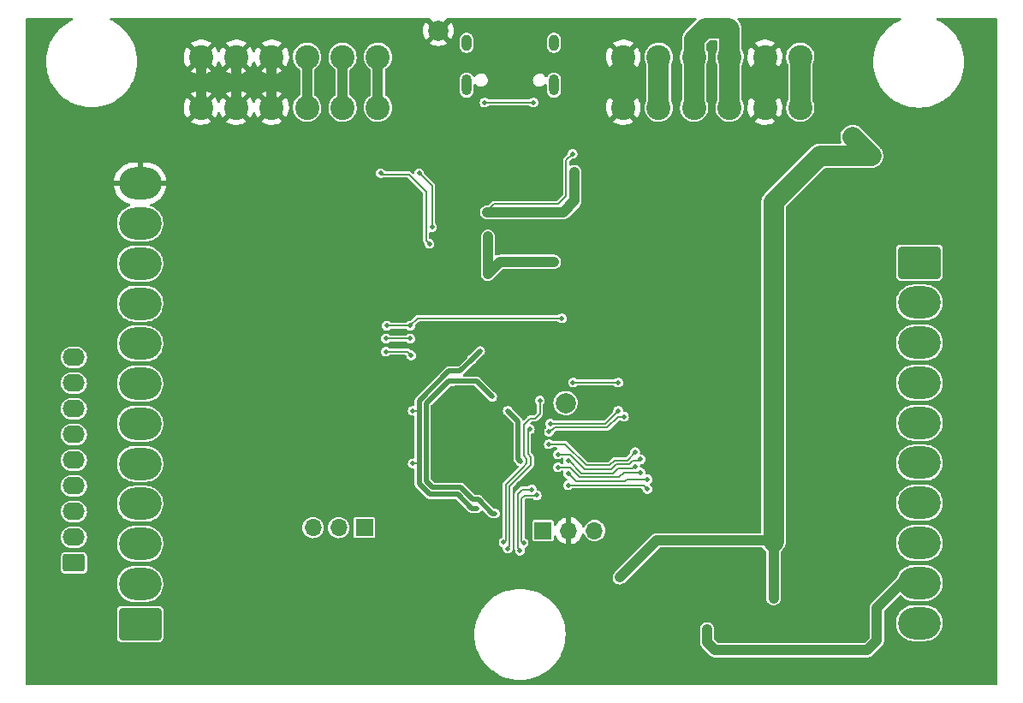
<source format=gbl>
%TF.GenerationSoftware,KiCad,Pcbnew,6.0.11+dfsg-1~bpo11+1*%
%TF.CreationDate,2023-10-22T15:16:06+02:00*%
%TF.ProjectId,Out_8x10,4f75745f-3878-4313-902e-6b696361645f,0.2.0*%
%TF.SameCoordinates,Original*%
%TF.FileFunction,Copper,L2,Bot*%
%TF.FilePolarity,Positive*%
%FSLAX46Y46*%
G04 Gerber Fmt 4.6, Leading zero omitted, Abs format (unit mm)*
G04 Created by KiCad (PCBNEW 6.0.11+dfsg-1~bpo11+1) date 2023-10-22 15:16:06*
%MOMM*%
%LPD*%
G01*
G04 APERTURE LIST*
G04 Aperture macros list*
%AMRoundRect*
0 Rectangle with rounded corners*
0 $1 Rounding radius*
0 $2 $3 $4 $5 $6 $7 $8 $9 X,Y pos of 4 corners*
0 Add a 4 corners polygon primitive as box body*
4,1,4,$2,$3,$4,$5,$6,$7,$8,$9,$2,$3,0*
0 Add four circle primitives for the rounded corners*
1,1,$1+$1,$2,$3*
1,1,$1+$1,$4,$5*
1,1,$1+$1,$6,$7*
1,1,$1+$1,$8,$9*
0 Add four rect primitives between the rounded corners*
20,1,$1+$1,$2,$3,$4,$5,0*
20,1,$1+$1,$4,$5,$6,$7,0*
20,1,$1+$1,$6,$7,$8,$9,0*
20,1,$1+$1,$8,$9,$2,$3,0*%
G04 Aperture macros list end*
%TA.AperFunction,ComponentPad*%
%ADD10C,2.000000*%
%TD*%
%TA.AperFunction,ComponentPad*%
%ADD11C,2.400000*%
%TD*%
%TA.AperFunction,ComponentPad*%
%ADD12O,1.000000X2.100000*%
%TD*%
%TA.AperFunction,ComponentPad*%
%ADD13O,1.000000X1.600000*%
%TD*%
%TA.AperFunction,ComponentPad*%
%ADD14RoundRect,0.250000X1.850000X-1.330000X1.850000X1.330000X-1.850000X1.330000X-1.850000X-1.330000X0*%
%TD*%
%TA.AperFunction,ComponentPad*%
%ADD15O,4.200000X3.160000*%
%TD*%
%TA.AperFunction,ComponentPad*%
%ADD16RoundRect,0.250000X-1.850000X1.330000X-1.850000X-1.330000X1.850000X-1.330000X1.850000X1.330000X0*%
%TD*%
%TA.AperFunction,ComponentPad*%
%ADD17R,1.700000X1.700000*%
%TD*%
%TA.AperFunction,ComponentPad*%
%ADD18O,1.700000X1.700000*%
%TD*%
%TA.AperFunction,ComponentPad*%
%ADD19RoundRect,0.250000X0.845000X-0.620000X0.845000X0.620000X-0.845000X0.620000X-0.845000X-0.620000X0*%
%TD*%
%TA.AperFunction,ComponentPad*%
%ADD20O,2.190000X1.740000*%
%TD*%
%TA.AperFunction,ViaPad*%
%ADD21C,0.500000*%
%TD*%
%TA.AperFunction,Conductor*%
%ADD22C,1.000000*%
%TD*%
%TA.AperFunction,Conductor*%
%ADD23C,2.000000*%
%TD*%
%TA.AperFunction,Conductor*%
%ADD24C,0.200000*%
%TD*%
%TA.AperFunction,Conductor*%
%ADD25C,0.500000*%
%TD*%
G04 APERTURE END LIST*
D10*
X142500000Y-46674000D03*
D11*
X178292000Y-54280000D03*
X178292000Y-49280000D03*
X174792000Y-49280000D03*
X174792000Y-54280000D03*
X171292000Y-49280000D03*
X171292000Y-54280000D03*
X167792000Y-54280000D03*
X167792000Y-49280000D03*
X164292000Y-54280000D03*
X164292000Y-49280000D03*
X160792000Y-54280000D03*
X160792000Y-49280000D03*
D12*
X145292000Y-52065000D03*
X153932000Y-52065000D03*
D13*
X145292000Y-47885000D03*
X153932000Y-47885000D03*
D14*
X113001000Y-105346000D03*
D15*
X113001000Y-101386000D03*
X113001000Y-97426000D03*
X113001000Y-93466000D03*
X113001000Y-89506000D03*
X113001000Y-85546000D03*
X113001000Y-81586000D03*
X113001000Y-77626000D03*
X113001000Y-73666000D03*
X113001000Y-69706000D03*
X113001000Y-65746000D03*
X113001000Y-61786000D03*
D16*
X190071800Y-69606800D03*
D15*
X190071800Y-73566800D03*
X190071800Y-77526800D03*
X190071800Y-81486800D03*
X190071800Y-85446800D03*
X190071800Y-89406800D03*
X190071800Y-93366800D03*
X190071800Y-97326800D03*
X190071800Y-101286800D03*
X190071800Y-105246800D03*
D17*
X152857200Y-96113600D03*
D18*
X155397200Y-96113600D03*
X157937200Y-96113600D03*
D11*
X136518000Y-54280000D03*
X136518000Y-49280000D03*
X133018000Y-54280000D03*
X133018000Y-49280000D03*
X129518000Y-54280000D03*
X129518000Y-49280000D03*
X126018000Y-54280000D03*
X126018000Y-49280000D03*
X122518000Y-49280000D03*
X122518000Y-54280000D03*
X119018000Y-49280000D03*
X119018000Y-54280000D03*
D19*
X106446000Y-99314000D03*
D20*
X106446000Y-96774000D03*
X106446000Y-94234000D03*
X106446000Y-91694000D03*
X106446000Y-89154000D03*
X106446000Y-86614000D03*
X106446000Y-84074000D03*
X106446000Y-81534000D03*
X106446000Y-78994000D03*
D17*
X135178800Y-95808800D03*
D18*
X132638800Y-95808800D03*
X130098800Y-95808800D03*
D10*
X155073000Y-83504000D03*
D21*
X128270000Y-94792800D03*
X122811300Y-85633600D03*
X136347200Y-75031600D03*
X196088000Y-101041200D03*
X151771000Y-77662000D03*
X131832000Y-73344000D03*
X127762000Y-78932000D03*
X196392800Y-46228000D03*
X121005600Y-95199200D03*
X173024800Y-72136000D03*
X129800000Y-68264000D03*
X121996200Y-64897000D03*
X172161200Y-83312000D03*
X137928000Y-86044000D03*
X162560000Y-78130400D03*
X137617200Y-74777600D03*
X133197600Y-93065600D03*
X136855200Y-108661200D03*
X169926000Y-84378800D03*
X151333200Y-59893200D03*
X173177200Y-104597200D03*
X156718000Y-105562400D03*
X153168000Y-89346000D03*
X196088000Y-86614000D03*
X139960000Y-96204000D03*
X141528800Y-100228400D03*
X196088000Y-78638400D03*
X144119600Y-72136000D03*
X156083000Y-65024000D03*
X114655600Y-109423200D03*
X168910000Y-89611200D03*
X163703000Y-58928000D03*
X121998500Y-89138800D03*
X150374000Y-57215000D03*
X136912000Y-85028000D03*
X104394000Y-104241600D03*
X122809000Y-71780400D03*
X114560000Y-45912000D03*
X104292400Y-87833200D03*
X172974000Y-65430400D03*
X145389600Y-101447600D03*
X167640000Y-57556400D03*
X173075600Y-83312000D03*
X104444800Y-82753200D03*
X165100000Y-58039000D03*
X153720800Y-81534000D03*
X126644400Y-105867200D03*
X135134000Y-82488000D03*
X131832000Y-67756000D03*
X104400000Y-56072000D03*
X148723000Y-73344000D03*
X154889200Y-92608400D03*
X154438000Y-71058000D03*
X136194800Y-92557600D03*
X122809000Y-75260200D03*
X172212000Y-93522800D03*
X147961000Y-88076000D03*
X143135000Y-90489000D03*
X140360400Y-98704400D03*
X104343200Y-97942400D03*
X156591000Y-66167000D03*
X140563600Y-73456800D03*
X153974800Y-78790800D03*
X195986400Y-107797600D03*
X165201600Y-99415600D03*
X173024800Y-79248000D03*
X147777200Y-98196400D03*
X142087600Y-102260400D03*
X172161200Y-69037200D03*
X143510000Y-58064400D03*
X157886400Y-80264000D03*
X151903200Y-84266000D03*
X163118800Y-95758000D03*
X175463200Y-57759600D03*
X186283600Y-55676800D03*
X157022800Y-83159600D03*
X145548000Y-85663000D03*
X147834000Y-80583000D03*
X131578000Y-60771000D03*
X183235600Y-69037200D03*
X180187600Y-109524800D03*
X154051000Y-66675000D03*
X132740400Y-110032800D03*
X104394000Y-107696000D03*
X169367200Y-99923600D03*
X136398000Y-98552000D03*
X136550400Y-110083600D03*
X165049200Y-62839600D03*
X135991600Y-89763600D03*
X169418000Y-95707200D03*
X105765600Y-109575600D03*
X161042000Y-94426000D03*
X151390000Y-79821000D03*
X129489200Y-64566800D03*
X134880000Y-45912000D03*
X132086000Y-65470000D03*
X194919600Y-65176400D03*
X196392800Y-57454800D03*
X167894000Y-86258400D03*
X157480000Y-102565200D03*
X148850000Y-80202000D03*
X172161200Y-76250800D03*
X133864000Y-86044000D03*
X177139600Y-57861200D03*
X127254000Y-85852000D03*
X133864000Y-81218000D03*
X146310000Y-96458000D03*
X142697200Y-99263200D03*
X156210000Y-97891600D03*
X138328400Y-103428800D03*
X136150000Y-86044000D03*
X184302400Y-46177200D03*
X140976000Y-93918000D03*
X121996200Y-92583000D03*
X156467000Y-68269000D03*
X138684000Y-98806000D03*
X169418000Y-98094800D03*
X109372400Y-57404000D03*
X139833000Y-81980000D03*
X148850000Y-66232000D03*
X169519600Y-103479600D03*
X168910000Y-69088000D03*
X131978400Y-105460800D03*
X172466000Y-57505600D03*
X155397200Y-86868000D03*
X127762000Y-73202800D03*
X153822400Y-97891600D03*
X145548000Y-90489000D03*
X141782800Y-53390800D03*
X160528000Y-69799200D03*
X124206000Y-57556400D03*
X173024800Y-86309200D03*
X151231600Y-100888800D03*
X143135000Y-88076000D03*
X148539200Y-95605600D03*
X121996200Y-68351400D03*
X122021600Y-61366400D03*
X154940000Y-68072000D03*
X145802000Y-70169000D03*
X122809000Y-64897000D03*
X120954800Y-104800400D03*
X136785000Y-65470000D03*
X133553200Y-108356400D03*
X135890000Y-73761600D03*
X151333200Y-61366400D03*
X161848800Y-84277200D03*
X142900400Y-60096400D03*
X168097200Y-75082400D03*
X129800000Y-45912000D03*
X104495600Y-77927200D03*
X172212000Y-90271600D03*
X180854000Y-56834000D03*
X161188400Y-57302400D03*
X122809000Y-92583000D03*
X151892000Y-60502800D03*
X140462000Y-102108000D03*
X164439600Y-81178400D03*
X173024800Y-69088000D03*
X122811300Y-89138800D03*
X145592800Y-109575600D03*
X165201600Y-93421200D03*
X125577600Y-96723200D03*
X148031200Y-96977200D03*
X160782000Y-45912000D03*
X119684800Y-109372400D03*
X119640000Y-45912000D03*
X153670000Y-91592400D03*
X175615600Y-109474000D03*
X123850400Y-110032800D03*
X155752800Y-56997600D03*
X196088000Y-93675200D03*
X131832000Y-70296000D03*
X155448000Y-102920800D03*
X138379200Y-95046800D03*
X143770000Y-78170000D03*
X146253200Y-98755200D03*
X145694400Y-103124000D03*
X133858000Y-97891600D03*
X173126400Y-93472000D03*
X170891200Y-98094800D03*
X184302400Y-50190400D03*
X174904400Y-45974000D03*
X127381000Y-88392000D03*
X130403600Y-70510400D03*
X182981600Y-83058000D03*
X121996200Y-75260200D03*
X147961000Y-90489000D03*
X194767200Y-59740800D03*
X195275200Y-109524800D03*
X169875200Y-71475600D03*
X163779200Y-68173600D03*
X142748000Y-73558400D03*
X162458400Y-67310000D03*
X137547000Y-89473000D03*
X124720000Y-45912000D03*
X169418000Y-93167200D03*
X196443600Y-68884800D03*
X162814000Y-72136000D03*
X140563600Y-110083600D03*
X173685200Y-65430400D03*
X194970400Y-63550800D03*
X139706000Y-83250000D03*
X122809000Y-68351400D03*
X145802000Y-77154000D03*
X104495600Y-71882000D03*
X161848800Y-82651600D03*
X173685200Y-62331600D03*
X153314400Y-57454800D03*
X143002000Y-100939600D03*
X139960000Y-45912000D03*
X160528000Y-58928000D03*
X138938000Y-94538800D03*
X153422000Y-53786000D03*
X114401600Y-58013600D03*
X127254000Y-82931000D03*
X122834400Y-61366400D03*
X142240000Y-50647600D03*
X164439600Y-84328000D03*
X154686000Y-58775600D03*
X196443600Y-63550800D03*
X159054800Y-97891600D03*
X133864000Y-68010000D03*
X145084800Y-106578400D03*
X196392800Y-54152800D03*
X147961000Y-85663000D03*
X173177200Y-100482400D03*
X131927600Y-98501200D03*
X182930800Y-104343200D03*
X130175000Y-92583000D03*
X146183000Y-73471000D03*
X133356000Y-71566000D03*
X157784800Y-57505600D03*
X162687000Y-58928000D03*
X170789600Y-105511600D03*
X133102000Y-61787000D03*
X163728400Y-57353200D03*
X169164000Y-66040000D03*
X168148000Y-81788000D03*
X139960000Y-57850000D03*
X161137600Y-63398400D03*
X153111200Y-100634800D03*
X109626400Y-109372400D03*
X133858000Y-89789000D03*
X178568000Y-57088000D03*
X195986400Y-61468000D03*
X148723000Y-68010000D03*
X154127200Y-101955600D03*
X161848800Y-86309200D03*
X188468000Y-109524800D03*
X164744400Y-75285600D03*
X156718000Y-102565200D03*
X123113800Y-95468400D03*
X121998500Y-82179200D03*
X183946800Y-62179200D03*
X142881000Y-76392000D03*
X165150800Y-69850000D03*
X149453600Y-99872800D03*
X171958000Y-65532000D03*
X174498000Y-62331600D03*
X156514800Y-84582000D03*
X171399200Y-109474000D03*
X169170000Y-57215000D03*
X122809000Y-78724800D03*
X158546800Y-109423200D03*
X121005600Y-100380800D03*
X154076400Y-84785200D03*
X172161200Y-72085200D03*
X104400000Y-61152000D03*
X153060400Y-92608400D03*
X104444800Y-67157600D03*
X169875200Y-77673200D03*
X128524000Y-61468000D03*
X172161200Y-79248000D03*
X159137000Y-80329000D03*
X128778000Y-90220800D03*
X147675600Y-101092000D03*
X147326000Y-95950000D03*
X134315200Y-57810400D03*
X122811300Y-82179200D03*
X144272000Y-98856800D03*
X124612400Y-61569600D03*
X162864800Y-87274400D03*
X157480000Y-105562400D03*
X129235200Y-100939600D03*
X133102000Y-84774000D03*
X121996200Y-78724800D03*
X134499000Y-74360000D03*
X143135000Y-85663000D03*
X144272000Y-108508800D03*
X136194800Y-101193600D03*
X152196800Y-61366400D03*
X144659000Y-78932000D03*
X161036000Y-97586800D03*
X172212000Y-104546400D03*
X165862000Y-45912000D03*
X152279000Y-68264000D03*
X134213600Y-99923600D03*
X141986000Y-72136000D03*
X130435000Y-58612000D03*
X167894000Y-100787200D03*
X172212000Y-100482400D03*
X180594000Y-52516000D03*
X145683001Y-53921001D03*
X144786000Y-56072000D03*
X167487600Y-78841600D03*
X182930800Y-97231200D03*
X130657600Y-104902000D03*
X183997600Y-109524800D03*
X182930800Y-90170000D03*
X145294000Y-97855000D03*
X180340000Y-46039000D03*
X170789600Y-106578400D03*
X137668000Y-100990400D03*
X121996200Y-71780400D03*
X127711200Y-109982000D03*
X156210000Y-100533200D03*
X172161200Y-86309200D03*
X141274800Y-105511600D03*
X150300000Y-79200000D03*
X155600400Y-108000800D03*
X120275000Y-57342000D03*
X131832000Y-83504000D03*
X173024800Y-76250800D03*
X192481200Y-56083200D03*
X166827200Y-67564000D03*
X121998500Y-85633600D03*
X167182800Y-72390000D03*
X104394000Y-92760800D03*
X153466800Y-94488000D03*
X164439600Y-87274400D03*
X156108400Y-52324000D03*
X144526000Y-73979000D03*
X128530000Y-75376000D03*
X150120000Y-80583000D03*
X167944800Y-102362000D03*
X173126400Y-90271600D03*
X135890000Y-57200800D03*
X149352000Y-98958400D03*
X148723000Y-76138000D03*
X134372000Y-65470000D03*
X112522000Y-55575200D03*
X158756000Y-94172000D03*
X161188400Y-66344800D03*
X155962000Y-45912000D03*
X138436000Y-81218000D03*
X183017200Y-76083200D03*
X165100000Y-109474000D03*
X171500800Y-62941200D03*
X128879600Y-57556400D03*
X146627500Y-78360500D03*
X152914000Y-69534000D03*
X139960000Y-84266000D03*
X147389500Y-70740500D03*
X145802000Y-79186000D03*
X147389500Y-68962500D03*
X146310000Y-93918000D03*
X149358000Y-84266000D03*
X147389500Y-67057500D03*
X139960000Y-89473000D03*
X150628000Y-89265000D03*
X153930000Y-69534000D03*
X143914500Y-81327500D03*
X147824000Y-82879000D03*
X148088000Y-94426000D03*
X148945600Y-97282000D03*
X152533000Y-83250000D03*
X155959000Y-61536000D03*
X148209000Y-64643000D03*
X155764000Y-58866000D03*
X147320000Y-64643000D03*
X155959000Y-60647000D03*
X160426400Y-100736400D03*
X175641000Y-102793800D03*
X184340500Y-58102500D03*
X185293000Y-59055000D03*
X175564800Y-74472800D03*
X183451500Y-57213500D03*
X177393600Y-60858400D03*
X175615600Y-88696800D03*
X175615600Y-67360800D03*
X175641000Y-95542000D03*
X175564800Y-81534000D03*
X141865000Y-66105000D03*
X140595000Y-60771000D03*
X136785000Y-60771000D03*
X141611000Y-67756000D03*
X147072000Y-53786000D03*
X151898000Y-53786000D03*
X169062400Y-106730800D03*
X169062400Y-105867200D03*
X161950400Y-88341200D03*
X153422000Y-87568000D03*
X161950400Y-89763600D03*
X155327000Y-89219000D03*
X154311000Y-88584000D03*
X162509200Y-89052400D03*
X162509200Y-90373200D03*
X154311000Y-89854000D03*
X163169600Y-91033600D03*
X155327000Y-90489000D03*
X163169600Y-91998800D03*
X155327000Y-91632000D03*
X150930243Y-97329357D03*
X152212489Y-92626605D03*
X150571200Y-98094800D03*
X151739600Y-92049600D03*
X154692000Y-75122000D03*
X139706000Y-75853000D03*
X137389000Y-75853000D03*
X160848468Y-84850132D03*
X153442728Y-86340350D03*
X153549000Y-85536000D03*
X160280000Y-84266000D03*
X139706000Y-77123000D03*
X137324000Y-77123000D03*
X137293000Y-78424000D03*
X139809000Y-78781000D03*
X160280000Y-81472000D03*
X155814800Y-81472000D03*
X149352000Y-97891600D03*
X151536400Y-86085768D03*
D22*
X129518000Y-54280000D02*
X129518000Y-49280000D01*
D23*
X160792000Y-49280000D02*
X160792000Y-54280000D01*
D24*
X149942400Y-91879372D02*
X150476486Y-91345286D01*
X153517600Y-84226400D02*
X154076400Y-84785200D01*
X151790400Y-83362800D02*
X151790400Y-81026000D01*
X152498616Y-89346000D02*
X153168000Y-89346000D01*
X151347400Y-80583000D02*
X150120000Y-80583000D01*
X148742400Y-91270400D02*
X147961000Y-90489000D01*
X152806400Y-88984400D02*
X153168000Y-89346000D01*
D23*
X174792000Y-49280000D02*
X174792000Y-54280000D01*
D22*
X126018000Y-54280000D02*
X126018000Y-49280000D01*
D24*
X152806400Y-85445600D02*
X152806400Y-88984400D01*
X151903200Y-84266000D02*
X151903200Y-83475600D01*
X153517600Y-81737200D02*
X153517600Y-84226400D01*
X149352000Y-98958400D02*
X149942400Y-98368000D01*
X151903200Y-83475600D02*
X151790400Y-83362800D01*
X148742400Y-95402400D02*
X148742400Y-91270400D01*
X151790400Y-81026000D02*
X151347400Y-80583000D01*
X153720800Y-81534000D02*
X153517600Y-81737200D01*
X153466800Y-84785200D02*
X152806400Y-85445600D01*
X149942400Y-98368000D02*
X149942400Y-91879372D01*
X150499330Y-91345286D02*
X152498616Y-89346000D01*
X150476486Y-91345286D02*
X150499330Y-91345286D01*
D22*
X119018000Y-54280000D02*
X119018000Y-49280000D01*
X122518000Y-54280000D02*
X122518000Y-49280000D01*
D24*
X148539200Y-95605600D02*
X148742400Y-95402400D01*
X154076400Y-84785200D02*
X153466800Y-84785200D01*
X139960000Y-89473000D02*
X140595000Y-89473000D01*
D25*
X141611000Y-92521000D02*
X144405000Y-92521000D01*
X140595000Y-89473000D02*
X140595000Y-84266000D01*
X145802000Y-93918000D02*
X146310000Y-93918000D01*
D22*
X152914000Y-69534000D02*
X153930000Y-69534000D01*
D25*
X144640500Y-80347500D02*
X145802000Y-79186000D01*
D22*
X152914000Y-69534000D02*
X148596000Y-69534000D01*
D25*
X150406000Y-89043000D02*
X150628000Y-89265000D01*
X143508570Y-80347500D02*
X144640500Y-80347500D01*
X149358000Y-84266000D02*
X150406000Y-85314000D01*
X140595000Y-84266000D02*
X140595000Y-83261070D01*
D22*
X148596000Y-69534000D02*
X147389500Y-70740500D01*
D25*
X150406000Y-85314000D02*
X150406000Y-89043000D01*
D22*
X147389500Y-67057500D02*
X147389500Y-68962500D01*
D24*
X139960000Y-84266000D02*
X140595000Y-84266000D01*
D22*
X147389500Y-70740500D02*
X147389500Y-68962500D01*
D25*
X145802000Y-79186000D02*
X146627500Y-78360500D01*
X140595000Y-89473000D02*
X140595000Y-91505000D01*
X140595000Y-83261070D02*
X143508570Y-80347500D01*
X144405000Y-92521000D02*
X145802000Y-93918000D01*
X140595000Y-91505000D02*
X141611000Y-92521000D01*
X141295000Y-83551020D02*
X141295000Y-91215050D01*
X143518520Y-81327500D02*
X141295000Y-83551020D01*
X147850376Y-94426000D02*
X148088000Y-94426000D01*
X143914500Y-81327500D02*
X143518520Y-81327500D01*
X141295000Y-91215050D02*
X141900950Y-91821000D01*
X146272500Y-81327500D02*
X147824000Y-82879000D01*
X141900950Y-91821000D02*
X144694950Y-91821000D01*
X143914500Y-81327500D02*
X146272500Y-81327500D01*
X146466401Y-93042025D02*
X147850376Y-94426000D01*
X145915975Y-93042025D02*
X146466401Y-93042025D01*
X144694950Y-91821000D02*
X145915975Y-93042025D01*
D24*
X150956000Y-85637904D02*
X151554704Y-85039200D01*
X150956000Y-88726000D02*
X150956000Y-85637904D01*
X151554704Y-85039200D02*
X152044400Y-85039200D01*
X149142400Y-91548000D02*
X150845400Y-89845000D01*
X148945600Y-97282000D02*
X149142400Y-97085200D01*
X151231600Y-89481644D02*
X151231600Y-89001600D01*
X149142400Y-97085200D02*
X149142400Y-91548000D01*
X151231600Y-89001600D02*
X150956000Y-88726000D01*
X150868244Y-89845000D02*
X151231600Y-89481644D01*
X152533000Y-84550600D02*
X152533000Y-83250000D01*
X150845400Y-89845000D02*
X150868244Y-89845000D01*
X152044400Y-85039200D02*
X152533000Y-84550600D01*
X148031354Y-63804646D02*
X147320000Y-64516000D01*
X155143200Y-59486800D02*
X155143200Y-63042800D01*
D22*
X155959000Y-61536000D02*
X155959000Y-63497000D01*
D24*
X154381354Y-63804646D02*
X148031354Y-63804646D01*
D22*
X155959000Y-63497000D02*
X154813000Y-64643000D01*
D24*
X147320000Y-64516000D02*
X147320000Y-64643000D01*
X155143200Y-63042800D02*
X154381354Y-63804646D01*
D22*
X155959000Y-61536000D02*
X155959000Y-60647000D01*
D24*
X155764000Y-58866000D02*
X155143200Y-59486800D01*
D22*
X154813000Y-64643000D02*
X147320000Y-64643000D01*
D23*
X178292000Y-49280000D02*
X178292000Y-54280000D01*
D22*
X164084000Y-97078800D02*
X175514000Y-97078800D01*
X175514000Y-97078800D02*
X175641000Y-97205800D01*
D23*
X175641000Y-63627000D02*
X175641000Y-97205800D01*
D22*
X160426400Y-100736400D02*
X164084000Y-97078800D01*
D23*
X180213000Y-59055000D02*
X175641000Y-63627000D01*
X185293000Y-59055000D02*
X180213000Y-59055000D01*
X185293000Y-59055000D02*
X183451500Y-57213500D01*
D22*
X175641000Y-97205800D02*
X175641000Y-102793800D01*
X136518000Y-54280000D02*
X136518000Y-49280000D01*
D24*
X140595000Y-60771000D02*
X141865000Y-62041000D01*
X141865000Y-62041000D02*
X141865000Y-66105000D01*
X141285000Y-67430000D02*
X141611000Y-67756000D01*
X141285000Y-62604000D02*
X141285000Y-67430000D01*
D22*
X133018000Y-54280000D02*
X133018000Y-49280000D01*
D24*
X136912000Y-60898000D02*
X139579000Y-60898000D01*
X136785000Y-60771000D02*
X136912000Y-60898000D01*
X139579000Y-60898000D02*
X141285000Y-62604000D01*
X151898000Y-53786000D02*
X147072000Y-53786000D01*
D23*
X164292000Y-49280000D02*
X164292000Y-54280000D01*
X171196000Y-46420000D02*
X168910000Y-46420000D01*
X168910000Y-46420000D02*
X167792000Y-47538000D01*
X167792000Y-47538000D02*
X167792000Y-49280000D01*
X171292000Y-49280000D02*
X171292000Y-54280000D01*
X167792000Y-49280000D02*
X167792000Y-54280000D01*
X171292000Y-49280000D02*
X171292000Y-46516000D01*
X171292000Y-46516000D02*
X171196000Y-46420000D01*
D22*
X185877200Y-103733600D02*
X185877200Y-106984800D01*
X188324000Y-101286800D02*
X185877200Y-103733600D01*
X169062400Y-107137200D02*
X169062400Y-105867200D01*
X185877200Y-106984800D02*
X184912000Y-107950000D01*
X169062400Y-106730800D02*
X169062400Y-107137200D01*
X169875200Y-107950000D02*
X184912000Y-107950000D01*
X169875200Y-107950000D02*
X169062400Y-107137200D01*
X190071800Y-101286800D02*
X188324000Y-101286800D01*
D24*
X161166070Y-89162000D02*
X161950400Y-88377670D01*
X159429200Y-89643200D02*
X159910400Y-89162000D01*
X155061930Y-87568000D02*
X157137130Y-89643200D01*
X161950400Y-88377670D02*
X161950400Y-88341200D01*
X153422000Y-87568000D02*
X155061930Y-87568000D01*
X159910400Y-89162000D02*
X161166070Y-89162000D01*
X157137130Y-89643200D02*
X159429200Y-89643200D01*
X161752000Y-89962000D02*
X161950400Y-89763600D01*
X159768172Y-90443200D02*
X160249372Y-89962000D01*
X155442930Y-89219000D02*
X156667130Y-90443200D01*
X156667130Y-90443200D02*
X159768172Y-90443200D01*
X160249372Y-89962000D02*
X161752000Y-89962000D01*
X155327000Y-89219000D02*
X155442930Y-89219000D01*
X162479600Y-89183600D02*
X162509200Y-89154000D01*
X155512244Y-88584000D02*
X156971444Y-90043200D01*
X159602486Y-90043200D02*
X160083687Y-89562000D01*
X156971444Y-90043200D02*
X159602486Y-90043200D01*
X162509200Y-89154000D02*
X162509200Y-89052400D01*
X154311000Y-88584000D02*
X155512244Y-88584000D01*
X161331756Y-89562000D02*
X161710156Y-89183600D01*
X161710156Y-89183600D02*
X162479600Y-89183600D01*
X160083687Y-89562000D02*
X161331756Y-89562000D01*
X156501444Y-90843200D02*
X155512244Y-89854000D01*
X155512244Y-89854000D02*
X154311000Y-89854000D01*
X162509200Y-90373200D02*
X160832800Y-90373200D01*
X160832800Y-90373200D02*
X160362800Y-90843200D01*
X160362800Y-90843200D02*
X156501444Y-90843200D01*
X160928000Y-91243200D02*
X156081200Y-91243200D01*
X156081200Y-91243200D02*
X155327000Y-90489000D01*
X163169600Y-91033600D02*
X161137600Y-91033600D01*
X161137600Y-91033600D02*
X160928000Y-91243200D01*
X163169600Y-91998800D02*
X162814000Y-91643200D01*
X155338200Y-91643200D02*
X155327000Y-91632000D01*
X162814000Y-91643200D02*
X155338200Y-91643200D01*
X151979844Y-92629600D02*
X151007200Y-92629600D01*
X151982839Y-92626605D02*
X151979844Y-92629600D01*
X152212489Y-92626605D02*
X151982839Y-92626605D01*
X150742400Y-97141514D02*
X150930243Y-97329357D01*
X151007200Y-92629600D02*
X150742400Y-92894400D01*
X150742400Y-92894400D02*
X150742400Y-97141514D01*
X150571200Y-98094800D02*
X150342400Y-97866000D01*
X150342400Y-97866000D02*
X150342400Y-92481600D01*
X150342400Y-92481600D02*
X150774400Y-92049600D01*
X150774400Y-92049600D02*
X151739600Y-92049600D01*
X140437000Y-75122000D02*
X139706000Y-75853000D01*
X154692000Y-75122000D02*
X140437000Y-75122000D01*
X139706000Y-75853000D02*
X137389000Y-75853000D01*
X160265686Y-84846000D02*
X159175686Y-85936000D01*
X153667078Y-86116000D02*
X153442728Y-86340350D01*
X153789244Y-86116000D02*
X153667078Y-86116000D01*
X160520244Y-84846000D02*
X160265686Y-84846000D01*
X160848468Y-84850132D02*
X160524376Y-84850132D01*
X159175686Y-85936000D02*
X153969244Y-85936000D01*
X153969244Y-85936000D02*
X153789244Y-86116000D01*
X160524376Y-84850132D02*
X160520244Y-84846000D01*
X159010000Y-85536000D02*
X160280000Y-84266000D01*
X153549000Y-85536000D02*
X159010000Y-85536000D01*
X139706000Y-77123000D02*
X137324000Y-77123000D01*
X139452000Y-78424000D02*
X139809000Y-78781000D01*
X137293000Y-78424000D02*
X139452000Y-78424000D01*
X155814800Y-81472000D02*
X160280000Y-81472000D01*
X151033930Y-90245000D02*
X151631600Y-89647330D01*
X151631600Y-88835915D02*
X151356000Y-88560314D01*
X151011086Y-90245000D02*
X151033930Y-90245000D01*
X149542400Y-97701200D02*
X149542400Y-91713686D01*
X149542400Y-91713686D02*
X151011086Y-90245000D01*
X151356000Y-88560314D02*
X151356000Y-86266168D01*
X151356000Y-86266168D02*
X151536400Y-86085768D01*
X151631600Y-89647330D02*
X151631600Y-88835915D01*
X149352000Y-97891600D02*
X149542400Y-97701200D01*
%TA.AperFunction,Conductor*%
G36*
X106332333Y-45435202D02*
G01*
X106378826Y-45488858D01*
X106388930Y-45559132D01*
X106359436Y-45623712D01*
X106315159Y-45656441D01*
X106192325Y-45710745D01*
X106192319Y-45710748D01*
X106189677Y-45711916D01*
X106122599Y-45749328D01*
X105828364Y-45913433D01*
X105828357Y-45913438D01*
X105825826Y-45914849D01*
X105726419Y-45983042D01*
X105484681Y-46148873D01*
X105484674Y-46148878D01*
X105482275Y-46150524D01*
X105450370Y-46177059D01*
X105176922Y-46404484D01*
X105161963Y-46416925D01*
X105100292Y-46478704D01*
X104871306Y-46708090D01*
X104867628Y-46711774D01*
X104865769Y-46714017D01*
X104865760Y-46714027D01*
X104691436Y-46924375D01*
X104601786Y-47032551D01*
X104550333Y-47107837D01*
X104368354Y-47374108D01*
X104368348Y-47374118D01*
X104366711Y-47376513D01*
X104365305Y-47379044D01*
X104365299Y-47379054D01*
X104274880Y-47541840D01*
X104164414Y-47740718D01*
X104163241Y-47743385D01*
X104163236Y-47743394D01*
X104001862Y-48110145D01*
X103996623Y-48122052D01*
X103995703Y-48124808D01*
X103995702Y-48124812D01*
X103945249Y-48276038D01*
X103864773Y-48517254D01*
X103841721Y-48615924D01*
X103773604Y-48907488D01*
X103769992Y-48922947D01*
X103713091Y-49335659D01*
X103694555Y-49751863D01*
X103694695Y-49754778D01*
X103713791Y-50152341D01*
X103714543Y-50168000D01*
X103714951Y-50170884D01*
X103714951Y-50170885D01*
X103756268Y-50463017D01*
X103772885Y-50580512D01*
X103773556Y-50583339D01*
X103773557Y-50583345D01*
X103809478Y-50734708D01*
X103869082Y-50985871D01*
X103870013Y-50988629D01*
X103870016Y-50988640D01*
X103947477Y-51218147D01*
X104002310Y-51380611D01*
X104062327Y-51515728D01*
X104166313Y-51749834D01*
X104171431Y-51761357D01*
X104172854Y-51763897D01*
X104172856Y-51763902D01*
X104273391Y-51943419D01*
X104374999Y-52124854D01*
X104611273Y-52467992D01*
X104878232Y-52787839D01*
X104880300Y-52789896D01*
X105160884Y-53069015D01*
X105173595Y-53081660D01*
X105175837Y-53083511D01*
X105175842Y-53083516D01*
X105315233Y-53198625D01*
X105494835Y-53346941D01*
X105497244Y-53348581D01*
X105497245Y-53348582D01*
X105836789Y-53579769D01*
X105836794Y-53579772D01*
X105839207Y-53581415D01*
X105841755Y-53582825D01*
X105841764Y-53582830D01*
X106103289Y-53727497D01*
X106203764Y-53783077D01*
X106206430Y-53784245D01*
X106206431Y-53784245D01*
X106527244Y-53924738D01*
X106585390Y-53950202D01*
X106980823Y-54081361D01*
X106983649Y-54082016D01*
X106983656Y-54082018D01*
X107383835Y-54174775D01*
X107383844Y-54174777D01*
X107386680Y-54175434D01*
X107799491Y-54231615D01*
X107802341Y-54231742D01*
X107802342Y-54231742D01*
X108087387Y-54244437D01*
X108087402Y-54244437D01*
X108088809Y-54244500D01*
X108306992Y-54244500D01*
X108308432Y-54244433D01*
X108308447Y-54244433D01*
X108407786Y-54239835D01*
X117306022Y-54239835D01*
X117317754Y-54484064D01*
X117318891Y-54493324D01*
X117366593Y-54733143D01*
X117369082Y-54742118D01*
X117451708Y-54972250D01*
X117455505Y-54980778D01*
X117571234Y-55196160D01*
X117576245Y-55204027D01*
X117633173Y-55280263D01*
X117644431Y-55288712D01*
X117656850Y-55281940D01*
X118645978Y-54292812D01*
X118652356Y-54281132D01*
X119382408Y-54281132D01*
X119382539Y-54282965D01*
X119386790Y-54289580D01*
X120381732Y-55284522D01*
X120394112Y-55291282D01*
X120402453Y-55285038D01*
X120520700Y-55101202D01*
X120525147Y-55093011D01*
X120625572Y-54870076D01*
X120628767Y-54861299D01*
X120646470Y-54798527D01*
X120684211Y-54738393D01*
X120748472Y-54708210D01*
X120818850Y-54717560D01*
X120873001Y-54763476D01*
X120886327Y-54790150D01*
X120951708Y-54972250D01*
X120955505Y-54980778D01*
X121071234Y-55196160D01*
X121076245Y-55204027D01*
X121133173Y-55280263D01*
X121144431Y-55288712D01*
X121156850Y-55281940D01*
X122145978Y-54292812D01*
X122152356Y-54281132D01*
X122882408Y-54281132D01*
X122882539Y-54282965D01*
X122886790Y-54289580D01*
X123881732Y-55284522D01*
X123894112Y-55291282D01*
X123902453Y-55285038D01*
X124020700Y-55101202D01*
X124025147Y-55093011D01*
X124125572Y-54870076D01*
X124128767Y-54861299D01*
X124146470Y-54798527D01*
X124184211Y-54738393D01*
X124248472Y-54708210D01*
X124318850Y-54717560D01*
X124373001Y-54763476D01*
X124386327Y-54790150D01*
X124451708Y-54972250D01*
X124455505Y-54980778D01*
X124571234Y-55196160D01*
X124576245Y-55204027D01*
X124633173Y-55280263D01*
X124644431Y-55288712D01*
X124656850Y-55281940D01*
X125645978Y-54292812D01*
X125652356Y-54281132D01*
X126382408Y-54281132D01*
X126382539Y-54282965D01*
X126386790Y-54289580D01*
X127381732Y-55284522D01*
X127394112Y-55291282D01*
X127402453Y-55285038D01*
X127520700Y-55101202D01*
X127525147Y-55093011D01*
X127625572Y-54870076D01*
X127628767Y-54861298D01*
X127695135Y-54625973D01*
X127696993Y-54616844D01*
X127728044Y-54372770D01*
X127728525Y-54366483D01*
X127730706Y-54283160D01*
X127730555Y-54276851D01*
X127728237Y-54245665D01*
X128113119Y-54245665D01*
X128113416Y-54250817D01*
X128113416Y-54250821D01*
X128118864Y-54345296D01*
X128126376Y-54475580D01*
X128127513Y-54480626D01*
X128127514Y-54480632D01*
X128149226Y-54576975D01*
X128177006Y-54700242D01*
X128178948Y-54705024D01*
X128178949Y-54705028D01*
X128216427Y-54797325D01*
X128263649Y-54913618D01*
X128383979Y-55109978D01*
X128534763Y-55284048D01*
X128711953Y-55431154D01*
X128910790Y-55547345D01*
X129125934Y-55629501D01*
X129131000Y-55630532D01*
X129131001Y-55630532D01*
X129231697Y-55651018D01*
X129351607Y-55675414D01*
X129481352Y-55680172D01*
X129576585Y-55683664D01*
X129576589Y-55683664D01*
X129581749Y-55683853D01*
X129586869Y-55683197D01*
X129586871Y-55683197D01*
X129656272Y-55674307D01*
X129810178Y-55654591D01*
X129815126Y-55653106D01*
X129815133Y-55653105D01*
X130025811Y-55589898D01*
X130025810Y-55589898D01*
X130030761Y-55588413D01*
X130237574Y-55487096D01*
X130425062Y-55353363D01*
X130588190Y-55190803D01*
X130646269Y-55109978D01*
X130719559Y-55007983D01*
X130722577Y-55003783D01*
X130824615Y-54797325D01*
X130848850Y-54717560D01*
X130890059Y-54581927D01*
X130890060Y-54581921D01*
X130891563Y-54576975D01*
X130905592Y-54470411D01*
X130921185Y-54351971D01*
X130921185Y-54351965D01*
X130921622Y-54348649D01*
X130923300Y-54280000D01*
X130920477Y-54245665D01*
X131613119Y-54245665D01*
X131613416Y-54250817D01*
X131613416Y-54250821D01*
X131618864Y-54345296D01*
X131626376Y-54475580D01*
X131627513Y-54480626D01*
X131627514Y-54480632D01*
X131649226Y-54576975D01*
X131677006Y-54700242D01*
X131678948Y-54705024D01*
X131678949Y-54705028D01*
X131716427Y-54797325D01*
X131763649Y-54913618D01*
X131883979Y-55109978D01*
X132034763Y-55284048D01*
X132211953Y-55431154D01*
X132410790Y-55547345D01*
X132625934Y-55629501D01*
X132631000Y-55630532D01*
X132631001Y-55630532D01*
X132731697Y-55651018D01*
X132851607Y-55675414D01*
X132981352Y-55680172D01*
X133076585Y-55683664D01*
X133076589Y-55683664D01*
X133081749Y-55683853D01*
X133086869Y-55683197D01*
X133086871Y-55683197D01*
X133156272Y-55674307D01*
X133310178Y-55654591D01*
X133315126Y-55653106D01*
X133315133Y-55653105D01*
X133525811Y-55589898D01*
X133525810Y-55589898D01*
X133530761Y-55588413D01*
X133737574Y-55487096D01*
X133925062Y-55353363D01*
X134088190Y-55190803D01*
X134146269Y-55109978D01*
X134219559Y-55007983D01*
X134222577Y-55003783D01*
X134324615Y-54797325D01*
X134348850Y-54717560D01*
X134390059Y-54581927D01*
X134390060Y-54581921D01*
X134391563Y-54576975D01*
X134405592Y-54470411D01*
X134421185Y-54351971D01*
X134421185Y-54351965D01*
X134421622Y-54348649D01*
X134423300Y-54280000D01*
X134420477Y-54245665D01*
X135113119Y-54245665D01*
X135113416Y-54250817D01*
X135113416Y-54250821D01*
X135118864Y-54345296D01*
X135126376Y-54475580D01*
X135127513Y-54480626D01*
X135127514Y-54480632D01*
X135149226Y-54576975D01*
X135177006Y-54700242D01*
X135178948Y-54705024D01*
X135178949Y-54705028D01*
X135216427Y-54797325D01*
X135263649Y-54913618D01*
X135383979Y-55109978D01*
X135534763Y-55284048D01*
X135711953Y-55431154D01*
X135910790Y-55547345D01*
X136125934Y-55629501D01*
X136131000Y-55630532D01*
X136131001Y-55630532D01*
X136231697Y-55651018D01*
X136351607Y-55675414D01*
X136481352Y-55680172D01*
X136576585Y-55683664D01*
X136576589Y-55683664D01*
X136581749Y-55683853D01*
X136586869Y-55683197D01*
X136586871Y-55683197D01*
X136656272Y-55674307D01*
X136810178Y-55654591D01*
X136814283Y-55653359D01*
X159783386Y-55653359D01*
X159792099Y-55664879D01*
X159880586Y-55729760D01*
X159888505Y-55734708D01*
X160104877Y-55848547D01*
X160113451Y-55852275D01*
X160344282Y-55932885D01*
X160353291Y-55935299D01*
X160593518Y-55980908D01*
X160602775Y-55981962D01*
X160847107Y-55991563D01*
X160856420Y-55991237D01*
X161099478Y-55964618D01*
X161108655Y-55962917D01*
X161345107Y-55900665D01*
X161353926Y-55897628D01*
X161578584Y-55801107D01*
X161586856Y-55796800D01*
X161794777Y-55668135D01*
X161796620Y-55666796D01*
X161804038Y-55655541D01*
X161797974Y-55645184D01*
X160804812Y-54652022D01*
X160790868Y-54644408D01*
X160789035Y-54644539D01*
X160782420Y-54648790D01*
X159790044Y-55641166D01*
X159783386Y-55653359D01*
X136814283Y-55653359D01*
X136815126Y-55653106D01*
X136815133Y-55653105D01*
X137025811Y-55589898D01*
X137025810Y-55589898D01*
X137030761Y-55588413D01*
X137237574Y-55487096D01*
X137425062Y-55353363D01*
X137588190Y-55190803D01*
X137646269Y-55109978D01*
X137719559Y-55007983D01*
X137722577Y-55003783D01*
X137824615Y-54797325D01*
X137848850Y-54717560D01*
X137890059Y-54581927D01*
X137890060Y-54581921D01*
X137891563Y-54576975D01*
X137905592Y-54470411D01*
X137921185Y-54351971D01*
X137921185Y-54351965D01*
X137921622Y-54348649D01*
X137923300Y-54280000D01*
X137904430Y-54050478D01*
X137848326Y-53827120D01*
X137827868Y-53780069D01*
X146586595Y-53780069D01*
X146587759Y-53788971D01*
X146587759Y-53788974D01*
X146593403Y-53832132D01*
X146604441Y-53916545D01*
X146659874Y-54042526D01*
X146748438Y-54147885D01*
X146755909Y-54152858D01*
X146755910Y-54152859D01*
X146840204Y-54208970D01*
X146863012Y-54224152D01*
X146886583Y-54231516D01*
X146985817Y-54262519D01*
X146985820Y-54262519D01*
X146994387Y-54265196D01*
X147003359Y-54265360D01*
X147003362Y-54265361D01*
X147065715Y-54266504D01*
X147132001Y-54267719D01*
X147140665Y-54265357D01*
X147256133Y-54233877D01*
X147256135Y-54233876D01*
X147264792Y-54231516D01*
X147382084Y-54159498D01*
X147410645Y-54127944D01*
X147471188Y-54090864D01*
X147504060Y-54086500D01*
X151464151Y-54086500D01*
X151532272Y-54106502D01*
X151560598Y-54131420D01*
X151574438Y-54147885D01*
X151689012Y-54224152D01*
X151712583Y-54231516D01*
X151811817Y-54262519D01*
X151811820Y-54262519D01*
X151820387Y-54265196D01*
X151829359Y-54265360D01*
X151829362Y-54265361D01*
X151891715Y-54266504D01*
X151958001Y-54267719D01*
X151966665Y-54265357D01*
X152060279Y-54239835D01*
X159080022Y-54239835D01*
X159091754Y-54484064D01*
X159092891Y-54493324D01*
X159140593Y-54733143D01*
X159143082Y-54742118D01*
X159225708Y-54972250D01*
X159229505Y-54980778D01*
X159345234Y-55196160D01*
X159350245Y-55204027D01*
X159407173Y-55280263D01*
X159418431Y-55288712D01*
X159430850Y-55281940D01*
X160419978Y-54292812D01*
X160426356Y-54281132D01*
X161156408Y-54281132D01*
X161156539Y-54282965D01*
X161160790Y-54289580D01*
X162155732Y-55284522D01*
X162168112Y-55291282D01*
X162176453Y-55285038D01*
X162294700Y-55101202D01*
X162299147Y-55093011D01*
X162399572Y-54870076D01*
X162402767Y-54861298D01*
X162469135Y-54625973D01*
X162470993Y-54616844D01*
X162502044Y-54372770D01*
X162502525Y-54366483D01*
X162504706Y-54283160D01*
X162504555Y-54276851D01*
X162502237Y-54245665D01*
X162887119Y-54245665D01*
X162887416Y-54250817D01*
X162887416Y-54250821D01*
X162892864Y-54345296D01*
X162900376Y-54475580D01*
X162901513Y-54480626D01*
X162901514Y-54480632D01*
X162923226Y-54576975D01*
X162951006Y-54700242D01*
X162952948Y-54705024D01*
X162952949Y-54705028D01*
X162990427Y-54797325D01*
X163037649Y-54913618D01*
X163157979Y-55109978D01*
X163308763Y-55284048D01*
X163485953Y-55431154D01*
X163684790Y-55547345D01*
X163899934Y-55629501D01*
X163905000Y-55630532D01*
X163905001Y-55630532D01*
X164005697Y-55651018D01*
X164125607Y-55675414D01*
X164255352Y-55680172D01*
X164350585Y-55683664D01*
X164350589Y-55683664D01*
X164355749Y-55683853D01*
X164360869Y-55683197D01*
X164360871Y-55683197D01*
X164430272Y-55674307D01*
X164584178Y-55654591D01*
X164589126Y-55653106D01*
X164589133Y-55653105D01*
X164799811Y-55589898D01*
X164799810Y-55589898D01*
X164804761Y-55588413D01*
X165011574Y-55487096D01*
X165199062Y-55353363D01*
X165362190Y-55190803D01*
X165420269Y-55109978D01*
X165493559Y-55007983D01*
X165496577Y-55003783D01*
X165598615Y-54797325D01*
X165622850Y-54717560D01*
X165664059Y-54581927D01*
X165664060Y-54581921D01*
X165665563Y-54576975D01*
X165679592Y-54470411D01*
X165695185Y-54351971D01*
X165695185Y-54351965D01*
X165695622Y-54348649D01*
X165697300Y-54280000D01*
X165678430Y-54050478D01*
X165622326Y-53827120D01*
X165530496Y-53615924D01*
X165512708Y-53588428D01*
X165492500Y-53519988D01*
X165492500Y-50041469D01*
X165505543Y-49985642D01*
X165566997Y-49861299D01*
X165598615Y-49797325D01*
X165616520Y-49738393D01*
X165664059Y-49581927D01*
X165664060Y-49581921D01*
X165665563Y-49576975D01*
X165692210Y-49374567D01*
X165695185Y-49351971D01*
X165695185Y-49351965D01*
X165695622Y-49348649D01*
X165697300Y-49280000D01*
X165678430Y-49050478D01*
X165622326Y-48827120D01*
X165548228Y-48656704D01*
X165532556Y-48620661D01*
X165532554Y-48620658D01*
X165530496Y-48615924D01*
X165405405Y-48422563D01*
X165384774Y-48399889D01*
X165253890Y-48256051D01*
X165253889Y-48256050D01*
X165250412Y-48252229D01*
X165246361Y-48249030D01*
X165246357Y-48249026D01*
X165073735Y-48112697D01*
X165073730Y-48112693D01*
X165069681Y-48109496D01*
X165065165Y-48107003D01*
X165065162Y-48107001D01*
X164872589Y-48000695D01*
X164872585Y-48000693D01*
X164868065Y-47998198D01*
X164863196Y-47996474D01*
X164863192Y-47996472D01*
X164655853Y-47923049D01*
X164655849Y-47923048D01*
X164650978Y-47921323D01*
X164645885Y-47920416D01*
X164645882Y-47920415D01*
X164516303Y-47897334D01*
X164424250Y-47880937D01*
X164337802Y-47879881D01*
X164199141Y-47878186D01*
X164199139Y-47878186D01*
X164193971Y-47878123D01*
X163966325Y-47912958D01*
X163747424Y-47984506D01*
X163543149Y-48090845D01*
X163358984Y-48229119D01*
X163199877Y-48395616D01*
X163070099Y-48585863D01*
X163067923Y-48590552D01*
X163067919Y-48590558D01*
X162978226Y-48783786D01*
X162973136Y-48794752D01*
X162911592Y-49016673D01*
X162911043Y-49021810D01*
X162888739Y-49230510D01*
X162887119Y-49245665D01*
X162887416Y-49250817D01*
X162887416Y-49250821D01*
X162898355Y-49440532D01*
X162900376Y-49475580D01*
X162901513Y-49480626D01*
X162901514Y-49480632D01*
X162923226Y-49576975D01*
X162951006Y-49700242D01*
X162952948Y-49705024D01*
X162952949Y-49705028D01*
X162990427Y-49797325D01*
X163037649Y-49913618D01*
X163040348Y-49918022D01*
X163072933Y-49971196D01*
X163091500Y-50037031D01*
X163091500Y-53515757D01*
X163075057Y-53577993D01*
X163073014Y-53581590D01*
X163070099Y-53585863D01*
X163036318Y-53658639D01*
X162977199Y-53786000D01*
X162973136Y-53794752D01*
X162939661Y-53915461D01*
X162921613Y-53980540D01*
X162911592Y-54016673D01*
X162911043Y-54021810D01*
X162888379Y-54233877D01*
X162887119Y-54245665D01*
X162502237Y-54245665D01*
X162486321Y-54031486D01*
X162484944Y-54022280D01*
X162430979Y-53783786D01*
X162428255Y-53774875D01*
X162339633Y-53546983D01*
X162335619Y-53538567D01*
X162214284Y-53326276D01*
X162209074Y-53318553D01*
X162177787Y-53278865D01*
X162165863Y-53270395D01*
X162154328Y-53276882D01*
X161164022Y-54267188D01*
X161156408Y-54281132D01*
X160426356Y-54281132D01*
X160427592Y-54278868D01*
X160427461Y-54277035D01*
X160423210Y-54270420D01*
X159428828Y-53276038D01*
X159415520Y-53268771D01*
X159405481Y-53275893D01*
X159400581Y-53281784D01*
X159395168Y-53289373D01*
X159268322Y-53498409D01*
X159264084Y-53506726D01*
X159169529Y-53732214D01*
X159166572Y-53741052D01*
X159106384Y-53978042D01*
X159104763Y-53987232D01*
X159080267Y-54230510D01*
X159080022Y-54239835D01*
X152060279Y-54239835D01*
X152082133Y-54233877D01*
X152082135Y-54233876D01*
X152090792Y-54231516D01*
X152208084Y-54159498D01*
X152224814Y-54141015D01*
X152294421Y-54064115D01*
X152294422Y-54064113D01*
X152300449Y-54057455D01*
X152322623Y-54011689D01*
X152356547Y-53941669D01*
X152356547Y-53941668D01*
X152360461Y-53933590D01*
X152383296Y-53797860D01*
X152383369Y-53791898D01*
X152383382Y-53790859D01*
X152383382Y-53790854D01*
X152383441Y-53786000D01*
X152363929Y-53649753D01*
X152348548Y-53615924D01*
X152310676Y-53532629D01*
X152310675Y-53532627D01*
X152306961Y-53524459D01*
X152299463Y-53515757D01*
X152222975Y-53426987D01*
X152222973Y-53426985D01*
X152217117Y-53420189D01*
X152101619Y-53345328D01*
X152093024Y-53342758D01*
X152093023Y-53342757D01*
X151978354Y-53308463D01*
X151978352Y-53308463D01*
X151969753Y-53305891D01*
X151960777Y-53305836D01*
X151960776Y-53305836D01*
X151903319Y-53305485D01*
X151832118Y-53305050D01*
X151699780Y-53342873D01*
X151583376Y-53416318D01*
X151577436Y-53423044D01*
X151577430Y-53423049D01*
X151559894Y-53442906D01*
X151499809Y-53480725D01*
X151465452Y-53485500D01*
X147505146Y-53485500D01*
X147437025Y-53465498D01*
X147409692Y-53441746D01*
X147396978Y-53426990D01*
X147396974Y-53426987D01*
X147391117Y-53420189D01*
X147275619Y-53345328D01*
X147267024Y-53342758D01*
X147267023Y-53342757D01*
X147152354Y-53308463D01*
X147152352Y-53308463D01*
X147143753Y-53305891D01*
X147134777Y-53305836D01*
X147134776Y-53305836D01*
X147077319Y-53305485D01*
X147006118Y-53305050D01*
X146873780Y-53342873D01*
X146757376Y-53416318D01*
X146666265Y-53519482D01*
X146662451Y-53527605D01*
X146662450Y-53527607D01*
X146653353Y-53546983D01*
X146607770Y-53644071D01*
X146606390Y-53652933D01*
X146606389Y-53652937D01*
X146587976Y-53771196D01*
X146587976Y-53771200D01*
X146586595Y-53780069D01*
X137827868Y-53780069D01*
X137756496Y-53615924D01*
X137659181Y-53465498D01*
X137634215Y-53426906D01*
X137634213Y-53426903D01*
X137631405Y-53422563D01*
X137625723Y-53416318D01*
X137479890Y-53256051D01*
X137479889Y-53256050D01*
X137476412Y-53252229D01*
X137472361Y-53249030D01*
X137472357Y-53249026D01*
X137299736Y-53112698D01*
X137299732Y-53112696D01*
X137295681Y-53109496D01*
X137291157Y-53106998D01*
X137291153Y-53106996D01*
X137283608Y-53102831D01*
X137233637Y-53052399D01*
X137218500Y-52992522D01*
X137218500Y-52657516D01*
X144591500Y-52657516D01*
X144606724Y-52783320D01*
X144666655Y-52941923D01*
X144670956Y-52948181D01*
X144742584Y-53052399D01*
X144762688Y-53081651D01*
X144768358Y-53086703D01*
X144768359Y-53086704D01*
X144883608Y-53189388D01*
X144883612Y-53189390D01*
X144889279Y-53194440D01*
X145039119Y-53273776D01*
X145203559Y-53315081D01*
X145211157Y-53315121D01*
X145211159Y-53315121D01*
X145288332Y-53315525D01*
X145373105Y-53315969D01*
X145380492Y-53314195D01*
X145380496Y-53314195D01*
X145530583Y-53278161D01*
X145537968Y-53276388D01*
X145544712Y-53272907D01*
X145544715Y-53272906D01*
X145681883Y-53202108D01*
X145681884Y-53202108D01*
X145688631Y-53198625D01*
X145816396Y-53087169D01*
X145913887Y-52948453D01*
X145975476Y-52790487D01*
X145977354Y-52776226D01*
X145991962Y-52665261D01*
X145991962Y-52665260D01*
X145992500Y-52661174D01*
X145992500Y-52068137D01*
X146012502Y-52000016D01*
X146066158Y-51953523D01*
X146136432Y-51943419D01*
X146201012Y-51972913D01*
X146210991Y-51983123D01*
X146212914Y-51986152D01*
X146218693Y-51991579D01*
X146270818Y-52040528D01*
X146333644Y-52099526D01*
X146478776Y-52179313D01*
X146486451Y-52181284D01*
X146486452Y-52181284D01*
X146631513Y-52218529D01*
X146631516Y-52218529D01*
X146639191Y-52220500D01*
X146763242Y-52220500D01*
X146810714Y-52214503D01*
X146878447Y-52205947D01*
X146878450Y-52205946D01*
X146886312Y-52204953D01*
X146893679Y-52202036D01*
X146893680Y-52202036D01*
X147032930Y-52146903D01*
X147032933Y-52146902D01*
X147040299Y-52143985D01*
X147081719Y-52113892D01*
X147167873Y-52051297D01*
X147174287Y-52046637D01*
X147279856Y-51919026D01*
X147350373Y-51769171D01*
X147365703Y-51688805D01*
X147379921Y-51614272D01*
X147379921Y-51614270D01*
X147381406Y-51606486D01*
X147376186Y-51523514D01*
X151842594Y-51523514D01*
X151852993Y-51688805D01*
X151855442Y-51696341D01*
X151855442Y-51696343D01*
X151889091Y-51799902D01*
X151904172Y-51846317D01*
X151992914Y-51986152D01*
X151998693Y-51991579D01*
X151998694Y-51991580D01*
X152050818Y-52040528D01*
X152113644Y-52099526D01*
X152258776Y-52179313D01*
X152266451Y-52181284D01*
X152266452Y-52181284D01*
X152411513Y-52218529D01*
X152411516Y-52218529D01*
X152419191Y-52220500D01*
X152543242Y-52220500D01*
X152590714Y-52214503D01*
X152658447Y-52205947D01*
X152658450Y-52205946D01*
X152666312Y-52204953D01*
X152673679Y-52202036D01*
X152673680Y-52202036D01*
X152812930Y-52146903D01*
X152812933Y-52146902D01*
X152820299Y-52143985D01*
X152861719Y-52113892D01*
X152947873Y-52051297D01*
X152954287Y-52046637D01*
X153008416Y-51981206D01*
X153067249Y-51941469D01*
X153138227Y-51939846D01*
X153198814Y-51976855D01*
X153229775Y-52040745D01*
X153231500Y-52061522D01*
X153231500Y-52657516D01*
X153246724Y-52783320D01*
X153306655Y-52941923D01*
X153310956Y-52948181D01*
X153382584Y-53052399D01*
X153402688Y-53081651D01*
X153408358Y-53086703D01*
X153408359Y-53086704D01*
X153523608Y-53189388D01*
X153523612Y-53189390D01*
X153529279Y-53194440D01*
X153679119Y-53273776D01*
X153843559Y-53315081D01*
X153851157Y-53315121D01*
X153851159Y-53315121D01*
X153928332Y-53315525D01*
X154013105Y-53315969D01*
X154020492Y-53314195D01*
X154020496Y-53314195D01*
X154170583Y-53278161D01*
X154177968Y-53276388D01*
X154184712Y-53272907D01*
X154184715Y-53272906D01*
X154321883Y-53202108D01*
X154321884Y-53202108D01*
X154328631Y-53198625D01*
X154456396Y-53087169D01*
X154553887Y-52948453D01*
X154570861Y-52904917D01*
X159781330Y-52904917D01*
X159785903Y-52914693D01*
X160779188Y-53907978D01*
X160793132Y-53915592D01*
X160794965Y-53915461D01*
X160801580Y-53911210D01*
X161794488Y-52918302D01*
X161800872Y-52906612D01*
X161791460Y-52894502D01*
X161665144Y-52806873D01*
X161657116Y-52802145D01*
X161437810Y-52693995D01*
X161429177Y-52690507D01*
X161196288Y-52615958D01*
X161187238Y-52613785D01*
X160945891Y-52574480D01*
X160936602Y-52573668D01*
X160692114Y-52570467D01*
X160682803Y-52571037D01*
X160440522Y-52604010D01*
X160431403Y-52605948D01*
X160196668Y-52674367D01*
X160187915Y-52677639D01*
X159965869Y-52780004D01*
X159957714Y-52784524D01*
X159790468Y-52894175D01*
X159781330Y-52904917D01*
X154570861Y-52904917D01*
X154615476Y-52790487D01*
X154617354Y-52776226D01*
X154631962Y-52665261D01*
X154631962Y-52665260D01*
X154632500Y-52661174D01*
X154632500Y-51472484D01*
X154617276Y-51346680D01*
X154557345Y-51188077D01*
X154526947Y-51143848D01*
X154465614Y-51054608D01*
X154465613Y-51054607D01*
X154461312Y-51048349D01*
X154449514Y-51037837D01*
X154340392Y-50940612D01*
X154340388Y-50940610D01*
X154334721Y-50935560D01*
X154314866Y-50925047D01*
X154263080Y-50897628D01*
X154184881Y-50856224D01*
X154020441Y-50814919D01*
X154012843Y-50814879D01*
X154012841Y-50814879D01*
X153935668Y-50814475D01*
X153850895Y-50814031D01*
X153843508Y-50815805D01*
X153843504Y-50815805D01*
X153707129Y-50848547D01*
X153686032Y-50853612D01*
X153679288Y-50857093D01*
X153679285Y-50857094D01*
X153577751Y-50909500D01*
X153535369Y-50931375D01*
X153529647Y-50936367D01*
X153529645Y-50936368D01*
X153493496Y-50967903D01*
X153407604Y-51042831D01*
X153310113Y-51181547D01*
X153295832Y-51218176D01*
X153252451Y-51274377D01*
X153185571Y-51298203D01*
X153116428Y-51282089D01*
X153072057Y-51239923D01*
X153011086Y-51143848D01*
X152890356Y-51030474D01*
X152745224Y-50950687D01*
X152737549Y-50948716D01*
X152737548Y-50948716D01*
X152592487Y-50911471D01*
X152592484Y-50911471D01*
X152584809Y-50909500D01*
X152460758Y-50909500D01*
X152413286Y-50915497D01*
X152345553Y-50924053D01*
X152345550Y-50924054D01*
X152337688Y-50925047D01*
X152330321Y-50927964D01*
X152330320Y-50927964D01*
X152191070Y-50983097D01*
X152191067Y-50983098D01*
X152183701Y-50986015D01*
X152177290Y-50990673D01*
X152177288Y-50990674D01*
X152104860Y-51043296D01*
X152049713Y-51083363D01*
X151944144Y-51210974D01*
X151873627Y-51360829D01*
X151869345Y-51383276D01*
X151856788Y-51449107D01*
X151842594Y-51523514D01*
X147376186Y-51523514D01*
X147373005Y-51472948D01*
X147371505Y-51449107D01*
X147371505Y-51449105D01*
X147371007Y-51441195D01*
X147351322Y-51380611D01*
X147322279Y-51291225D01*
X147322278Y-51291222D01*
X147319828Y-51283683D01*
X147231086Y-51143848D01*
X147110356Y-51030474D01*
X146965224Y-50950687D01*
X146957549Y-50948716D01*
X146957548Y-50948716D01*
X146812487Y-50911471D01*
X146812484Y-50911471D01*
X146804809Y-50909500D01*
X146680758Y-50909500D01*
X146633286Y-50915497D01*
X146565553Y-50924053D01*
X146565550Y-50924054D01*
X146557688Y-50925047D01*
X146550321Y-50927964D01*
X146550320Y-50927964D01*
X146411070Y-50983097D01*
X146411067Y-50983098D01*
X146403701Y-50986015D01*
X146397290Y-50990673D01*
X146397288Y-50990674D01*
X146324860Y-51043296D01*
X146269713Y-51083363D01*
X146164144Y-51210974D01*
X146160770Y-51218145D01*
X146160767Y-51218149D01*
X146158753Y-51222429D01*
X146111648Y-51275548D01*
X146043302Y-51294768D01*
X145975416Y-51273986D01*
X145926881Y-51213313D01*
X145920030Y-51195182D01*
X145920029Y-51195180D01*
X145917345Y-51188077D01*
X145886947Y-51143848D01*
X145825614Y-51054608D01*
X145825613Y-51054607D01*
X145821312Y-51048349D01*
X145809514Y-51037837D01*
X145700392Y-50940612D01*
X145700388Y-50940610D01*
X145694721Y-50935560D01*
X145674866Y-50925047D01*
X145623080Y-50897628D01*
X145544881Y-50856224D01*
X145380441Y-50814919D01*
X145372843Y-50814879D01*
X145372841Y-50814879D01*
X145295668Y-50814475D01*
X145210895Y-50814031D01*
X145203508Y-50815805D01*
X145203504Y-50815805D01*
X145067129Y-50848547D01*
X145046032Y-50853612D01*
X145039288Y-50857093D01*
X145039285Y-50857094D01*
X144937751Y-50909500D01*
X144895369Y-50931375D01*
X144889647Y-50936367D01*
X144889645Y-50936368D01*
X144853496Y-50967903D01*
X144767604Y-51042831D01*
X144670113Y-51181547D01*
X144608524Y-51339513D01*
X144607532Y-51347046D01*
X144607532Y-51347047D01*
X144600668Y-51399188D01*
X144591500Y-51468826D01*
X144591500Y-52657516D01*
X137218500Y-52657516D01*
X137218500Y-50653359D01*
X159783386Y-50653359D01*
X159792099Y-50664879D01*
X159880586Y-50729760D01*
X159888505Y-50734708D01*
X160104877Y-50848547D01*
X160113451Y-50852275D01*
X160344282Y-50932885D01*
X160353291Y-50935299D01*
X160593518Y-50980908D01*
X160602775Y-50981962D01*
X160847107Y-50991563D01*
X160856420Y-50991237D01*
X161099478Y-50964618D01*
X161108655Y-50962917D01*
X161345107Y-50900665D01*
X161353926Y-50897628D01*
X161578584Y-50801107D01*
X161586856Y-50796800D01*
X161794777Y-50668135D01*
X161796620Y-50666796D01*
X161804038Y-50655541D01*
X161797974Y-50645184D01*
X160804812Y-49652022D01*
X160790868Y-49644408D01*
X160789035Y-49644539D01*
X160782420Y-49648790D01*
X159790044Y-50641166D01*
X159783386Y-50653359D01*
X137218500Y-50653359D01*
X137218500Y-50565596D01*
X137238502Y-50497475D01*
X137271332Y-50463017D01*
X137320629Y-50427854D01*
X137425062Y-50353363D01*
X137588190Y-50190803D01*
X137602503Y-50170885D01*
X137719559Y-50007983D01*
X137722577Y-50003783D01*
X137824615Y-49797325D01*
X137842520Y-49738393D01*
X137890059Y-49581927D01*
X137890060Y-49581921D01*
X137891563Y-49576975D01*
X137918210Y-49374567D01*
X137921185Y-49351971D01*
X137921185Y-49351965D01*
X137921622Y-49348649D01*
X137923300Y-49280000D01*
X137919998Y-49239835D01*
X159080022Y-49239835D01*
X159091754Y-49484064D01*
X159092891Y-49493324D01*
X159140593Y-49733143D01*
X159143082Y-49742118D01*
X159225708Y-49972250D01*
X159229505Y-49980778D01*
X159345234Y-50196160D01*
X159350245Y-50204027D01*
X159407173Y-50280263D01*
X159418431Y-50288712D01*
X159430850Y-50281940D01*
X160419978Y-49292812D01*
X160426356Y-49281132D01*
X161156408Y-49281132D01*
X161156539Y-49282965D01*
X161160790Y-49289580D01*
X162155732Y-50284522D01*
X162168112Y-50291282D01*
X162176453Y-50285038D01*
X162294700Y-50101202D01*
X162299147Y-50093011D01*
X162399572Y-49870076D01*
X162402767Y-49861298D01*
X162469135Y-49625973D01*
X162470993Y-49616844D01*
X162502044Y-49372770D01*
X162502525Y-49366483D01*
X162504706Y-49283160D01*
X162504555Y-49276851D01*
X162486321Y-49031486D01*
X162484944Y-49022280D01*
X162430979Y-48783786D01*
X162428255Y-48774875D01*
X162339633Y-48546983D01*
X162335619Y-48538567D01*
X162214284Y-48326276D01*
X162209074Y-48318553D01*
X162177787Y-48278865D01*
X162165863Y-48270395D01*
X162154328Y-48276882D01*
X161164022Y-49267188D01*
X161156408Y-49281132D01*
X160426356Y-49281132D01*
X160427592Y-49278868D01*
X160427461Y-49277035D01*
X160423210Y-49270420D01*
X159428828Y-48276038D01*
X159415520Y-48268771D01*
X159405481Y-48275893D01*
X159400581Y-48281784D01*
X159395168Y-48289373D01*
X159268322Y-48498409D01*
X159264084Y-48506726D01*
X159169529Y-48732214D01*
X159166572Y-48741052D01*
X159106384Y-48978042D01*
X159104763Y-48987232D01*
X159080267Y-49230510D01*
X159080022Y-49239835D01*
X137919998Y-49239835D01*
X137904430Y-49050478D01*
X137848326Y-48827120D01*
X137774228Y-48656704D01*
X137758556Y-48620661D01*
X137758554Y-48620658D01*
X137756496Y-48615924D01*
X137631405Y-48422563D01*
X137610774Y-48399889D01*
X137479890Y-48256051D01*
X137479889Y-48256050D01*
X137476412Y-48252229D01*
X137472361Y-48249030D01*
X137472357Y-48249026D01*
X137445121Y-48227516D01*
X144591500Y-48227516D01*
X144606724Y-48353320D01*
X144666655Y-48511923D01*
X144762688Y-48651651D01*
X144768358Y-48656703D01*
X144768359Y-48656704D01*
X144883608Y-48759388D01*
X144883612Y-48759390D01*
X144889279Y-48764440D01*
X144895988Y-48767992D01*
X144895989Y-48767993D01*
X144955957Y-48799744D01*
X145039119Y-48843776D01*
X145203559Y-48885081D01*
X145211157Y-48885121D01*
X145211159Y-48885121D01*
X145288332Y-48885525D01*
X145373105Y-48885969D01*
X145380492Y-48884195D01*
X145380496Y-48884195D01*
X145530583Y-48848161D01*
X145537968Y-48846388D01*
X145544712Y-48842907D01*
X145544715Y-48842906D01*
X145681883Y-48772108D01*
X145681884Y-48772108D01*
X145688631Y-48768625D01*
X145816396Y-48657169D01*
X145886662Y-48557191D01*
X145909518Y-48524670D01*
X145909519Y-48524668D01*
X145913887Y-48518453D01*
X145975476Y-48360487D01*
X145992500Y-48231174D01*
X145992500Y-48227516D01*
X153231500Y-48227516D01*
X153246724Y-48353320D01*
X153306655Y-48511923D01*
X153402688Y-48651651D01*
X153408358Y-48656703D01*
X153408359Y-48656704D01*
X153523608Y-48759388D01*
X153523612Y-48759390D01*
X153529279Y-48764440D01*
X153535988Y-48767992D01*
X153535989Y-48767993D01*
X153595957Y-48799744D01*
X153679119Y-48843776D01*
X153843559Y-48885081D01*
X153851157Y-48885121D01*
X153851159Y-48885121D01*
X153928332Y-48885525D01*
X154013105Y-48885969D01*
X154020492Y-48884195D01*
X154020496Y-48884195D01*
X154170583Y-48848161D01*
X154177968Y-48846388D01*
X154184712Y-48842907D01*
X154184715Y-48842906D01*
X154321883Y-48772108D01*
X154321884Y-48772108D01*
X154328631Y-48768625D01*
X154456396Y-48657169D01*
X154526662Y-48557191D01*
X154549518Y-48524670D01*
X154549519Y-48524668D01*
X154553887Y-48518453D01*
X154615476Y-48360487D01*
X154632500Y-48231174D01*
X154632500Y-47904917D01*
X159781330Y-47904917D01*
X159785903Y-47914693D01*
X160779188Y-48907978D01*
X160793132Y-48915592D01*
X160794965Y-48915461D01*
X160801580Y-48911210D01*
X161794488Y-47918302D01*
X161800872Y-47906612D01*
X161791460Y-47894502D01*
X161665144Y-47806873D01*
X161657116Y-47802145D01*
X161437810Y-47693995D01*
X161429177Y-47690507D01*
X161196288Y-47615958D01*
X161187238Y-47613785D01*
X160945891Y-47574480D01*
X160936602Y-47573668D01*
X160692114Y-47570467D01*
X160682803Y-47571037D01*
X160440522Y-47604010D01*
X160431403Y-47605948D01*
X160196668Y-47674367D01*
X160187915Y-47677639D01*
X159965869Y-47780004D01*
X159957714Y-47784524D01*
X159790468Y-47894175D01*
X159781330Y-47904917D01*
X154632500Y-47904917D01*
X154632500Y-47542484D01*
X154617276Y-47416680D01*
X154557345Y-47258077D01*
X154494727Y-47166968D01*
X154465614Y-47124608D01*
X154465613Y-47124607D01*
X154461312Y-47118349D01*
X154408737Y-47071506D01*
X154340392Y-47010612D01*
X154340388Y-47010610D01*
X154334721Y-47005560D01*
X154184881Y-46926224D01*
X154020441Y-46884919D01*
X154012843Y-46884879D01*
X154012841Y-46884879D01*
X153935668Y-46884475D01*
X153850895Y-46884031D01*
X153843508Y-46885805D01*
X153843504Y-46885805D01*
X153760643Y-46905699D01*
X153686032Y-46923612D01*
X153679288Y-46927093D01*
X153679285Y-46927094D01*
X153605691Y-46965079D01*
X153535369Y-47001375D01*
X153529647Y-47006367D01*
X153529645Y-47006368D01*
X153460943Y-47066301D01*
X153407604Y-47112831D01*
X153310113Y-47251547D01*
X153248524Y-47409513D01*
X153247532Y-47417046D01*
X153247532Y-47417047D01*
X153239156Y-47480670D01*
X153231500Y-47538826D01*
X153231500Y-48227516D01*
X145992500Y-48227516D01*
X145992500Y-47542484D01*
X145977276Y-47416680D01*
X145917345Y-47258077D01*
X145854727Y-47166968D01*
X145825614Y-47124608D01*
X145825613Y-47124607D01*
X145821312Y-47118349D01*
X145768737Y-47071506D01*
X145700392Y-47010612D01*
X145700388Y-47010610D01*
X145694721Y-47005560D01*
X145544881Y-46926224D01*
X145380441Y-46884919D01*
X145372843Y-46884879D01*
X145372841Y-46884879D01*
X145295668Y-46884475D01*
X145210895Y-46884031D01*
X145203508Y-46885805D01*
X145203504Y-46885805D01*
X145120643Y-46905699D01*
X145046032Y-46923612D01*
X145039288Y-46927093D01*
X145039285Y-46927094D01*
X144965691Y-46965079D01*
X144895369Y-47001375D01*
X144889647Y-47006367D01*
X144889645Y-47006368D01*
X144820943Y-47066301D01*
X144767604Y-47112831D01*
X144670113Y-47251547D01*
X144608524Y-47409513D01*
X144607532Y-47417046D01*
X144607532Y-47417047D01*
X144599156Y-47480670D01*
X144591500Y-47538826D01*
X144591500Y-48227516D01*
X137445121Y-48227516D01*
X137299735Y-48112697D01*
X137299730Y-48112693D01*
X137295681Y-48109496D01*
X137291165Y-48107003D01*
X137291162Y-48107001D01*
X137098589Y-48000695D01*
X137098585Y-48000693D01*
X137094065Y-47998198D01*
X137089196Y-47996474D01*
X137089192Y-47996472D01*
X136881853Y-47923049D01*
X136881849Y-47923048D01*
X136876978Y-47921323D01*
X136871885Y-47920416D01*
X136871882Y-47920415D01*
X136794716Y-47906670D01*
X141632160Y-47906670D01*
X141637887Y-47914320D01*
X141809042Y-48019205D01*
X141817837Y-48023687D01*
X142027988Y-48110734D01*
X142037373Y-48113783D01*
X142258554Y-48166885D01*
X142268301Y-48168428D01*
X142495070Y-48186275D01*
X142504930Y-48186275D01*
X142731699Y-48168428D01*
X142741446Y-48166885D01*
X142962627Y-48113783D01*
X142972012Y-48110734D01*
X143182163Y-48023687D01*
X143190958Y-48019205D01*
X143358445Y-47916568D01*
X143367907Y-47906110D01*
X143364124Y-47897334D01*
X142512812Y-47046022D01*
X142498868Y-47038408D01*
X142497035Y-47038539D01*
X142490420Y-47042790D01*
X141638920Y-47894290D01*
X141632160Y-47906670D01*
X136794716Y-47906670D01*
X136742303Y-47897334D01*
X136650250Y-47880937D01*
X136563802Y-47879881D01*
X136425141Y-47878186D01*
X136425139Y-47878186D01*
X136419971Y-47878123D01*
X136192325Y-47912958D01*
X135973424Y-47984506D01*
X135769149Y-48090845D01*
X135584984Y-48229119D01*
X135425877Y-48395616D01*
X135296099Y-48585863D01*
X135293923Y-48590552D01*
X135293919Y-48590558D01*
X135204226Y-48783786D01*
X135199136Y-48794752D01*
X135137592Y-49016673D01*
X135137043Y-49021810D01*
X135114739Y-49230510D01*
X135113119Y-49245665D01*
X135113416Y-49250817D01*
X135113416Y-49250821D01*
X135124355Y-49440532D01*
X135126376Y-49475580D01*
X135127513Y-49480626D01*
X135127514Y-49480632D01*
X135149226Y-49576975D01*
X135177006Y-49700242D01*
X135178948Y-49705024D01*
X135178949Y-49705028D01*
X135216427Y-49797325D01*
X135263649Y-49913618D01*
X135383979Y-50109978D01*
X135534763Y-50284048D01*
X135711953Y-50431154D01*
X135716410Y-50433758D01*
X135716415Y-50433762D01*
X135755070Y-50456350D01*
X135803794Y-50507988D01*
X135817500Y-50565138D01*
X135817500Y-52991583D01*
X135797498Y-53059704D01*
X135767152Y-53092344D01*
X135589123Y-53226011D01*
X135584984Y-53229119D01*
X135425877Y-53395616D01*
X135422963Y-53399888D01*
X135422962Y-53399889D01*
X135412443Y-53415309D01*
X135296099Y-53585863D01*
X135293923Y-53590552D01*
X135293919Y-53590558D01*
X135201818Y-53788974D01*
X135199136Y-53794752D01*
X135165661Y-53915461D01*
X135147613Y-53980540D01*
X135137592Y-54016673D01*
X135137043Y-54021810D01*
X135114379Y-54233877D01*
X135113119Y-54245665D01*
X134420477Y-54245665D01*
X134404430Y-54050478D01*
X134348326Y-53827120D01*
X134256496Y-53615924D01*
X134159181Y-53465498D01*
X134134215Y-53426906D01*
X134134213Y-53426903D01*
X134131405Y-53422563D01*
X134125723Y-53416318D01*
X133979890Y-53256051D01*
X133979889Y-53256050D01*
X133976412Y-53252229D01*
X133972361Y-53249030D01*
X133972357Y-53249026D01*
X133799736Y-53112698D01*
X133799732Y-53112696D01*
X133795681Y-53109496D01*
X133791157Y-53106998D01*
X133791153Y-53106996D01*
X133783608Y-53102831D01*
X133733637Y-53052399D01*
X133718500Y-52992522D01*
X133718500Y-50565596D01*
X133738502Y-50497475D01*
X133771332Y-50463017D01*
X133820629Y-50427854D01*
X133925062Y-50353363D01*
X134088190Y-50190803D01*
X134102503Y-50170885D01*
X134219559Y-50007983D01*
X134222577Y-50003783D01*
X134324615Y-49797325D01*
X134342520Y-49738393D01*
X134390059Y-49581927D01*
X134390060Y-49581921D01*
X134391563Y-49576975D01*
X134418210Y-49374567D01*
X134421185Y-49351971D01*
X134421185Y-49351965D01*
X134421622Y-49348649D01*
X134423300Y-49280000D01*
X134404430Y-49050478D01*
X134348326Y-48827120D01*
X134274228Y-48656704D01*
X134258556Y-48620661D01*
X134258554Y-48620658D01*
X134256496Y-48615924D01*
X134131405Y-48422563D01*
X134110774Y-48399889D01*
X133979890Y-48256051D01*
X133979889Y-48256050D01*
X133976412Y-48252229D01*
X133972361Y-48249030D01*
X133972357Y-48249026D01*
X133799735Y-48112697D01*
X133799730Y-48112693D01*
X133795681Y-48109496D01*
X133791165Y-48107003D01*
X133791162Y-48107001D01*
X133598589Y-48000695D01*
X133598585Y-48000693D01*
X133594065Y-47998198D01*
X133589196Y-47996474D01*
X133589192Y-47996472D01*
X133381853Y-47923049D01*
X133381849Y-47923048D01*
X133376978Y-47921323D01*
X133371885Y-47920416D01*
X133371882Y-47920415D01*
X133242303Y-47897334D01*
X133150250Y-47880937D01*
X133063802Y-47879881D01*
X132925141Y-47878186D01*
X132925139Y-47878186D01*
X132919971Y-47878123D01*
X132692325Y-47912958D01*
X132473424Y-47984506D01*
X132269149Y-48090845D01*
X132084984Y-48229119D01*
X131925877Y-48395616D01*
X131796099Y-48585863D01*
X131793923Y-48590552D01*
X131793919Y-48590558D01*
X131704226Y-48783786D01*
X131699136Y-48794752D01*
X131637592Y-49016673D01*
X131637043Y-49021810D01*
X131614739Y-49230510D01*
X131613119Y-49245665D01*
X131613416Y-49250817D01*
X131613416Y-49250821D01*
X131624355Y-49440532D01*
X131626376Y-49475580D01*
X131627513Y-49480626D01*
X131627514Y-49480632D01*
X131649226Y-49576975D01*
X131677006Y-49700242D01*
X131678948Y-49705024D01*
X131678949Y-49705028D01*
X131716427Y-49797325D01*
X131763649Y-49913618D01*
X131883979Y-50109978D01*
X132034763Y-50284048D01*
X132211953Y-50431154D01*
X132216410Y-50433758D01*
X132216415Y-50433762D01*
X132255070Y-50456350D01*
X132303794Y-50507988D01*
X132317500Y-50565138D01*
X132317500Y-52991583D01*
X132297498Y-53059704D01*
X132267152Y-53092344D01*
X132089123Y-53226011D01*
X132084984Y-53229119D01*
X131925877Y-53395616D01*
X131922963Y-53399888D01*
X131922962Y-53399889D01*
X131912443Y-53415309D01*
X131796099Y-53585863D01*
X131793923Y-53590552D01*
X131793919Y-53590558D01*
X131701818Y-53788974D01*
X131699136Y-53794752D01*
X131665661Y-53915461D01*
X131647613Y-53980540D01*
X131637592Y-54016673D01*
X131637043Y-54021810D01*
X131614379Y-54233877D01*
X131613119Y-54245665D01*
X130920477Y-54245665D01*
X130904430Y-54050478D01*
X130848326Y-53827120D01*
X130756496Y-53615924D01*
X130659181Y-53465498D01*
X130634215Y-53426906D01*
X130634213Y-53426903D01*
X130631405Y-53422563D01*
X130625723Y-53416318D01*
X130479890Y-53256051D01*
X130479889Y-53256050D01*
X130476412Y-53252229D01*
X130472361Y-53249030D01*
X130472357Y-53249026D01*
X130299736Y-53112698D01*
X130299732Y-53112696D01*
X130295681Y-53109496D01*
X130291157Y-53106998D01*
X130291153Y-53106996D01*
X130283608Y-53102831D01*
X130233637Y-53052399D01*
X130218500Y-52992522D01*
X130218500Y-50565596D01*
X130238502Y-50497475D01*
X130271332Y-50463017D01*
X130320629Y-50427854D01*
X130425062Y-50353363D01*
X130588190Y-50190803D01*
X130602503Y-50170885D01*
X130719559Y-50007983D01*
X130722577Y-50003783D01*
X130824615Y-49797325D01*
X130842520Y-49738393D01*
X130890059Y-49581927D01*
X130890060Y-49581921D01*
X130891563Y-49576975D01*
X130918210Y-49374567D01*
X130921185Y-49351971D01*
X130921185Y-49351965D01*
X130921622Y-49348649D01*
X130923300Y-49280000D01*
X130904430Y-49050478D01*
X130848326Y-48827120D01*
X130774228Y-48656704D01*
X130758556Y-48620661D01*
X130758554Y-48620658D01*
X130756496Y-48615924D01*
X130631405Y-48422563D01*
X130610774Y-48399889D01*
X130479890Y-48256051D01*
X130479889Y-48256050D01*
X130476412Y-48252229D01*
X130472361Y-48249030D01*
X130472357Y-48249026D01*
X130299735Y-48112697D01*
X130299730Y-48112693D01*
X130295681Y-48109496D01*
X130291165Y-48107003D01*
X130291162Y-48107001D01*
X130098589Y-48000695D01*
X130098585Y-48000693D01*
X130094065Y-47998198D01*
X130089196Y-47996474D01*
X130089192Y-47996472D01*
X129881853Y-47923049D01*
X129881849Y-47923048D01*
X129876978Y-47921323D01*
X129871885Y-47920416D01*
X129871882Y-47920415D01*
X129742303Y-47897334D01*
X129650250Y-47880937D01*
X129563802Y-47879881D01*
X129425141Y-47878186D01*
X129425139Y-47878186D01*
X129419971Y-47878123D01*
X129192325Y-47912958D01*
X128973424Y-47984506D01*
X128769149Y-48090845D01*
X128584984Y-48229119D01*
X128425877Y-48395616D01*
X128296099Y-48585863D01*
X128293923Y-48590552D01*
X128293919Y-48590558D01*
X128204226Y-48783786D01*
X128199136Y-48794752D01*
X128137592Y-49016673D01*
X128137043Y-49021810D01*
X128114739Y-49230510D01*
X128113119Y-49245665D01*
X128113416Y-49250817D01*
X128113416Y-49250821D01*
X128124355Y-49440532D01*
X128126376Y-49475580D01*
X128127513Y-49480626D01*
X128127514Y-49480632D01*
X128149226Y-49576975D01*
X128177006Y-49700242D01*
X128178948Y-49705024D01*
X128178949Y-49705028D01*
X128216427Y-49797325D01*
X128263649Y-49913618D01*
X128383979Y-50109978D01*
X128534763Y-50284048D01*
X128711953Y-50431154D01*
X128716410Y-50433758D01*
X128716415Y-50433762D01*
X128755070Y-50456350D01*
X128803794Y-50507988D01*
X128817500Y-50565138D01*
X128817500Y-52991583D01*
X128797498Y-53059704D01*
X128767152Y-53092344D01*
X128589123Y-53226011D01*
X128584984Y-53229119D01*
X128425877Y-53395616D01*
X128422963Y-53399888D01*
X128422962Y-53399889D01*
X128412443Y-53415309D01*
X128296099Y-53585863D01*
X128293923Y-53590552D01*
X128293919Y-53590558D01*
X128201818Y-53788974D01*
X128199136Y-53794752D01*
X128165661Y-53915461D01*
X128147613Y-53980540D01*
X128137592Y-54016673D01*
X128137043Y-54021810D01*
X128114379Y-54233877D01*
X128113119Y-54245665D01*
X127728237Y-54245665D01*
X127712321Y-54031486D01*
X127710944Y-54022280D01*
X127656979Y-53783786D01*
X127654255Y-53774875D01*
X127565633Y-53546983D01*
X127561619Y-53538567D01*
X127440284Y-53326276D01*
X127435074Y-53318553D01*
X127403787Y-53278865D01*
X127391863Y-53270395D01*
X127380328Y-53276882D01*
X126390022Y-54267188D01*
X126382408Y-54281132D01*
X125652356Y-54281132D01*
X125653592Y-54278868D01*
X125653461Y-54277035D01*
X125649210Y-54270420D01*
X124654828Y-53276038D01*
X124641520Y-53268771D01*
X124631481Y-53275893D01*
X124626581Y-53281784D01*
X124621168Y-53289373D01*
X124494322Y-53498409D01*
X124490084Y-53506726D01*
X124395529Y-53732214D01*
X124392571Y-53741055D01*
X124390116Y-53750722D01*
X124353962Y-53811823D01*
X124290513Y-53843678D01*
X124219914Y-53836173D01*
X124164580Y-53791691D01*
X124150560Y-53765374D01*
X124065633Y-53546983D01*
X124061619Y-53538567D01*
X123940284Y-53326276D01*
X123935074Y-53318553D01*
X123903787Y-53278865D01*
X123891863Y-53270395D01*
X123880328Y-53276882D01*
X122890022Y-54267188D01*
X122882408Y-54281132D01*
X122152356Y-54281132D01*
X122153592Y-54278868D01*
X122153461Y-54277035D01*
X122149210Y-54270420D01*
X121154828Y-53276038D01*
X121141520Y-53268771D01*
X121131481Y-53275893D01*
X121126581Y-53281784D01*
X121121168Y-53289373D01*
X120994322Y-53498409D01*
X120990084Y-53506726D01*
X120895529Y-53732214D01*
X120892571Y-53741055D01*
X120890116Y-53750722D01*
X120853962Y-53811823D01*
X120790513Y-53843678D01*
X120719914Y-53836173D01*
X120664580Y-53791691D01*
X120650560Y-53765374D01*
X120565633Y-53546983D01*
X120561619Y-53538567D01*
X120440284Y-53326276D01*
X120435074Y-53318553D01*
X120403787Y-53278865D01*
X120391863Y-53270395D01*
X120380328Y-53276882D01*
X119390022Y-54267188D01*
X119382408Y-54281132D01*
X118652356Y-54281132D01*
X118653592Y-54278868D01*
X118653461Y-54277035D01*
X118649210Y-54270420D01*
X117654828Y-53276038D01*
X117641520Y-53268771D01*
X117631481Y-53275893D01*
X117626581Y-53281784D01*
X117621168Y-53289373D01*
X117494322Y-53498409D01*
X117490084Y-53506726D01*
X117395529Y-53732214D01*
X117392572Y-53741052D01*
X117332384Y-53978042D01*
X117330763Y-53987232D01*
X117306267Y-54230510D01*
X117306022Y-54239835D01*
X108407786Y-54239835D01*
X108444298Y-54238145D01*
X108616171Y-54230190D01*
X109028784Y-54172568D01*
X109031606Y-54171903D01*
X109031614Y-54171902D01*
X109431470Y-54077748D01*
X109431475Y-54077746D01*
X109434310Y-54077079D01*
X109702386Y-53987122D01*
X109826526Y-53945465D01*
X109826529Y-53945464D01*
X109829282Y-53944540D01*
X109835776Y-53941669D01*
X110207675Y-53777255D01*
X110207681Y-53777252D01*
X110210323Y-53776084D01*
X110371616Y-53686125D01*
X110571636Y-53574567D01*
X110571643Y-53574562D01*
X110574174Y-53573151D01*
X110787360Y-53426906D01*
X110915319Y-53339127D01*
X110915326Y-53339122D01*
X110917725Y-53337476D01*
X111212464Y-53092344D01*
X111235796Y-53072939D01*
X111235798Y-53072937D01*
X111238037Y-53071075D01*
X111403905Y-52904917D01*
X118007330Y-52904917D01*
X118011903Y-52914693D01*
X119005188Y-53907978D01*
X119019132Y-53915592D01*
X119020965Y-53915461D01*
X119027580Y-53911210D01*
X120020488Y-52918302D01*
X120026872Y-52906612D01*
X120025555Y-52904917D01*
X121507330Y-52904917D01*
X121511903Y-52914693D01*
X122505188Y-53907978D01*
X122519132Y-53915592D01*
X122520965Y-53915461D01*
X122527580Y-53911210D01*
X123520488Y-52918302D01*
X123526872Y-52906612D01*
X123525555Y-52904917D01*
X125007330Y-52904917D01*
X125011903Y-52914693D01*
X126005188Y-53907978D01*
X126019132Y-53915592D01*
X126020965Y-53915461D01*
X126027580Y-53911210D01*
X127020488Y-52918302D01*
X127026872Y-52906612D01*
X127017460Y-52894502D01*
X126891144Y-52806873D01*
X126883116Y-52802145D01*
X126663810Y-52693995D01*
X126655177Y-52690507D01*
X126422288Y-52615958D01*
X126413238Y-52613785D01*
X126171891Y-52574480D01*
X126162602Y-52573668D01*
X125918114Y-52570467D01*
X125908803Y-52571037D01*
X125666522Y-52604010D01*
X125657403Y-52605948D01*
X125422668Y-52674367D01*
X125413915Y-52677639D01*
X125191869Y-52780004D01*
X125183714Y-52784524D01*
X125016468Y-52894175D01*
X125007330Y-52904917D01*
X123525555Y-52904917D01*
X123517460Y-52894502D01*
X123391144Y-52806873D01*
X123383116Y-52802145D01*
X123163810Y-52693995D01*
X123155177Y-52690507D01*
X122922288Y-52615958D01*
X122913238Y-52613785D01*
X122671891Y-52574480D01*
X122662602Y-52573668D01*
X122418114Y-52570467D01*
X122408803Y-52571037D01*
X122166522Y-52604010D01*
X122157403Y-52605948D01*
X121922668Y-52674367D01*
X121913915Y-52677639D01*
X121691869Y-52780004D01*
X121683714Y-52784524D01*
X121516468Y-52894175D01*
X121507330Y-52904917D01*
X120025555Y-52904917D01*
X120017460Y-52894502D01*
X119891144Y-52806873D01*
X119883116Y-52802145D01*
X119663810Y-52693995D01*
X119655177Y-52690507D01*
X119422288Y-52615958D01*
X119413238Y-52613785D01*
X119171891Y-52574480D01*
X119162602Y-52573668D01*
X118918114Y-52570467D01*
X118908803Y-52571037D01*
X118666522Y-52604010D01*
X118657403Y-52605948D01*
X118422668Y-52674367D01*
X118413915Y-52677639D01*
X118191869Y-52780004D01*
X118183714Y-52784524D01*
X118016468Y-52894175D01*
X118007330Y-52904917D01*
X111403905Y-52904917D01*
X111487079Y-52821598D01*
X111530309Y-52778293D01*
X111530313Y-52778289D01*
X111532372Y-52776226D01*
X111534231Y-52773983D01*
X111534240Y-52773973D01*
X111759974Y-52501591D01*
X111798214Y-52455449D01*
X111968732Y-52205947D01*
X112031646Y-52113892D01*
X112031652Y-52113882D01*
X112033289Y-52111487D01*
X112034695Y-52108956D01*
X112034701Y-52108946D01*
X112214172Y-51785834D01*
X112235586Y-51747282D01*
X112236759Y-51744615D01*
X112236764Y-51744606D01*
X112402203Y-51368617D01*
X112402206Y-51368610D01*
X112403377Y-51365948D01*
X112412197Y-51339513D01*
X112509104Y-51049045D01*
X112535227Y-50970746D01*
X112608868Y-50655541D01*
X112609378Y-50653359D01*
X118009386Y-50653359D01*
X118018099Y-50664879D01*
X118106586Y-50729760D01*
X118114505Y-50734708D01*
X118330877Y-50848547D01*
X118339451Y-50852275D01*
X118570282Y-50932885D01*
X118579291Y-50935299D01*
X118819518Y-50980908D01*
X118828775Y-50981962D01*
X119073107Y-50991563D01*
X119082420Y-50991237D01*
X119325478Y-50964618D01*
X119334655Y-50962917D01*
X119571107Y-50900665D01*
X119579926Y-50897628D01*
X119804584Y-50801107D01*
X119812856Y-50796800D01*
X120020777Y-50668135D01*
X120022620Y-50666796D01*
X120030038Y-50655541D01*
X120028760Y-50653359D01*
X121509386Y-50653359D01*
X121518099Y-50664879D01*
X121606586Y-50729760D01*
X121614505Y-50734708D01*
X121830877Y-50848547D01*
X121839451Y-50852275D01*
X122070282Y-50932885D01*
X122079291Y-50935299D01*
X122319518Y-50980908D01*
X122328775Y-50981962D01*
X122573107Y-50991563D01*
X122582420Y-50991237D01*
X122825478Y-50964618D01*
X122834655Y-50962917D01*
X123071107Y-50900665D01*
X123079926Y-50897628D01*
X123304584Y-50801107D01*
X123312856Y-50796800D01*
X123520777Y-50668135D01*
X123522620Y-50666796D01*
X123530038Y-50655541D01*
X123528760Y-50653359D01*
X125009386Y-50653359D01*
X125018099Y-50664879D01*
X125106586Y-50729760D01*
X125114505Y-50734708D01*
X125330877Y-50848547D01*
X125339451Y-50852275D01*
X125570282Y-50932885D01*
X125579291Y-50935299D01*
X125819518Y-50980908D01*
X125828775Y-50981962D01*
X126073107Y-50991563D01*
X126082420Y-50991237D01*
X126325478Y-50964618D01*
X126334655Y-50962917D01*
X126571107Y-50900665D01*
X126579926Y-50897628D01*
X126804584Y-50801107D01*
X126812856Y-50796800D01*
X127020777Y-50668135D01*
X127022620Y-50666796D01*
X127030038Y-50655541D01*
X127023974Y-50645184D01*
X126030812Y-49652022D01*
X126016868Y-49644408D01*
X126015035Y-49644539D01*
X126008420Y-49648790D01*
X125016044Y-50641166D01*
X125009386Y-50653359D01*
X123528760Y-50653359D01*
X123523974Y-50645184D01*
X122530812Y-49652022D01*
X122516868Y-49644408D01*
X122515035Y-49644539D01*
X122508420Y-49648790D01*
X121516044Y-50641166D01*
X121509386Y-50653359D01*
X120028760Y-50653359D01*
X120023974Y-50645184D01*
X119030812Y-49652022D01*
X119016868Y-49644408D01*
X119015035Y-49644539D01*
X119008420Y-49648790D01*
X118016044Y-50641166D01*
X118009386Y-50653359D01*
X112609378Y-50653359D01*
X112629343Y-50567901D01*
X112629344Y-50567893D01*
X112630008Y-50565053D01*
X112686909Y-50152341D01*
X112705445Y-49736137D01*
X112693782Y-49493324D01*
X112685597Y-49322905D01*
X112685596Y-49322895D01*
X112685457Y-49320000D01*
X112674119Y-49239835D01*
X117306022Y-49239835D01*
X117317754Y-49484064D01*
X117318891Y-49493324D01*
X117366593Y-49733143D01*
X117369082Y-49742118D01*
X117451708Y-49972250D01*
X117455505Y-49980778D01*
X117571234Y-50196160D01*
X117576245Y-50204027D01*
X117633173Y-50280263D01*
X117644431Y-50288712D01*
X117656850Y-50281940D01*
X118645978Y-49292812D01*
X118652356Y-49281132D01*
X119382408Y-49281132D01*
X119382539Y-49282965D01*
X119386790Y-49289580D01*
X120381732Y-50284522D01*
X120394112Y-50291282D01*
X120402453Y-50285038D01*
X120520700Y-50101202D01*
X120525147Y-50093011D01*
X120625572Y-49870076D01*
X120628767Y-49861299D01*
X120646470Y-49798527D01*
X120684211Y-49738393D01*
X120748472Y-49708210D01*
X120818850Y-49717560D01*
X120873001Y-49763476D01*
X120886327Y-49790150D01*
X120951708Y-49972250D01*
X120955505Y-49980778D01*
X121071234Y-50196160D01*
X121076245Y-50204027D01*
X121133173Y-50280263D01*
X121144431Y-50288712D01*
X121156850Y-50281940D01*
X122145978Y-49292812D01*
X122152356Y-49281132D01*
X122882408Y-49281132D01*
X122882539Y-49282965D01*
X122886790Y-49289580D01*
X123881732Y-50284522D01*
X123894112Y-50291282D01*
X123902453Y-50285038D01*
X124020700Y-50101202D01*
X124025147Y-50093011D01*
X124125572Y-49870076D01*
X124128767Y-49861299D01*
X124146470Y-49798527D01*
X124184211Y-49738393D01*
X124248472Y-49708210D01*
X124318850Y-49717560D01*
X124373001Y-49763476D01*
X124386327Y-49790150D01*
X124451708Y-49972250D01*
X124455505Y-49980778D01*
X124571234Y-50196160D01*
X124576245Y-50204027D01*
X124633173Y-50280263D01*
X124644431Y-50288712D01*
X124656850Y-50281940D01*
X125645978Y-49292812D01*
X125652356Y-49281132D01*
X126382408Y-49281132D01*
X126382539Y-49282965D01*
X126386790Y-49289580D01*
X127381732Y-50284522D01*
X127394112Y-50291282D01*
X127402453Y-50285038D01*
X127520700Y-50101202D01*
X127525147Y-50093011D01*
X127625572Y-49870076D01*
X127628767Y-49861298D01*
X127695135Y-49625973D01*
X127696993Y-49616844D01*
X127728044Y-49372770D01*
X127728525Y-49366483D01*
X127730706Y-49283160D01*
X127730555Y-49276851D01*
X127712321Y-49031486D01*
X127710944Y-49022280D01*
X127656979Y-48783786D01*
X127654255Y-48774875D01*
X127565633Y-48546983D01*
X127561619Y-48538567D01*
X127440284Y-48326276D01*
X127435074Y-48318553D01*
X127403787Y-48278865D01*
X127391863Y-48270395D01*
X127380328Y-48276882D01*
X126390022Y-49267188D01*
X126382408Y-49281132D01*
X125652356Y-49281132D01*
X125653592Y-49278868D01*
X125653461Y-49277035D01*
X125649210Y-49270420D01*
X124654828Y-48276038D01*
X124641520Y-48268771D01*
X124631481Y-48275893D01*
X124626581Y-48281784D01*
X124621168Y-48289373D01*
X124494322Y-48498409D01*
X124490084Y-48506726D01*
X124395529Y-48732214D01*
X124392571Y-48741055D01*
X124390116Y-48750722D01*
X124353962Y-48811823D01*
X124290513Y-48843678D01*
X124219914Y-48836173D01*
X124164580Y-48791691D01*
X124150560Y-48765374D01*
X124065633Y-48546983D01*
X124061619Y-48538567D01*
X123940284Y-48326276D01*
X123935074Y-48318553D01*
X123903787Y-48278865D01*
X123891863Y-48270395D01*
X123880328Y-48276882D01*
X122890022Y-49267188D01*
X122882408Y-49281132D01*
X122152356Y-49281132D01*
X122153592Y-49278868D01*
X122153461Y-49277035D01*
X122149210Y-49270420D01*
X121154828Y-48276038D01*
X121141520Y-48268771D01*
X121131481Y-48275893D01*
X121126581Y-48281784D01*
X121121168Y-48289373D01*
X120994322Y-48498409D01*
X120990084Y-48506726D01*
X120895529Y-48732214D01*
X120892571Y-48741055D01*
X120890116Y-48750722D01*
X120853962Y-48811823D01*
X120790513Y-48843678D01*
X120719914Y-48836173D01*
X120664580Y-48791691D01*
X120650560Y-48765374D01*
X120565633Y-48546983D01*
X120561619Y-48538567D01*
X120440284Y-48326276D01*
X120435074Y-48318553D01*
X120403787Y-48278865D01*
X120391863Y-48270395D01*
X120380328Y-48276882D01*
X119390022Y-49267188D01*
X119382408Y-49281132D01*
X118652356Y-49281132D01*
X118653592Y-49278868D01*
X118653461Y-49277035D01*
X118649210Y-49270420D01*
X117654828Y-48276038D01*
X117641520Y-48268771D01*
X117631481Y-48275893D01*
X117626581Y-48281784D01*
X117621168Y-48289373D01*
X117494322Y-48498409D01*
X117490084Y-48506726D01*
X117395529Y-48732214D01*
X117392572Y-48741052D01*
X117332384Y-48978042D01*
X117330763Y-48987232D01*
X117306267Y-49230510D01*
X117306022Y-49239835D01*
X112674119Y-49239835D01*
X112633990Y-48956099D01*
X112627523Y-48910372D01*
X112627523Y-48910370D01*
X112627115Y-48907488D01*
X112622009Y-48885969D01*
X112549774Y-48581584D01*
X112530918Y-48502129D01*
X112529987Y-48499371D01*
X112529984Y-48499360D01*
X112398620Y-48110145D01*
X112397690Y-48107389D01*
X112307755Y-47904917D01*
X118007330Y-47904917D01*
X118011903Y-47914693D01*
X119005188Y-48907978D01*
X119019132Y-48915592D01*
X119020965Y-48915461D01*
X119027580Y-48911210D01*
X120020488Y-47918302D01*
X120026872Y-47906612D01*
X120025555Y-47904917D01*
X121507330Y-47904917D01*
X121511903Y-47914693D01*
X122505188Y-48907978D01*
X122519132Y-48915592D01*
X122520965Y-48915461D01*
X122527580Y-48911210D01*
X123520488Y-47918302D01*
X123526872Y-47906612D01*
X123525555Y-47904917D01*
X125007330Y-47904917D01*
X125011903Y-47914693D01*
X126005188Y-48907978D01*
X126019132Y-48915592D01*
X126020965Y-48915461D01*
X126027580Y-48911210D01*
X127020488Y-47918302D01*
X127026872Y-47906612D01*
X127017460Y-47894502D01*
X126891144Y-47806873D01*
X126883116Y-47802145D01*
X126663810Y-47693995D01*
X126655177Y-47690507D01*
X126422288Y-47615958D01*
X126413238Y-47613785D01*
X126171891Y-47574480D01*
X126162602Y-47573668D01*
X125918114Y-47570467D01*
X125908803Y-47571037D01*
X125666522Y-47604010D01*
X125657403Y-47605948D01*
X125422668Y-47674367D01*
X125413915Y-47677639D01*
X125191869Y-47780004D01*
X125183714Y-47784524D01*
X125016468Y-47894175D01*
X125007330Y-47904917D01*
X123525555Y-47904917D01*
X123517460Y-47894502D01*
X123391144Y-47806873D01*
X123383116Y-47802145D01*
X123163810Y-47693995D01*
X123155177Y-47690507D01*
X122922288Y-47615958D01*
X122913238Y-47613785D01*
X122671891Y-47574480D01*
X122662602Y-47573668D01*
X122418114Y-47570467D01*
X122408803Y-47571037D01*
X122166522Y-47604010D01*
X122157403Y-47605948D01*
X121922668Y-47674367D01*
X121913915Y-47677639D01*
X121691869Y-47780004D01*
X121683714Y-47784524D01*
X121516468Y-47894175D01*
X121507330Y-47904917D01*
X120025555Y-47904917D01*
X120017460Y-47894502D01*
X119891144Y-47806873D01*
X119883116Y-47802145D01*
X119663810Y-47693995D01*
X119655177Y-47690507D01*
X119422288Y-47615958D01*
X119413238Y-47613785D01*
X119171891Y-47574480D01*
X119162602Y-47573668D01*
X118918114Y-47570467D01*
X118908803Y-47571037D01*
X118666522Y-47604010D01*
X118657403Y-47605948D01*
X118422668Y-47674367D01*
X118413915Y-47677639D01*
X118191869Y-47780004D01*
X118183714Y-47784524D01*
X118016468Y-47894175D01*
X118007330Y-47904917D01*
X112307755Y-47904917D01*
X112252000Y-47779394D01*
X112229757Y-47729317D01*
X112229755Y-47729313D01*
X112228569Y-47726643D01*
X112201126Y-47677639D01*
X112051301Y-47410108D01*
X112025001Y-47363146D01*
X111788727Y-47020008D01*
X111521768Y-46700161D01*
X111500426Y-46678930D01*
X140987725Y-46678930D01*
X141005572Y-46905699D01*
X141007115Y-46915446D01*
X141060217Y-47136627D01*
X141063266Y-47146012D01*
X141150313Y-47356163D01*
X141154795Y-47364958D01*
X141257432Y-47532445D01*
X141267890Y-47541907D01*
X141276666Y-47538124D01*
X142127978Y-46686812D01*
X142134356Y-46675132D01*
X142864408Y-46675132D01*
X142864539Y-46676965D01*
X142868790Y-46683580D01*
X143720290Y-47535080D01*
X143732670Y-47541840D01*
X143740320Y-47536113D01*
X143845205Y-47364958D01*
X143849687Y-47356163D01*
X143936734Y-47146012D01*
X143939783Y-47136627D01*
X143992885Y-46915446D01*
X143994428Y-46905699D01*
X144012275Y-46678930D01*
X144012275Y-46669070D01*
X143994428Y-46442301D01*
X143992885Y-46432554D01*
X143939783Y-46211373D01*
X143936734Y-46201988D01*
X143849687Y-45991837D01*
X143845205Y-45983042D01*
X143742568Y-45815555D01*
X143732110Y-45806093D01*
X143723334Y-45809876D01*
X142872022Y-46661188D01*
X142864408Y-46675132D01*
X142134356Y-46675132D01*
X142135592Y-46672868D01*
X142135461Y-46671035D01*
X142131210Y-46664420D01*
X141279710Y-45812920D01*
X141267330Y-45806160D01*
X141259680Y-45811887D01*
X141154795Y-45983042D01*
X141150313Y-45991837D01*
X141063266Y-46201988D01*
X141060217Y-46211373D01*
X141007115Y-46432554D01*
X141005572Y-46442301D01*
X140987725Y-46669070D01*
X140987725Y-46678930D01*
X111500426Y-46678930D01*
X111275305Y-46454985D01*
X111228476Y-46408400D01*
X111228474Y-46408398D01*
X111226405Y-46406340D01*
X111224163Y-46404489D01*
X111224158Y-46404484D01*
X110990311Y-46211373D01*
X110905165Y-46141059D01*
X110829423Y-46089488D01*
X110563211Y-45908231D01*
X110563206Y-45908228D01*
X110560793Y-45906585D01*
X110558245Y-45905175D01*
X110558236Y-45905170D01*
X110211430Y-45713328D01*
X110196236Y-45704923D01*
X110085933Y-45656618D01*
X110031558Y-45610969D01*
X110010493Y-45543169D01*
X110029428Y-45474744D01*
X110082351Y-45427418D01*
X110136478Y-45415200D01*
X141548220Y-45415200D01*
X141616341Y-45435202D01*
X141637315Y-45452105D01*
X142487188Y-46301978D01*
X142501132Y-46309592D01*
X142502965Y-46309461D01*
X142509580Y-46305210D01*
X143362685Y-45452105D01*
X143424997Y-45418079D01*
X143451780Y-45415200D01*
X167912847Y-45415200D01*
X167980968Y-45435202D01*
X168027461Y-45488858D01*
X168037565Y-45559132D01*
X168008071Y-45623712D01*
X168001942Y-45630295D01*
X166974757Y-46657480D01*
X166968739Y-46663117D01*
X166917457Y-46708090D01*
X166913885Y-46712621D01*
X166859889Y-46781114D01*
X166857814Y-46783676D01*
X166798398Y-46855117D01*
X166795573Y-46860161D01*
X166795502Y-46860287D01*
X166784529Y-46876709D01*
X166784438Y-46876824D01*
X166784435Y-46876829D01*
X166780863Y-46881360D01*
X166778173Y-46886473D01*
X166737585Y-46963617D01*
X166736011Y-46966517D01*
X166695750Y-47038408D01*
X166690590Y-47047621D01*
X166688690Y-47053220D01*
X166680884Y-47071387D01*
X166678131Y-47076620D01*
X166676418Y-47082137D01*
X166650569Y-47165384D01*
X166649550Y-47168520D01*
X166619669Y-47256548D01*
X166618818Y-47262416D01*
X166614461Y-47281670D01*
X166614415Y-47281817D01*
X166614414Y-47281823D01*
X166612703Y-47287333D01*
X166601848Y-47379054D01*
X166601777Y-47379650D01*
X166601347Y-47382915D01*
X166588009Y-47474902D01*
X166588236Y-47480670D01*
X166591403Y-47561286D01*
X166591500Y-47566233D01*
X166591500Y-48515757D01*
X166575057Y-48577993D01*
X166573014Y-48581590D01*
X166570099Y-48585863D01*
X166539561Y-48651651D01*
X166482363Y-48774875D01*
X166473136Y-48794752D01*
X166411592Y-49016673D01*
X166411043Y-49021810D01*
X166388739Y-49230510D01*
X166387119Y-49245665D01*
X166387416Y-49250817D01*
X166387416Y-49250821D01*
X166398355Y-49440532D01*
X166400376Y-49475580D01*
X166401513Y-49480626D01*
X166401514Y-49480632D01*
X166423226Y-49576975D01*
X166451006Y-49700242D01*
X166452948Y-49705024D01*
X166452949Y-49705028D01*
X166490427Y-49797325D01*
X166537649Y-49913618D01*
X166540348Y-49918022D01*
X166572933Y-49971196D01*
X166591500Y-50037031D01*
X166591500Y-53515757D01*
X166575057Y-53577993D01*
X166573014Y-53581590D01*
X166570099Y-53585863D01*
X166536318Y-53658639D01*
X166477199Y-53786000D01*
X166473136Y-53794752D01*
X166439661Y-53915461D01*
X166421613Y-53980540D01*
X166411592Y-54016673D01*
X166411043Y-54021810D01*
X166388379Y-54233877D01*
X166387119Y-54245665D01*
X166387416Y-54250817D01*
X166387416Y-54250821D01*
X166392864Y-54345296D01*
X166400376Y-54475580D01*
X166401513Y-54480626D01*
X166401514Y-54480632D01*
X166423226Y-54576975D01*
X166451006Y-54700242D01*
X166452948Y-54705024D01*
X166452949Y-54705028D01*
X166490427Y-54797325D01*
X166537649Y-54913618D01*
X166657979Y-55109978D01*
X166808763Y-55284048D01*
X166985953Y-55431154D01*
X167184790Y-55547345D01*
X167399934Y-55629501D01*
X167405000Y-55630532D01*
X167405001Y-55630532D01*
X167505697Y-55651018D01*
X167625607Y-55675414D01*
X167755352Y-55680172D01*
X167850585Y-55683664D01*
X167850589Y-55683664D01*
X167855749Y-55683853D01*
X167860869Y-55683197D01*
X167860871Y-55683197D01*
X167930272Y-55674307D01*
X168084178Y-55654591D01*
X168089126Y-55653106D01*
X168089133Y-55653105D01*
X168299811Y-55589898D01*
X168299810Y-55589898D01*
X168304761Y-55588413D01*
X168511574Y-55487096D01*
X168699062Y-55353363D01*
X168862190Y-55190803D01*
X168920269Y-55109978D01*
X168993559Y-55007983D01*
X168996577Y-55003783D01*
X169098615Y-54797325D01*
X169122850Y-54717560D01*
X169164059Y-54581927D01*
X169164060Y-54581921D01*
X169165563Y-54576975D01*
X169179592Y-54470411D01*
X169195185Y-54351971D01*
X169195185Y-54351965D01*
X169195622Y-54348649D01*
X169197300Y-54280000D01*
X169178430Y-54050478D01*
X169122326Y-53827120D01*
X169030496Y-53615924D01*
X169012708Y-53588428D01*
X168992500Y-53519988D01*
X168992500Y-50041469D01*
X169005543Y-49985642D01*
X169066997Y-49861299D01*
X169098615Y-49797325D01*
X169116520Y-49738393D01*
X169164059Y-49581927D01*
X169164060Y-49581921D01*
X169165563Y-49576975D01*
X169192210Y-49374567D01*
X169195185Y-49351971D01*
X169195185Y-49351965D01*
X169195622Y-49348649D01*
X169197300Y-49280000D01*
X169178430Y-49050478D01*
X169122326Y-48827120D01*
X169048228Y-48656704D01*
X169032556Y-48620661D01*
X169032554Y-48620658D01*
X169030496Y-48615924D01*
X169012708Y-48588428D01*
X168992500Y-48519988D01*
X168992500Y-48087454D01*
X169012502Y-48019333D01*
X169029405Y-47998359D01*
X169370359Y-47657405D01*
X169432671Y-47623379D01*
X169459454Y-47620500D01*
X169965500Y-47620500D01*
X170033621Y-47640502D01*
X170080114Y-47694158D01*
X170091500Y-47746500D01*
X170091500Y-48515757D01*
X170075057Y-48577993D01*
X170073014Y-48581590D01*
X170070099Y-48585863D01*
X170039561Y-48651651D01*
X169982363Y-48774875D01*
X169973136Y-48794752D01*
X169911592Y-49016673D01*
X169911043Y-49021810D01*
X169888739Y-49230510D01*
X169887119Y-49245665D01*
X169887416Y-49250817D01*
X169887416Y-49250821D01*
X169898355Y-49440532D01*
X169900376Y-49475580D01*
X169901513Y-49480626D01*
X169901514Y-49480632D01*
X169923226Y-49576975D01*
X169951006Y-49700242D01*
X169952948Y-49705024D01*
X169952949Y-49705028D01*
X169990427Y-49797325D01*
X170037649Y-49913618D01*
X170040348Y-49918022D01*
X170072933Y-49971196D01*
X170091500Y-50037031D01*
X170091500Y-53515757D01*
X170075057Y-53577993D01*
X170073014Y-53581590D01*
X170070099Y-53585863D01*
X170036318Y-53658639D01*
X169977199Y-53786000D01*
X169973136Y-53794752D01*
X169939661Y-53915461D01*
X169921613Y-53980540D01*
X169911592Y-54016673D01*
X169911043Y-54021810D01*
X169888379Y-54233877D01*
X169887119Y-54245665D01*
X169887416Y-54250817D01*
X169887416Y-54250821D01*
X169892864Y-54345296D01*
X169900376Y-54475580D01*
X169901513Y-54480626D01*
X169901514Y-54480632D01*
X169923226Y-54576975D01*
X169951006Y-54700242D01*
X169952948Y-54705024D01*
X169952949Y-54705028D01*
X169990427Y-54797325D01*
X170037649Y-54913618D01*
X170157979Y-55109978D01*
X170308763Y-55284048D01*
X170485953Y-55431154D01*
X170684790Y-55547345D01*
X170899934Y-55629501D01*
X170905000Y-55630532D01*
X170905001Y-55630532D01*
X171005697Y-55651018D01*
X171125607Y-55675414D01*
X171255352Y-55680172D01*
X171350585Y-55683664D01*
X171350589Y-55683664D01*
X171355749Y-55683853D01*
X171360869Y-55683197D01*
X171360871Y-55683197D01*
X171430272Y-55674307D01*
X171584178Y-55654591D01*
X171588283Y-55653359D01*
X173783386Y-55653359D01*
X173792099Y-55664879D01*
X173880586Y-55729760D01*
X173888505Y-55734708D01*
X174104877Y-55848547D01*
X174113451Y-55852275D01*
X174344282Y-55932885D01*
X174353291Y-55935299D01*
X174593518Y-55980908D01*
X174602775Y-55981962D01*
X174847107Y-55991563D01*
X174856420Y-55991237D01*
X175099478Y-55964618D01*
X175108655Y-55962917D01*
X175345107Y-55900665D01*
X175353926Y-55897628D01*
X175578584Y-55801107D01*
X175586856Y-55796800D01*
X175794777Y-55668135D01*
X175796620Y-55666796D01*
X175804038Y-55655541D01*
X175797974Y-55645184D01*
X174804812Y-54652022D01*
X174790868Y-54644408D01*
X174789035Y-54644539D01*
X174782420Y-54648790D01*
X173790044Y-55641166D01*
X173783386Y-55653359D01*
X171588283Y-55653359D01*
X171589126Y-55653106D01*
X171589133Y-55653105D01*
X171799811Y-55589898D01*
X171799810Y-55589898D01*
X171804761Y-55588413D01*
X172011574Y-55487096D01*
X172199062Y-55353363D01*
X172362190Y-55190803D01*
X172420269Y-55109978D01*
X172493559Y-55007983D01*
X172496577Y-55003783D01*
X172598615Y-54797325D01*
X172622850Y-54717560D01*
X172664059Y-54581927D01*
X172664060Y-54581921D01*
X172665563Y-54576975D01*
X172679592Y-54470411D01*
X172695185Y-54351971D01*
X172695185Y-54351965D01*
X172695622Y-54348649D01*
X172697300Y-54280000D01*
X172693998Y-54239835D01*
X173080022Y-54239835D01*
X173091754Y-54484064D01*
X173092891Y-54493324D01*
X173140593Y-54733143D01*
X173143082Y-54742118D01*
X173225708Y-54972250D01*
X173229505Y-54980778D01*
X173345234Y-55196160D01*
X173350245Y-55204027D01*
X173407173Y-55280263D01*
X173418431Y-55288712D01*
X173430850Y-55281940D01*
X174419978Y-54292812D01*
X174426356Y-54281132D01*
X175156408Y-54281132D01*
X175156539Y-54282965D01*
X175160790Y-54289580D01*
X176155732Y-55284522D01*
X176168112Y-55291282D01*
X176176453Y-55285038D01*
X176294700Y-55101202D01*
X176299147Y-55093011D01*
X176399572Y-54870076D01*
X176402767Y-54861298D01*
X176469135Y-54625973D01*
X176470993Y-54616844D01*
X176502044Y-54372770D01*
X176502525Y-54366483D01*
X176504706Y-54283160D01*
X176504555Y-54276851D01*
X176502237Y-54245665D01*
X176887119Y-54245665D01*
X176887416Y-54250817D01*
X176887416Y-54250821D01*
X176892864Y-54345296D01*
X176900376Y-54475580D01*
X176901513Y-54480626D01*
X176901514Y-54480632D01*
X176923226Y-54576975D01*
X176951006Y-54700242D01*
X176952948Y-54705024D01*
X176952949Y-54705028D01*
X176990427Y-54797325D01*
X177037649Y-54913618D01*
X177157979Y-55109978D01*
X177308763Y-55284048D01*
X177485953Y-55431154D01*
X177684790Y-55547345D01*
X177899934Y-55629501D01*
X177905000Y-55630532D01*
X177905001Y-55630532D01*
X178005697Y-55651018D01*
X178125607Y-55675414D01*
X178255352Y-55680172D01*
X178350585Y-55683664D01*
X178350589Y-55683664D01*
X178355749Y-55683853D01*
X178360869Y-55683197D01*
X178360871Y-55683197D01*
X178430272Y-55674307D01*
X178584178Y-55654591D01*
X178589126Y-55653106D01*
X178589133Y-55653105D01*
X178799811Y-55589898D01*
X178799810Y-55589898D01*
X178804761Y-55588413D01*
X179011574Y-55487096D01*
X179199062Y-55353363D01*
X179362190Y-55190803D01*
X179420269Y-55109978D01*
X179493559Y-55007983D01*
X179496577Y-55003783D01*
X179598615Y-54797325D01*
X179622850Y-54717560D01*
X179664059Y-54581927D01*
X179664060Y-54581921D01*
X179665563Y-54576975D01*
X179679592Y-54470411D01*
X179695185Y-54351971D01*
X179695185Y-54351965D01*
X179695622Y-54348649D01*
X179697300Y-54280000D01*
X179678430Y-54050478D01*
X179622326Y-53827120D01*
X179530496Y-53615924D01*
X179512708Y-53588428D01*
X179492500Y-53519988D01*
X179492500Y-50041469D01*
X179505543Y-49985642D01*
X179566997Y-49861299D01*
X179598615Y-49797325D01*
X179616520Y-49738393D01*
X179664059Y-49581927D01*
X179664060Y-49581921D01*
X179665563Y-49576975D01*
X179692210Y-49374567D01*
X179695185Y-49351971D01*
X179695185Y-49351965D01*
X179695622Y-49348649D01*
X179697300Y-49280000D01*
X179678430Y-49050478D01*
X179622326Y-48827120D01*
X179548228Y-48656704D01*
X179532556Y-48620661D01*
X179532554Y-48620658D01*
X179530496Y-48615924D01*
X179405405Y-48422563D01*
X179384774Y-48399889D01*
X179253890Y-48256051D01*
X179253889Y-48256050D01*
X179250412Y-48252229D01*
X179246361Y-48249030D01*
X179246357Y-48249026D01*
X179073735Y-48112697D01*
X179073730Y-48112693D01*
X179069681Y-48109496D01*
X179065165Y-48107003D01*
X179065162Y-48107001D01*
X178872589Y-48000695D01*
X178872585Y-48000693D01*
X178868065Y-47998198D01*
X178863196Y-47996474D01*
X178863192Y-47996472D01*
X178655853Y-47923049D01*
X178655849Y-47923048D01*
X178650978Y-47921323D01*
X178645885Y-47920416D01*
X178645882Y-47920415D01*
X178516303Y-47897334D01*
X178424250Y-47880937D01*
X178337802Y-47879881D01*
X178199141Y-47878186D01*
X178199139Y-47878186D01*
X178193971Y-47878123D01*
X177966325Y-47912958D01*
X177747424Y-47984506D01*
X177543149Y-48090845D01*
X177358984Y-48229119D01*
X177199877Y-48395616D01*
X177070099Y-48585863D01*
X177067923Y-48590552D01*
X177067919Y-48590558D01*
X176978226Y-48783786D01*
X176973136Y-48794752D01*
X176911592Y-49016673D01*
X176911043Y-49021810D01*
X176888739Y-49230510D01*
X176887119Y-49245665D01*
X176887416Y-49250817D01*
X176887416Y-49250821D01*
X176898355Y-49440532D01*
X176900376Y-49475580D01*
X176901513Y-49480626D01*
X176901514Y-49480632D01*
X176923226Y-49576975D01*
X176951006Y-49700242D01*
X176952948Y-49705024D01*
X176952949Y-49705028D01*
X176990427Y-49797325D01*
X177037649Y-49913618D01*
X177040348Y-49918022D01*
X177072933Y-49971196D01*
X177091500Y-50037031D01*
X177091500Y-53515757D01*
X177075057Y-53577993D01*
X177073014Y-53581590D01*
X177070099Y-53585863D01*
X177036318Y-53658639D01*
X176977199Y-53786000D01*
X176973136Y-53794752D01*
X176939661Y-53915461D01*
X176921613Y-53980540D01*
X176911592Y-54016673D01*
X176911043Y-54021810D01*
X176888379Y-54233877D01*
X176887119Y-54245665D01*
X176502237Y-54245665D01*
X176486321Y-54031486D01*
X176484944Y-54022280D01*
X176430979Y-53783786D01*
X176428255Y-53774875D01*
X176339633Y-53546983D01*
X176335619Y-53538567D01*
X176214284Y-53326276D01*
X176209074Y-53318553D01*
X176177787Y-53278865D01*
X176165863Y-53270395D01*
X176154328Y-53276882D01*
X175164022Y-54267188D01*
X175156408Y-54281132D01*
X174426356Y-54281132D01*
X174427592Y-54278868D01*
X174427461Y-54277035D01*
X174423210Y-54270420D01*
X173428828Y-53276038D01*
X173415520Y-53268771D01*
X173405481Y-53275893D01*
X173400581Y-53281784D01*
X173395168Y-53289373D01*
X173268322Y-53498409D01*
X173264084Y-53506726D01*
X173169529Y-53732214D01*
X173166572Y-53741052D01*
X173106384Y-53978042D01*
X173104763Y-53987232D01*
X173080267Y-54230510D01*
X173080022Y-54239835D01*
X172693998Y-54239835D01*
X172678430Y-54050478D01*
X172622326Y-53827120D01*
X172530496Y-53615924D01*
X172512708Y-53588428D01*
X172492500Y-53519988D01*
X172492500Y-52904917D01*
X173781330Y-52904917D01*
X173785903Y-52914693D01*
X174779188Y-53907978D01*
X174793132Y-53915592D01*
X174794965Y-53915461D01*
X174801580Y-53911210D01*
X175794488Y-52918302D01*
X175800872Y-52906612D01*
X175791460Y-52894502D01*
X175665144Y-52806873D01*
X175657116Y-52802145D01*
X175437810Y-52693995D01*
X175429177Y-52690507D01*
X175196288Y-52615958D01*
X175187238Y-52613785D01*
X174945891Y-52574480D01*
X174936602Y-52573668D01*
X174692114Y-52570467D01*
X174682803Y-52571037D01*
X174440522Y-52604010D01*
X174431403Y-52605948D01*
X174196668Y-52674367D01*
X174187915Y-52677639D01*
X173965869Y-52780004D01*
X173957714Y-52784524D01*
X173790468Y-52894175D01*
X173781330Y-52904917D01*
X172492500Y-52904917D01*
X172492500Y-50653359D01*
X173783386Y-50653359D01*
X173792099Y-50664879D01*
X173880586Y-50729760D01*
X173888505Y-50734708D01*
X174104877Y-50848547D01*
X174113451Y-50852275D01*
X174344282Y-50932885D01*
X174353291Y-50935299D01*
X174593518Y-50980908D01*
X174602775Y-50981962D01*
X174847107Y-50991563D01*
X174856420Y-50991237D01*
X175099478Y-50964618D01*
X175108655Y-50962917D01*
X175345107Y-50900665D01*
X175353926Y-50897628D01*
X175578584Y-50801107D01*
X175586856Y-50796800D01*
X175794777Y-50668135D01*
X175796620Y-50666796D01*
X175804038Y-50655541D01*
X175797974Y-50645184D01*
X174804812Y-49652022D01*
X174790868Y-49644408D01*
X174789035Y-49644539D01*
X174782420Y-49648790D01*
X173790044Y-50641166D01*
X173783386Y-50653359D01*
X172492500Y-50653359D01*
X172492500Y-50041469D01*
X172505543Y-49985642D01*
X172566997Y-49861299D01*
X172598615Y-49797325D01*
X172616520Y-49738393D01*
X172664059Y-49581927D01*
X172664060Y-49581921D01*
X172665563Y-49576975D01*
X172692210Y-49374567D01*
X172695185Y-49351971D01*
X172695185Y-49351965D01*
X172695622Y-49348649D01*
X172697300Y-49280000D01*
X172693998Y-49239835D01*
X173080022Y-49239835D01*
X173091754Y-49484064D01*
X173092891Y-49493324D01*
X173140593Y-49733143D01*
X173143082Y-49742118D01*
X173225708Y-49972250D01*
X173229505Y-49980778D01*
X173345234Y-50196160D01*
X173350245Y-50204027D01*
X173407173Y-50280263D01*
X173418431Y-50288712D01*
X173430850Y-50281940D01*
X174419978Y-49292812D01*
X174426356Y-49281132D01*
X175156408Y-49281132D01*
X175156539Y-49282965D01*
X175160790Y-49289580D01*
X176155732Y-50284522D01*
X176168112Y-50291282D01*
X176176453Y-50285038D01*
X176294700Y-50101202D01*
X176299147Y-50093011D01*
X176399572Y-49870076D01*
X176402767Y-49861298D01*
X176469135Y-49625973D01*
X176470993Y-49616844D01*
X176502044Y-49372770D01*
X176502525Y-49366483D01*
X176504706Y-49283160D01*
X176504555Y-49276851D01*
X176486321Y-49031486D01*
X176484944Y-49022280D01*
X176430979Y-48783786D01*
X176428255Y-48774875D01*
X176339633Y-48546983D01*
X176335619Y-48538567D01*
X176214284Y-48326276D01*
X176209074Y-48318553D01*
X176177787Y-48278865D01*
X176165863Y-48270395D01*
X176154328Y-48276882D01*
X175164022Y-49267188D01*
X175156408Y-49281132D01*
X174426356Y-49281132D01*
X174427592Y-49278868D01*
X174427461Y-49277035D01*
X174423210Y-49270420D01*
X173428828Y-48276038D01*
X173415520Y-48268771D01*
X173405481Y-48275893D01*
X173400581Y-48281784D01*
X173395168Y-48289373D01*
X173268322Y-48498409D01*
X173264084Y-48506726D01*
X173169529Y-48732214D01*
X173166572Y-48741052D01*
X173106384Y-48978042D01*
X173104763Y-48987232D01*
X173080267Y-49230510D01*
X173080022Y-49239835D01*
X172693998Y-49239835D01*
X172678430Y-49050478D01*
X172622326Y-48827120D01*
X172548228Y-48656704D01*
X172532556Y-48620661D01*
X172532554Y-48620658D01*
X172530496Y-48615924D01*
X172512708Y-48588428D01*
X172492500Y-48519988D01*
X172492500Y-47904917D01*
X173781330Y-47904917D01*
X173785903Y-47914693D01*
X174779188Y-48907978D01*
X174793132Y-48915592D01*
X174794965Y-48915461D01*
X174801580Y-48911210D01*
X175794488Y-47918302D01*
X175800872Y-47906612D01*
X175791460Y-47894502D01*
X175665144Y-47806873D01*
X175657116Y-47802145D01*
X175437810Y-47693995D01*
X175429177Y-47690507D01*
X175196288Y-47615958D01*
X175187238Y-47613785D01*
X174945891Y-47574480D01*
X174936602Y-47573668D01*
X174692114Y-47570467D01*
X174682803Y-47571037D01*
X174440522Y-47604010D01*
X174431403Y-47605948D01*
X174196668Y-47674367D01*
X174187915Y-47677639D01*
X173965869Y-47780004D01*
X173957714Y-47784524D01*
X173790468Y-47894175D01*
X173781330Y-47904917D01*
X172492500Y-47904917D01*
X172492500Y-46560740D01*
X172492770Y-46552499D01*
X172496853Y-46490206D01*
X172497231Y-46484440D01*
X172491090Y-46432554D01*
X172486297Y-46392060D01*
X172485953Y-46388780D01*
X172477983Y-46302043D01*
X172477982Y-46302040D01*
X172477454Y-46296289D01*
X172475849Y-46290597D01*
X172471994Y-46271218D01*
X172471977Y-46271074D01*
X172471976Y-46271068D01*
X172471297Y-46265333D01*
X172443729Y-46176549D01*
X172442792Y-46173386D01*
X172419131Y-46089488D01*
X172419130Y-46089486D01*
X172417565Y-46083936D01*
X172415015Y-46078765D01*
X172415010Y-46078752D01*
X172414945Y-46078621D01*
X172407627Y-46060278D01*
X172407585Y-46060142D01*
X172407582Y-46060136D01*
X172405870Y-46054621D01*
X172362582Y-45972343D01*
X172361089Y-45969413D01*
X172351236Y-45949433D01*
X172319980Y-45886053D01*
X172316438Y-45881310D01*
X172305895Y-45864600D01*
X172303138Y-45859360D01*
X172245576Y-45786344D01*
X172243580Y-45783742D01*
X172210734Y-45739755D01*
X172187967Y-45709267D01*
X172124468Y-45650570D01*
X172120903Y-45647140D01*
X172104058Y-45630295D01*
X172070032Y-45567983D01*
X172075097Y-45497168D01*
X172117644Y-45440332D01*
X172184164Y-45415521D01*
X172193153Y-45415200D01*
X188145643Y-45415200D01*
X188213764Y-45435202D01*
X188260257Y-45488858D01*
X188270361Y-45559132D01*
X188240867Y-45623712D01*
X188196590Y-45656441D01*
X187992325Y-45746745D01*
X187992319Y-45746748D01*
X187989677Y-45747916D01*
X187868403Y-45815555D01*
X187628364Y-45949433D01*
X187628357Y-45949438D01*
X187625826Y-45950849D01*
X187482231Y-46049355D01*
X187284681Y-46184873D01*
X187284674Y-46184878D01*
X187282275Y-46186524D01*
X187194149Y-46259818D01*
X186976922Y-46440484D01*
X186961963Y-46452925D01*
X186959907Y-46454985D01*
X186676984Y-46738402D01*
X186667628Y-46747774D01*
X186665769Y-46750017D01*
X186665760Y-46750027D01*
X186516795Y-46929776D01*
X186401786Y-47068551D01*
X186367277Y-47119045D01*
X186168354Y-47410108D01*
X186168348Y-47410118D01*
X186166711Y-47412513D01*
X186165305Y-47415044D01*
X186165299Y-47415054D01*
X186078976Y-47570467D01*
X185964414Y-47776718D01*
X185963241Y-47779385D01*
X185963236Y-47779394D01*
X185801862Y-48146145D01*
X185796623Y-48158052D01*
X185795703Y-48160808D01*
X185795702Y-48160812D01*
X185755343Y-48281784D01*
X185664773Y-48553254D01*
X185656059Y-48590554D01*
X185573604Y-48943488D01*
X185569992Y-48958947D01*
X185569593Y-48961843D01*
X185569592Y-48961847D01*
X185556661Y-49055639D01*
X185513091Y-49371659D01*
X185494555Y-49787863D01*
X185494695Y-49790778D01*
X185513791Y-50188341D01*
X185514543Y-50204000D01*
X185514951Y-50206884D01*
X185514951Y-50206885D01*
X185567386Y-50577628D01*
X185572885Y-50616512D01*
X185573556Y-50619339D01*
X185573557Y-50619345D01*
X185640318Y-50900665D01*
X185669082Y-51021871D01*
X185670013Y-51024629D01*
X185670016Y-51024640D01*
X185736772Y-51222429D01*
X185802310Y-51416611D01*
X185883135Y-51598575D01*
X185966313Y-51785834D01*
X185971431Y-51797357D01*
X185972854Y-51799897D01*
X185972856Y-51799902D01*
X186053230Y-51943419D01*
X186174999Y-52160854D01*
X186411273Y-52503992D01*
X186678232Y-52823839D01*
X186680300Y-52825896D01*
X186960884Y-53105015D01*
X186973595Y-53117660D01*
X186975837Y-53119511D01*
X186975842Y-53119516D01*
X187104802Y-53226011D01*
X187294835Y-53382941D01*
X187297244Y-53384581D01*
X187297245Y-53384582D01*
X187636789Y-53615769D01*
X187636794Y-53615772D01*
X187639207Y-53617415D01*
X187641755Y-53618825D01*
X187641764Y-53618830D01*
X187846736Y-53732214D01*
X188003764Y-53819077D01*
X188006430Y-53820245D01*
X188006431Y-53820245D01*
X188305286Y-53951122D01*
X188385390Y-53986202D01*
X188780823Y-54117361D01*
X188783649Y-54118016D01*
X188783656Y-54118018D01*
X189183835Y-54210775D01*
X189183844Y-54210777D01*
X189186680Y-54211434D01*
X189599491Y-54267615D01*
X189602341Y-54267742D01*
X189602342Y-54267742D01*
X189887387Y-54280437D01*
X189887402Y-54280437D01*
X189888809Y-54280500D01*
X190106992Y-54280500D01*
X190108432Y-54280433D01*
X190108447Y-54280433D01*
X190244298Y-54274145D01*
X190416171Y-54266190D01*
X190828784Y-54208568D01*
X190831606Y-54207903D01*
X190831614Y-54207902D01*
X191231470Y-54113748D01*
X191231475Y-54113746D01*
X191234310Y-54113079D01*
X191609340Y-53987232D01*
X191626526Y-53981465D01*
X191626529Y-53981464D01*
X191629282Y-53980540D01*
X191631940Y-53979365D01*
X192007675Y-53813255D01*
X192007681Y-53813252D01*
X192010323Y-53812084D01*
X192285444Y-53658639D01*
X192371636Y-53610567D01*
X192371643Y-53610562D01*
X192374174Y-53609151D01*
X192639716Y-53426990D01*
X192715319Y-53375127D01*
X192715326Y-53375122D01*
X192717725Y-53373476D01*
X192933964Y-53193632D01*
X193035796Y-53108939D01*
X193035798Y-53108937D01*
X193038037Y-53107075D01*
X193190176Y-52954670D01*
X193330309Y-52814293D01*
X193330313Y-52814289D01*
X193332372Y-52812226D01*
X193334231Y-52809983D01*
X193334240Y-52809973D01*
X193529403Y-52574480D01*
X193598214Y-52491449D01*
X193783390Y-52220500D01*
X193831646Y-52149892D01*
X193831652Y-52149882D01*
X193833289Y-52147487D01*
X193834695Y-52144956D01*
X193834701Y-52144946D01*
X193948623Y-51939846D01*
X194035586Y-51783282D01*
X194036759Y-51780615D01*
X194036764Y-51780606D01*
X194202203Y-51404617D01*
X194202206Y-51404610D01*
X194203377Y-51401948D01*
X194209607Y-51383276D01*
X194307627Y-51089472D01*
X194335227Y-51006746D01*
X194414649Y-50666796D01*
X194429343Y-50603901D01*
X194429344Y-50603893D01*
X194430008Y-50601053D01*
X194432450Y-50583345D01*
X194464157Y-50353363D01*
X194486909Y-50188341D01*
X194505445Y-49772137D01*
X194502824Y-49717560D01*
X194485597Y-49358905D01*
X194485596Y-49358895D01*
X194485457Y-49356000D01*
X194480776Y-49322905D01*
X194427523Y-48946372D01*
X194427523Y-48946370D01*
X194427115Y-48943488D01*
X194422241Y-48922947D01*
X194331594Y-48540978D01*
X194330918Y-48538129D01*
X194329987Y-48535371D01*
X194329984Y-48535360D01*
X194198620Y-48146145D01*
X194197690Y-48143389D01*
X194091765Y-47904917D01*
X194029757Y-47765317D01*
X194029755Y-47765313D01*
X194028569Y-47762643D01*
X194019529Y-47746500D01*
X193835026Y-47417047D01*
X193825001Y-47399146D01*
X193588727Y-47056008D01*
X193321768Y-46736161D01*
X193062960Y-46478704D01*
X193028476Y-46444400D01*
X193028474Y-46444398D01*
X193026405Y-46442340D01*
X193024163Y-46440489D01*
X193024158Y-46440484D01*
X192746717Y-46211373D01*
X192705165Y-46177059D01*
X192702098Y-46174971D01*
X192363211Y-45944231D01*
X192363206Y-45944228D01*
X192360793Y-45942585D01*
X192358245Y-45941175D01*
X192358236Y-45941170D01*
X192076036Y-45785066D01*
X191996236Y-45740923D01*
X191934509Y-45713891D01*
X191803728Y-45656618D01*
X191749353Y-45610969D01*
X191728288Y-45543169D01*
X191747223Y-45474744D01*
X191800146Y-45427418D01*
X191854273Y-45415200D01*
X197638497Y-45415200D01*
X197706618Y-45435202D01*
X197753111Y-45488858D01*
X197764497Y-45541103D01*
X197813424Y-109096791D01*
X197815103Y-111278303D01*
X197795153Y-111346439D01*
X197741534Y-111392973D01*
X197689103Y-111404400D01*
X101776800Y-111404400D01*
X101708679Y-111384398D01*
X101662186Y-111330742D01*
X101650800Y-111278400D01*
X101650800Y-106729834D01*
X110700500Y-106729834D01*
X110703481Y-106761369D01*
X110748366Y-106889184D01*
X110753958Y-106896754D01*
X110753959Y-106896757D01*
X110784582Y-106938216D01*
X110828850Y-106998150D01*
X110836421Y-107003742D01*
X110930243Y-107073041D01*
X110930246Y-107073042D01*
X110937816Y-107078634D01*
X111065631Y-107123519D01*
X111073277Y-107124242D01*
X111073278Y-107124242D01*
X111079248Y-107124806D01*
X111097166Y-107126500D01*
X114904834Y-107126500D01*
X114922752Y-107124806D01*
X114928722Y-107124242D01*
X114928723Y-107124242D01*
X114936369Y-107123519D01*
X115064184Y-107078634D01*
X115071754Y-107073042D01*
X115071757Y-107073041D01*
X115165579Y-107003742D01*
X115173150Y-106998150D01*
X115217418Y-106938216D01*
X115248041Y-106896757D01*
X115248042Y-106896754D01*
X115253634Y-106889184D01*
X115298519Y-106761369D01*
X115301500Y-106729834D01*
X115301500Y-106383063D01*
X146065755Y-106383063D01*
X146065895Y-106385978D01*
X146084991Y-106783541D01*
X146085743Y-106799200D01*
X146086151Y-106802084D01*
X146086151Y-106802085D01*
X146139828Y-107181609D01*
X146144085Y-107211712D01*
X146144756Y-107214539D01*
X146144757Y-107214545D01*
X146170466Y-107322879D01*
X146240282Y-107617071D01*
X146241213Y-107619829D01*
X146241216Y-107619840D01*
X146341631Y-107917357D01*
X146373510Y-108011811D01*
X146374694Y-108014476D01*
X146537513Y-108381034D01*
X146542631Y-108392557D01*
X146544054Y-108395097D01*
X146544056Y-108395102D01*
X146610987Y-108514616D01*
X146746199Y-108756054D01*
X146982473Y-109099192D01*
X147249432Y-109419039D01*
X147251500Y-109421096D01*
X147532084Y-109700215D01*
X147544795Y-109712860D01*
X147547037Y-109714711D01*
X147547042Y-109714716D01*
X147714413Y-109852931D01*
X147866035Y-109978141D01*
X147868444Y-109979781D01*
X147868445Y-109979782D01*
X148207989Y-110210969D01*
X148207994Y-110210972D01*
X148210407Y-110212615D01*
X148212955Y-110214025D01*
X148212964Y-110214030D01*
X148474489Y-110358697D01*
X148574964Y-110414277D01*
X148956590Y-110581402D01*
X149352023Y-110712561D01*
X149354849Y-110713216D01*
X149354856Y-110713218D01*
X149755035Y-110805975D01*
X149755044Y-110805977D01*
X149757880Y-110806634D01*
X150170691Y-110862815D01*
X150173541Y-110862942D01*
X150173542Y-110862942D01*
X150458587Y-110875637D01*
X150458602Y-110875637D01*
X150460009Y-110875700D01*
X150678192Y-110875700D01*
X150679632Y-110875633D01*
X150679647Y-110875633D01*
X150815498Y-110869345D01*
X150987371Y-110861390D01*
X151399984Y-110803768D01*
X151402806Y-110803103D01*
X151402814Y-110803102D01*
X151802670Y-110708948D01*
X151802675Y-110708946D01*
X151805510Y-110708279D01*
X151991580Y-110645840D01*
X152197726Y-110576665D01*
X152197729Y-110576664D01*
X152200482Y-110575740D01*
X152203140Y-110574565D01*
X152578875Y-110408455D01*
X152578881Y-110408452D01*
X152581523Y-110407284D01*
X152742816Y-110317325D01*
X152942836Y-110205767D01*
X152942843Y-110205762D01*
X152945374Y-110204351D01*
X153088969Y-110105845D01*
X153286519Y-109970327D01*
X153286526Y-109970322D01*
X153288925Y-109968676D01*
X153453341Y-109831933D01*
X153606996Y-109704139D01*
X153606998Y-109704137D01*
X153609237Y-109702275D01*
X153889926Y-109421096D01*
X153901509Y-109409493D01*
X153901513Y-109409489D01*
X153903572Y-109407426D01*
X153905431Y-109405183D01*
X153905440Y-109405173D01*
X154094242Y-109177355D01*
X154169414Y-109086649D01*
X154264139Y-108948048D01*
X154402846Y-108745092D01*
X154402852Y-108745082D01*
X154404489Y-108742687D01*
X154405895Y-108740156D01*
X154405901Y-108740146D01*
X154556692Y-108468669D01*
X154606786Y-108378482D01*
X154607959Y-108375815D01*
X154607964Y-108375806D01*
X154773403Y-107999817D01*
X154773406Y-107999810D01*
X154774577Y-107997148D01*
X154906427Y-107601946D01*
X154963811Y-107356324D01*
X155000543Y-107199101D01*
X155000544Y-107199093D01*
X155001208Y-107196253D01*
X155004258Y-107174130D01*
X168357722Y-107174130D01*
X168359027Y-107181606D01*
X168359027Y-107181609D01*
X168368578Y-107236332D01*
X168369541Y-107242858D01*
X168371547Y-107259434D01*
X168377124Y-107305520D01*
X168379809Y-107312627D01*
X168380618Y-107315920D01*
X168384577Y-107330391D01*
X168385566Y-107333667D01*
X168386873Y-107341154D01*
X168389928Y-107348113D01*
X168389928Y-107348114D01*
X168412247Y-107398960D01*
X168414739Y-107405066D01*
X168434352Y-107456969D01*
X168437055Y-107464123D01*
X168441354Y-107470378D01*
X168442935Y-107473403D01*
X168450225Y-107486499D01*
X168451966Y-107489443D01*
X168455021Y-107496402D01*
X168459646Y-107502430D01*
X168459647Y-107502431D01*
X168493442Y-107546473D01*
X168497319Y-107551809D01*
X168528781Y-107597586D01*
X168528786Y-107597592D01*
X168533088Y-107603851D01*
X168538762Y-107608906D01*
X168579048Y-107644800D01*
X168584325Y-107649781D01*
X169359624Y-108425081D01*
X169365477Y-108431347D01*
X169403031Y-108474396D01*
X169454673Y-108510690D01*
X169459958Y-108514616D01*
X169503676Y-108548895D01*
X169503680Y-108548897D01*
X169509657Y-108553584D01*
X169516580Y-108556710D01*
X169519528Y-108558495D01*
X169532488Y-108565887D01*
X169535534Y-108567520D01*
X169541747Y-108571887D01*
X169557503Y-108578030D01*
X169600566Y-108594820D01*
X169606645Y-108597375D01*
X169664184Y-108623355D01*
X169671655Y-108624740D01*
X169674923Y-108625764D01*
X169689364Y-108629877D01*
X169692637Y-108630717D01*
X169699713Y-108633476D01*
X169744383Y-108639356D01*
X169762306Y-108641716D01*
X169768823Y-108642748D01*
X169774618Y-108643822D01*
X169830892Y-108654252D01*
X169838472Y-108653815D01*
X169838473Y-108653815D01*
X169892344Y-108650709D01*
X169899596Y-108650500D01*
X184883359Y-108650500D01*
X184891929Y-108650792D01*
X184941354Y-108654162D01*
X184941358Y-108654162D01*
X184948930Y-108654678D01*
X184956406Y-108653373D01*
X184956409Y-108653373D01*
X185011132Y-108643822D01*
X185017658Y-108642859D01*
X185058096Y-108637965D01*
X185080320Y-108635276D01*
X185087427Y-108632591D01*
X185090720Y-108631782D01*
X185105191Y-108627823D01*
X185108467Y-108626834D01*
X185115954Y-108625527D01*
X185128026Y-108620228D01*
X185173760Y-108600153D01*
X185179866Y-108597661D01*
X185231818Y-108578030D01*
X185231820Y-108578029D01*
X185238923Y-108575345D01*
X185245178Y-108571046D01*
X185248203Y-108569465D01*
X185261299Y-108562175D01*
X185264243Y-108560434D01*
X185271202Y-108557379D01*
X185282259Y-108548895D01*
X185321273Y-108518958D01*
X185326609Y-108515081D01*
X185372386Y-108483619D01*
X185372392Y-108483614D01*
X185378651Y-108479312D01*
X185419600Y-108433352D01*
X185424581Y-108428075D01*
X186352281Y-107500376D01*
X186358547Y-107494523D01*
X186395869Y-107461965D01*
X186401596Y-107456969D01*
X186437890Y-107405327D01*
X186441816Y-107400042D01*
X186476095Y-107356324D01*
X186476097Y-107356320D01*
X186480784Y-107350343D01*
X186483910Y-107343420D01*
X186485695Y-107340472D01*
X186493087Y-107327512D01*
X186494720Y-107324466D01*
X186499087Y-107318253D01*
X186522020Y-107259433D01*
X186524576Y-107253354D01*
X186535347Y-107229498D01*
X186550555Y-107195816D01*
X186551940Y-107188345D01*
X186552964Y-107185077D01*
X186557077Y-107170636D01*
X186557917Y-107167363D01*
X186560676Y-107160287D01*
X186568916Y-107097694D01*
X186569948Y-107091177D01*
X186580068Y-107036575D01*
X186581452Y-107029108D01*
X186577909Y-106967656D01*
X186577700Y-106960404D01*
X186577700Y-105355802D01*
X187769637Y-105355802D01*
X187805324Y-105618025D01*
X187879378Y-105872093D01*
X187990173Y-106112424D01*
X187992733Y-106116329D01*
X187992736Y-106116334D01*
X188132707Y-106329826D01*
X188132711Y-106329831D01*
X188135273Y-106333739D01*
X188311492Y-106531176D01*
X188514959Y-106700398D01*
X188615436Y-106761369D01*
X188737206Y-106835261D01*
X188737210Y-106835263D01*
X188741203Y-106837686D01*
X188985255Y-106940025D01*
X189241752Y-107005167D01*
X189461554Y-107027300D01*
X190658989Y-107027300D01*
X190661314Y-107027127D01*
X190661320Y-107027127D01*
X190851061Y-107013027D01*
X190851065Y-107013026D01*
X190855713Y-107012681D01*
X190860261Y-107011652D01*
X190860267Y-107011651D01*
X191086742Y-106960404D01*
X191113828Y-106954275D01*
X191118182Y-106952582D01*
X191356122Y-106860053D01*
X191356125Y-106860052D01*
X191360475Y-106858360D01*
X191590235Y-106727041D01*
X191798062Y-106563204D01*
X191979389Y-106370447D01*
X192130233Y-106153006D01*
X192222030Y-105966859D01*
X192245215Y-105919845D01*
X192245216Y-105919842D01*
X192247280Y-105915657D01*
X192327960Y-105663615D01*
X192370499Y-105402416D01*
X192373027Y-105209294D01*
X192373902Y-105142475D01*
X192373902Y-105142472D01*
X192373963Y-105137798D01*
X192338276Y-104875575D01*
X192264222Y-104621507D01*
X192153427Y-104381176D01*
X192149112Y-104374594D01*
X192010893Y-104163774D01*
X192010889Y-104163769D01*
X192008327Y-104159861D01*
X191872530Y-104007713D01*
X191835225Y-103965916D01*
X191835223Y-103965914D01*
X191832108Y-103962424D01*
X191628641Y-103793202D01*
X191515519Y-103724558D01*
X191406394Y-103658339D01*
X191406390Y-103658337D01*
X191402397Y-103655914D01*
X191158345Y-103553575D01*
X190901848Y-103488433D01*
X190682046Y-103466300D01*
X189484611Y-103466300D01*
X189482286Y-103466473D01*
X189482280Y-103466473D01*
X189292539Y-103480573D01*
X189292535Y-103480574D01*
X189287887Y-103480919D01*
X189283339Y-103481948D01*
X189283333Y-103481949D01*
X189103756Y-103522584D01*
X189029772Y-103539325D01*
X189025420Y-103541017D01*
X189025418Y-103541018D01*
X188787478Y-103633547D01*
X188787475Y-103633548D01*
X188783125Y-103635240D01*
X188553365Y-103766559D01*
X188345538Y-103930396D01*
X188164211Y-104123153D01*
X188013367Y-104340594D01*
X187896320Y-104577943D01*
X187815640Y-104829985D01*
X187773101Y-105091184D01*
X187772107Y-105167119D01*
X187770462Y-105292812D01*
X187769637Y-105355802D01*
X186577700Y-105355802D01*
X186577700Y-104075946D01*
X186597702Y-104007825D01*
X186614605Y-103986851D01*
X188084573Y-102516884D01*
X188146885Y-102482858D01*
X188217701Y-102487923D01*
X188267671Y-102522078D01*
X188311492Y-102571176D01*
X188514959Y-102740398D01*
X188628081Y-102809042D01*
X188737206Y-102875261D01*
X188737210Y-102875263D01*
X188741203Y-102877686D01*
X188985255Y-102980025D01*
X189241752Y-103045167D01*
X189461554Y-103067300D01*
X190658989Y-103067300D01*
X190661314Y-103067127D01*
X190661320Y-103067127D01*
X190851061Y-103053027D01*
X190851065Y-103053026D01*
X190855713Y-103052681D01*
X190860261Y-103051652D01*
X190860267Y-103051651D01*
X191048458Y-103009067D01*
X191113828Y-102994275D01*
X191118182Y-102992582D01*
X191356122Y-102900053D01*
X191356125Y-102900052D01*
X191360475Y-102898360D01*
X191416672Y-102866241D01*
X191469841Y-102835852D01*
X191590235Y-102767041D01*
X191798062Y-102603204D01*
X191979389Y-102410447D01*
X192031760Y-102334955D01*
X192127572Y-102196842D01*
X192127573Y-102196841D01*
X192130233Y-102193006D01*
X192139280Y-102174660D01*
X192245215Y-101959845D01*
X192245216Y-101959842D01*
X192247280Y-101955657D01*
X192250876Y-101944425D01*
X192294781Y-101807265D01*
X192327960Y-101703615D01*
X192370499Y-101442416D01*
X192372868Y-101261457D01*
X192373902Y-101182475D01*
X192373902Y-101182472D01*
X192373963Y-101177798D01*
X192338276Y-100915575D01*
X192322474Y-100861359D01*
X192280438Y-100717143D01*
X192264222Y-100661507D01*
X192153427Y-100421176D01*
X192150864Y-100417266D01*
X192010893Y-100203774D01*
X192010889Y-100203769D01*
X192008327Y-100199861D01*
X191832108Y-100002424D01*
X191628641Y-99833202D01*
X191515519Y-99764558D01*
X191406394Y-99698339D01*
X191406390Y-99698337D01*
X191402397Y-99695914D01*
X191158345Y-99593575D01*
X190901848Y-99528433D01*
X190682046Y-99506300D01*
X189484611Y-99506300D01*
X189482286Y-99506473D01*
X189482280Y-99506473D01*
X189292539Y-99520573D01*
X189292535Y-99520574D01*
X189287887Y-99520919D01*
X189283339Y-99521948D01*
X189283333Y-99521949D01*
X189095142Y-99564533D01*
X189029772Y-99579325D01*
X189025420Y-99581017D01*
X189025418Y-99581018D01*
X188787478Y-99673547D01*
X188787475Y-99673548D01*
X188783125Y-99675240D01*
X188553365Y-99806559D01*
X188345538Y-99970396D01*
X188329134Y-99987834D01*
X188218807Y-100105116D01*
X188164211Y-100163153D01*
X188013367Y-100380594D01*
X188011301Y-100384783D01*
X188011300Y-100384785D01*
X187942341Y-100524622D01*
X187896320Y-100617943D01*
X187894898Y-100622386D01*
X187894897Y-100622388D01*
X187856603Y-100742018D01*
X187830677Y-100787424D01*
X187816393Y-100803456D01*
X187811412Y-100808732D01*
X185402126Y-103218017D01*
X185395861Y-103223870D01*
X185352804Y-103261431D01*
X185316517Y-103313063D01*
X185312584Y-103318358D01*
X185278305Y-103362076D01*
X185278303Y-103362080D01*
X185273616Y-103368057D01*
X185270490Y-103374980D01*
X185268705Y-103377928D01*
X185261313Y-103390888D01*
X185259680Y-103393934D01*
X185255313Y-103400147D01*
X185233853Y-103455188D01*
X185232380Y-103458966D01*
X185229825Y-103465045D01*
X185203845Y-103522584D01*
X185202460Y-103530055D01*
X185201436Y-103533323D01*
X185197323Y-103547764D01*
X185196483Y-103551037D01*
X185193724Y-103558113D01*
X185192359Y-103568481D01*
X185185484Y-103620706D01*
X185184452Y-103627223D01*
X185180422Y-103648969D01*
X185172948Y-103689292D01*
X185173385Y-103696872D01*
X185173385Y-103696873D01*
X185176491Y-103750744D01*
X185176700Y-103757996D01*
X185176700Y-106642453D01*
X185156698Y-106710574D01*
X185139795Y-106731549D01*
X184658747Y-107212596D01*
X184596435Y-107246621D01*
X184569652Y-107249500D01*
X170217547Y-107249500D01*
X170149426Y-107229498D01*
X170128451Y-107212595D01*
X169799804Y-106883947D01*
X169765779Y-106821635D01*
X169762900Y-106794852D01*
X169762900Y-105824684D01*
X169747676Y-105698880D01*
X169687745Y-105540277D01*
X169678984Y-105527530D01*
X169596014Y-105406808D01*
X169596013Y-105406807D01*
X169591712Y-105400549D01*
X169579914Y-105390037D01*
X169470792Y-105292812D01*
X169470788Y-105292810D01*
X169465121Y-105287760D01*
X169315281Y-105208424D01*
X169150841Y-105167119D01*
X169143243Y-105167079D01*
X169143241Y-105167079D01*
X169066068Y-105166675D01*
X168981295Y-105166231D01*
X168973908Y-105168005D01*
X168973904Y-105168005D01*
X168830562Y-105202420D01*
X168816432Y-105205812D01*
X168809688Y-105209293D01*
X168809685Y-105209294D01*
X168804489Y-105211976D01*
X168665769Y-105283575D01*
X168538004Y-105395031D01*
X168440513Y-105533747D01*
X168378924Y-105691713D01*
X168361900Y-105821026D01*
X168361900Y-107108559D01*
X168361608Y-107117129D01*
X168358666Y-107160287D01*
X168357722Y-107174130D01*
X155004258Y-107174130D01*
X155013299Y-107108559D01*
X155025298Y-107021527D01*
X155058109Y-106783541D01*
X155076645Y-106367337D01*
X155074843Y-106329826D01*
X155056797Y-105954105D01*
X155056796Y-105954095D01*
X155056657Y-105951200D01*
X155051001Y-105911212D01*
X154998723Y-105541572D01*
X154998723Y-105541570D01*
X154998315Y-105538688D01*
X154997143Y-105533747D01*
X154910127Y-105167079D01*
X154902118Y-105133329D01*
X154901187Y-105130571D01*
X154901184Y-105130560D01*
X154769820Y-104741345D01*
X154768890Y-104738589D01*
X154610133Y-104381176D01*
X154600957Y-104360517D01*
X154600955Y-104360513D01*
X154599769Y-104357843D01*
X154396201Y-103994346D01*
X154159927Y-103651208D01*
X153892968Y-103331361D01*
X153703834Y-103143214D01*
X153599676Y-103039600D01*
X153599674Y-103039598D01*
X153597605Y-103037540D01*
X153595363Y-103035689D01*
X153595358Y-103035684D01*
X153360845Y-102842023D01*
X153276365Y-102772259D01*
X153264454Y-102764149D01*
X152934411Y-102539431D01*
X152934406Y-102539428D01*
X152931993Y-102537785D01*
X152929445Y-102536375D01*
X152929436Y-102536370D01*
X152582630Y-102344528D01*
X152567436Y-102336123D01*
X152185810Y-102168998D01*
X151790377Y-102037839D01*
X151787551Y-102037184D01*
X151787544Y-102037182D01*
X151387365Y-101944425D01*
X151387356Y-101944423D01*
X151384520Y-101943766D01*
X150971709Y-101887585D01*
X150968859Y-101887458D01*
X150968858Y-101887458D01*
X150683813Y-101874763D01*
X150683798Y-101874763D01*
X150682391Y-101874700D01*
X150464208Y-101874700D01*
X150462768Y-101874767D01*
X150462753Y-101874767D01*
X150326902Y-101881055D01*
X150155029Y-101889010D01*
X149742416Y-101946632D01*
X149739594Y-101947297D01*
X149739586Y-101947298D01*
X149339730Y-102041452D01*
X149339725Y-102041454D01*
X149336890Y-102042121D01*
X149286456Y-102059045D01*
X148944674Y-102173735D01*
X148944671Y-102173736D01*
X148941918Y-102174660D01*
X148939262Y-102175834D01*
X148939260Y-102175835D01*
X148563525Y-102341945D01*
X148563519Y-102341948D01*
X148560877Y-102343116D01*
X148447028Y-102406614D01*
X148199564Y-102544633D01*
X148199557Y-102544638D01*
X148197026Y-102546049D01*
X148109495Y-102606095D01*
X147855881Y-102780073D01*
X147855874Y-102780078D01*
X147853475Y-102781724D01*
X147749066Y-102868560D01*
X147536156Y-103045636D01*
X147533163Y-103048125D01*
X147415310Y-103166184D01*
X147248184Y-103333602D01*
X147238828Y-103342974D01*
X147236969Y-103345217D01*
X147236960Y-103345227D01*
X147065248Y-103552424D01*
X146972986Y-103663751D01*
X146902724Y-103766559D01*
X146739554Y-104005308D01*
X146739548Y-104005318D01*
X146737911Y-104007713D01*
X146736505Y-104010244D01*
X146736499Y-104010254D01*
X146700011Y-104075946D01*
X146535614Y-104371918D01*
X146534441Y-104374585D01*
X146534436Y-104374594D01*
X146373062Y-104741345D01*
X146367823Y-104753252D01*
X146235973Y-105148454D01*
X146231180Y-105168970D01*
X146144804Y-105538688D01*
X146141192Y-105554147D01*
X146140793Y-105557043D01*
X146140792Y-105557047D01*
X146132385Y-105618025D01*
X146084291Y-105966859D01*
X146065755Y-106383063D01*
X115301500Y-106383063D01*
X115301500Y-103962166D01*
X115298519Y-103930631D01*
X115253634Y-103802816D01*
X115248042Y-103795246D01*
X115248041Y-103795243D01*
X115178742Y-103701421D01*
X115173150Y-103693850D01*
X115135665Y-103666163D01*
X115071757Y-103618959D01*
X115071754Y-103618958D01*
X115064184Y-103613366D01*
X114936369Y-103568481D01*
X114928723Y-103567758D01*
X114928722Y-103567758D01*
X114922752Y-103567194D01*
X114904834Y-103565500D01*
X111097166Y-103565500D01*
X111079248Y-103567194D01*
X111073278Y-103567758D01*
X111073277Y-103567758D01*
X111065631Y-103568481D01*
X110937816Y-103613366D01*
X110930246Y-103618958D01*
X110930243Y-103618959D01*
X110866335Y-103666163D01*
X110828850Y-103693850D01*
X110823258Y-103701421D01*
X110753959Y-103795243D01*
X110753958Y-103795246D01*
X110748366Y-103802816D01*
X110703481Y-103930631D01*
X110700500Y-103962166D01*
X110700500Y-106729834D01*
X101650800Y-106729834D01*
X101650800Y-101495002D01*
X110698837Y-101495002D01*
X110734524Y-101757225D01*
X110735830Y-101761707D01*
X110735831Y-101761710D01*
X110747812Y-101802815D01*
X110808578Y-102011293D01*
X110919373Y-102251624D01*
X110921933Y-102255529D01*
X110921936Y-102255534D01*
X111061907Y-102469026D01*
X111061911Y-102469031D01*
X111064473Y-102472939D01*
X111240692Y-102670376D01*
X111444159Y-102839598D01*
X111537176Y-102896042D01*
X111666406Y-102974461D01*
X111666410Y-102974463D01*
X111670403Y-102976886D01*
X111914455Y-103079225D01*
X112170952Y-103144367D01*
X112390754Y-103166500D01*
X113588189Y-103166500D01*
X113590514Y-103166327D01*
X113590520Y-103166327D01*
X113780261Y-103152227D01*
X113780265Y-103152226D01*
X113784913Y-103151881D01*
X113789461Y-103150852D01*
X113789467Y-103150851D01*
X113977658Y-103108267D01*
X114043028Y-103093475D01*
X114047382Y-103091782D01*
X114285322Y-102999253D01*
X114285325Y-102999252D01*
X114289675Y-102997560D01*
X114339143Y-102969287D01*
X114460276Y-102900053D01*
X114519435Y-102866241D01*
X114727262Y-102702404D01*
X114908589Y-102509647D01*
X115024928Y-102341945D01*
X115056772Y-102296042D01*
X115056773Y-102296041D01*
X115059433Y-102292206D01*
X115176480Y-102054857D01*
X115257160Y-101802815D01*
X115263855Y-101761710D01*
X115298948Y-101546227D01*
X115299699Y-101541616D01*
X115303163Y-101276998D01*
X115267476Y-101014775D01*
X115193422Y-100760707D01*
X115161790Y-100692092D01*
X159722148Y-100692092D01*
X159731907Y-100861359D01*
X159781761Y-101023411D01*
X159868831Y-101168895D01*
X159874168Y-101174288D01*
X159874171Y-101174292D01*
X159877641Y-101177798D01*
X159988090Y-101289410D01*
X160132654Y-101377998D01*
X160218921Y-101405529D01*
X160286936Y-101427236D01*
X160286938Y-101427236D01*
X160294175Y-101429546D01*
X160301755Y-101430063D01*
X160301756Y-101430063D01*
X160455754Y-101440562D01*
X160455758Y-101440562D01*
X160463330Y-101441078D01*
X160470807Y-101439773D01*
X160470808Y-101439773D01*
X160622877Y-101413232D01*
X160630354Y-101411927D01*
X160637303Y-101408876D01*
X160637305Y-101408876D01*
X160778649Y-101346831D01*
X160778648Y-101346831D01*
X160785602Y-101343779D01*
X160851283Y-101293380D01*
X160885807Y-101266888D01*
X160889078Y-101264378D01*
X162575162Y-99578294D01*
X164337252Y-97816205D01*
X164399564Y-97782179D01*
X164426347Y-97779300D01*
X174508486Y-97779300D01*
X174576607Y-97799302D01*
X174612591Y-97836067D01*
X174613020Y-97835747D01*
X174616475Y-97840374D01*
X174616477Y-97840377D01*
X174735558Y-97999845D01*
X174745033Y-98012533D01*
X174846859Y-98106660D01*
X174900029Y-98155810D01*
X174936474Y-98216739D01*
X174940500Y-98248335D01*
X174940500Y-102836316D01*
X174955724Y-102962120D01*
X175015655Y-103120723D01*
X175019956Y-103126981D01*
X175084612Y-103221055D01*
X175111688Y-103260451D01*
X175117358Y-103265503D01*
X175117359Y-103265504D01*
X175232608Y-103368188D01*
X175232612Y-103368190D01*
X175238279Y-103373240D01*
X175244988Y-103376792D01*
X175244989Y-103376793D01*
X175302464Y-103407224D01*
X175388119Y-103452576D01*
X175552559Y-103493881D01*
X175560157Y-103493921D01*
X175560159Y-103493921D01*
X175637332Y-103494325D01*
X175722105Y-103494769D01*
X175729492Y-103492995D01*
X175729496Y-103492995D01*
X175879583Y-103456961D01*
X175886968Y-103455188D01*
X175893712Y-103451707D01*
X175893715Y-103451706D01*
X176030883Y-103380908D01*
X176030884Y-103380908D01*
X176037631Y-103377425D01*
X176074541Y-103345227D01*
X176159671Y-103270963D01*
X176165396Y-103265969D01*
X176235304Y-103166500D01*
X176258518Y-103133470D01*
X176258519Y-103133468D01*
X176262887Y-103127253D01*
X176324476Y-102969287D01*
X176336855Y-102875261D01*
X176340962Y-102844061D01*
X176340962Y-102844060D01*
X176341500Y-102839974D01*
X176341500Y-98245431D01*
X176361502Y-98177310D01*
X176384419Y-98150702D01*
X176515543Y-98035710D01*
X176652137Y-97862440D01*
X176754869Y-97667180D01*
X176820297Y-97456467D01*
X176822743Y-97435802D01*
X187769637Y-97435802D01*
X187805324Y-97698025D01*
X187806632Y-97702511D01*
X187806632Y-97702513D01*
X187823737Y-97761196D01*
X187879378Y-97952093D01*
X187990173Y-98192424D01*
X187992733Y-98196329D01*
X187992736Y-98196334D01*
X188132707Y-98409826D01*
X188132711Y-98409831D01*
X188135273Y-98413739D01*
X188203070Y-98489699D01*
X188278308Y-98573996D01*
X188311492Y-98611176D01*
X188514959Y-98780398D01*
X188562687Y-98809360D01*
X188737206Y-98915261D01*
X188737210Y-98915263D01*
X188741203Y-98917686D01*
X188985255Y-99020025D01*
X189241752Y-99085167D01*
X189461554Y-99107300D01*
X190658989Y-99107300D01*
X190661314Y-99107127D01*
X190661320Y-99107127D01*
X190851061Y-99093027D01*
X190851065Y-99093026D01*
X190855713Y-99092681D01*
X190860261Y-99091652D01*
X190860267Y-99091651D01*
X191048458Y-99049067D01*
X191113828Y-99034275D01*
X191118182Y-99032582D01*
X191356122Y-98940053D01*
X191356125Y-98940052D01*
X191360475Y-98938360D01*
X191416672Y-98906241D01*
X191468518Y-98876608D01*
X191590235Y-98807041D01*
X191798062Y-98643204D01*
X191979389Y-98450447D01*
X192058009Y-98337116D01*
X192127572Y-98236842D01*
X192127573Y-98236841D01*
X192130233Y-98233006D01*
X192138255Y-98216739D01*
X192245215Y-97999845D01*
X192245216Y-97999842D01*
X192247280Y-97995657D01*
X192327960Y-97743615D01*
X192332592Y-97715177D01*
X192369748Y-97487027D01*
X192370499Y-97482416D01*
X192373200Y-97276069D01*
X192373902Y-97222475D01*
X192373902Y-97222472D01*
X192373963Y-97217798D01*
X192338276Y-96955575D01*
X192264222Y-96701507D01*
X192252275Y-96675591D01*
X192201995Y-96566528D01*
X192153427Y-96461176D01*
X192146603Y-96450767D01*
X192010893Y-96243774D01*
X192010889Y-96243769D01*
X192008327Y-96239861D01*
X191882481Y-96098862D01*
X191835225Y-96045916D01*
X191835223Y-96045914D01*
X191832108Y-96042424D01*
X191628641Y-95873202D01*
X191488679Y-95788271D01*
X191406394Y-95738339D01*
X191406390Y-95738337D01*
X191402397Y-95735914D01*
X191158345Y-95633575D01*
X190901848Y-95568433D01*
X190682046Y-95546300D01*
X189484611Y-95546300D01*
X189482286Y-95546473D01*
X189482280Y-95546473D01*
X189292539Y-95560573D01*
X189292535Y-95560574D01*
X189287887Y-95560919D01*
X189283339Y-95561948D01*
X189283333Y-95561949D01*
X189135270Y-95595453D01*
X189029772Y-95619325D01*
X189025420Y-95621017D01*
X189025418Y-95621018D01*
X188787478Y-95713547D01*
X188787475Y-95713548D01*
X188783125Y-95715240D01*
X188779071Y-95717557D01*
X188779069Y-95717558D01*
X188774415Y-95720218D01*
X188553365Y-95846559D01*
X188345538Y-96010396D01*
X188263527Y-96097577D01*
X188175209Y-96191462D01*
X188164211Y-96203153D01*
X188161552Y-96206986D01*
X188019389Y-96411914D01*
X188013367Y-96420594D01*
X188011301Y-96424783D01*
X188011300Y-96424785D01*
X187909000Y-96632231D01*
X187896320Y-96657943D01*
X187815640Y-96909985D01*
X187814890Y-96914592D01*
X187814889Y-96914595D01*
X187794167Y-97041831D01*
X187773101Y-97171184D01*
X187769637Y-97435802D01*
X176822743Y-97435802D01*
X176825496Y-97412545D01*
X176841064Y-97281011D01*
X176841064Y-97281005D01*
X176841500Y-97277324D01*
X176841500Y-93475802D01*
X187769637Y-93475802D01*
X187805324Y-93738025D01*
X187879378Y-93992093D01*
X187881338Y-93996345D01*
X187881339Y-93996347D01*
X187895253Y-94026528D01*
X187990173Y-94232424D01*
X187992733Y-94236329D01*
X187992736Y-94236334D01*
X188132707Y-94449826D01*
X188132711Y-94449831D01*
X188135273Y-94453739D01*
X188311492Y-94651176D01*
X188514959Y-94820398D01*
X188607572Y-94876597D01*
X188737206Y-94955261D01*
X188737210Y-94955263D01*
X188741203Y-94957686D01*
X188985255Y-95060025D01*
X189241752Y-95125167D01*
X189461554Y-95147300D01*
X190658989Y-95147300D01*
X190661314Y-95147127D01*
X190661320Y-95147127D01*
X190851061Y-95133027D01*
X190851065Y-95133026D01*
X190855713Y-95132681D01*
X190860261Y-95131652D01*
X190860267Y-95131651D01*
X191048458Y-95089067D01*
X191113828Y-95074275D01*
X191142565Y-95063100D01*
X191356122Y-94980053D01*
X191356125Y-94980052D01*
X191360475Y-94978360D01*
X191416672Y-94946241D01*
X191488485Y-94905196D01*
X191590235Y-94847041D01*
X191798062Y-94683204D01*
X191979389Y-94490447D01*
X192045937Y-94394519D01*
X192127572Y-94276842D01*
X192127573Y-94276841D01*
X192130233Y-94273006D01*
X192160145Y-94212350D01*
X192245215Y-94039845D01*
X192245216Y-94039842D01*
X192247280Y-94035657D01*
X192327960Y-93783615D01*
X192370499Y-93522416D01*
X192372803Y-93346442D01*
X192373902Y-93262475D01*
X192373902Y-93262472D01*
X192373963Y-93257798D01*
X192338276Y-92995575D01*
X192331833Y-92973468D01*
X192280438Y-92797143D01*
X192264222Y-92741507D01*
X192261954Y-92736586D01*
X192217531Y-92640227D01*
X192153427Y-92501176D01*
X192150864Y-92497266D01*
X192010893Y-92283774D01*
X192010889Y-92283769D01*
X192008327Y-92279861D01*
X191873987Y-92129345D01*
X191835225Y-92085916D01*
X191835223Y-92085914D01*
X191832108Y-92082424D01*
X191628641Y-91913202D01*
X191515519Y-91844558D01*
X191406394Y-91778339D01*
X191406390Y-91778337D01*
X191402397Y-91775914D01*
X191158345Y-91673575D01*
X190901848Y-91608433D01*
X190682046Y-91586300D01*
X189484611Y-91586300D01*
X189482286Y-91586473D01*
X189482280Y-91586473D01*
X189292539Y-91600573D01*
X189292535Y-91600574D01*
X189287887Y-91600919D01*
X189283339Y-91601948D01*
X189283333Y-91601949D01*
X189119281Y-91639071D01*
X189029772Y-91659325D01*
X189025420Y-91661017D01*
X189025418Y-91661018D01*
X188787478Y-91753547D01*
X188787475Y-91753548D01*
X188783125Y-91755240D01*
X188779071Y-91757557D01*
X188779069Y-91757558D01*
X188735988Y-91782181D01*
X188553365Y-91886559D01*
X188345538Y-92050396D01*
X188263563Y-92137538D01*
X188218807Y-92185116D01*
X188164211Y-92243153D01*
X188140353Y-92277544D01*
X188023022Y-92446677D01*
X188013367Y-92460594D01*
X188011301Y-92464783D01*
X188011300Y-92464785D01*
X187900091Y-92690297D01*
X187896320Y-92697943D01*
X187815640Y-92949985D01*
X187814890Y-92954592D01*
X187814889Y-92954595D01*
X187790237Y-93105966D01*
X187773101Y-93211184D01*
X187769637Y-93475802D01*
X176841500Y-93475802D01*
X176841500Y-89515802D01*
X187769637Y-89515802D01*
X187805324Y-89778025D01*
X187806632Y-89782511D01*
X187806632Y-89782513D01*
X187821897Y-89834885D01*
X187879378Y-90032093D01*
X187881338Y-90036345D01*
X187881339Y-90036347D01*
X187897412Y-90071212D01*
X187990173Y-90272424D01*
X187992733Y-90276329D01*
X187992736Y-90276334D01*
X188132707Y-90489826D01*
X188132711Y-90489831D01*
X188135273Y-90493739D01*
X188171072Y-90533848D01*
X188267446Y-90641826D01*
X188311492Y-90691176D01*
X188514959Y-90860398D01*
X188562397Y-90889184D01*
X188737206Y-90995261D01*
X188737210Y-90995263D01*
X188741203Y-90997686D01*
X188814560Y-91028447D01*
X188980207Y-91097908D01*
X188985255Y-91100025D01*
X189241752Y-91165167D01*
X189461554Y-91187300D01*
X190658989Y-91187300D01*
X190661314Y-91187127D01*
X190661320Y-91187127D01*
X190851061Y-91173027D01*
X190851065Y-91173026D01*
X190855713Y-91172681D01*
X190860261Y-91171652D01*
X190860267Y-91171651D01*
X191048458Y-91129067D01*
X191113828Y-91114275D01*
X191137687Y-91104997D01*
X191356122Y-91020053D01*
X191356125Y-91020052D01*
X191360475Y-91018360D01*
X191387280Y-91003040D01*
X191497919Y-90939804D01*
X191590235Y-90887041D01*
X191798062Y-90723204D01*
X191920613Y-90592928D01*
X191976190Y-90533848D01*
X191976192Y-90533845D01*
X191979389Y-90530447D01*
X192044312Y-90436861D01*
X192127572Y-90316842D01*
X192127573Y-90316841D01*
X192130233Y-90313006D01*
X192135721Y-90301877D01*
X192245215Y-90079845D01*
X192245216Y-90079842D01*
X192247280Y-90075657D01*
X192256755Y-90046059D01*
X192286748Y-89952361D01*
X192327960Y-89823615D01*
X192336164Y-89773244D01*
X192369748Y-89567027D01*
X192370499Y-89562416D01*
X192372515Y-89408407D01*
X192373902Y-89302475D01*
X192373902Y-89302472D01*
X192373963Y-89297798D01*
X192338276Y-89035575D01*
X192334783Y-89023589D01*
X192310131Y-88939015D01*
X192264222Y-88781507D01*
X192245872Y-88741702D01*
X192202864Y-88648412D01*
X192153427Y-88541176D01*
X192150864Y-88537266D01*
X192010893Y-88323774D01*
X192010889Y-88323769D01*
X192008327Y-88319861D01*
X191905768Y-88204953D01*
X191835225Y-88125916D01*
X191835223Y-88125914D01*
X191832108Y-88122424D01*
X191628641Y-87953202D01*
X191475461Y-87860250D01*
X191406394Y-87818339D01*
X191406390Y-87818337D01*
X191402397Y-87815914D01*
X191158345Y-87713575D01*
X190901848Y-87648433D01*
X190682046Y-87626300D01*
X189484611Y-87626300D01*
X189482286Y-87626473D01*
X189482280Y-87626473D01*
X189292539Y-87640573D01*
X189292535Y-87640574D01*
X189287887Y-87640919D01*
X189283339Y-87641948D01*
X189283333Y-87641949D01*
X189097025Y-87684107D01*
X189029772Y-87699325D01*
X189025420Y-87701017D01*
X189025418Y-87701018D01*
X188787478Y-87793547D01*
X188787475Y-87793548D01*
X188783125Y-87795240D01*
X188779071Y-87797557D01*
X188779069Y-87797558D01*
X188697338Y-87844272D01*
X188553365Y-87926559D01*
X188345538Y-88090396D01*
X188318225Y-88119431D01*
X188182701Y-88263498D01*
X188164211Y-88283153D01*
X188161552Y-88286986D01*
X188064968Y-88426212D01*
X188013367Y-88500594D01*
X188011301Y-88504783D01*
X188011300Y-88504785D01*
X187902278Y-88725862D01*
X187896320Y-88737943D01*
X187815640Y-88989985D01*
X187814890Y-88994592D01*
X187814889Y-88994595D01*
X187789152Y-89152630D01*
X187773101Y-89251184D01*
X187772517Y-89295770D01*
X187769711Y-89510186D01*
X187769637Y-89515802D01*
X176841500Y-89515802D01*
X176841500Y-85555802D01*
X187769637Y-85555802D01*
X187805324Y-85818025D01*
X187806632Y-85822511D01*
X187806632Y-85822513D01*
X187816808Y-85857425D01*
X187879378Y-86072093D01*
X187990173Y-86312424D01*
X187992733Y-86316329D01*
X187992736Y-86316334D01*
X188132707Y-86529826D01*
X188132711Y-86529831D01*
X188135273Y-86533739D01*
X188219081Y-86627638D01*
X188300218Y-86718544D01*
X188311492Y-86731176D01*
X188514959Y-86900398D01*
X188562687Y-86929360D01*
X188737206Y-87035261D01*
X188737210Y-87035263D01*
X188741203Y-87037686D01*
X188985255Y-87140025D01*
X189241752Y-87205167D01*
X189461554Y-87227300D01*
X190658989Y-87227300D01*
X190661314Y-87227127D01*
X190661320Y-87227127D01*
X190851061Y-87213027D01*
X190851065Y-87213026D01*
X190855713Y-87212681D01*
X190860261Y-87211652D01*
X190860267Y-87211651D01*
X191048458Y-87169067D01*
X191113828Y-87154275D01*
X191118182Y-87152582D01*
X191356122Y-87060053D01*
X191356125Y-87060052D01*
X191360475Y-87058360D01*
X191416672Y-87026241D01*
X191468518Y-86996608D01*
X191590235Y-86927041D01*
X191798062Y-86763204D01*
X191931354Y-86621510D01*
X191976190Y-86573848D01*
X191976192Y-86573845D01*
X191979389Y-86570447D01*
X192056518Y-86459266D01*
X192127572Y-86356842D01*
X192127573Y-86356841D01*
X192130233Y-86353006D01*
X192169488Y-86273405D01*
X192245215Y-86119845D01*
X192245216Y-86119842D01*
X192247280Y-86115657D01*
X192327960Y-85863615D01*
X192370499Y-85602416D01*
X192373110Y-85402937D01*
X192373902Y-85342475D01*
X192373902Y-85342472D01*
X192373963Y-85337798D01*
X192338276Y-85075575D01*
X192336219Y-85068516D01*
X192279405Y-84873597D01*
X192264222Y-84821507D01*
X192153427Y-84581176D01*
X192150864Y-84577266D01*
X192010893Y-84363774D01*
X192010889Y-84363769D01*
X192008327Y-84359861D01*
X191857904Y-84191326D01*
X191835225Y-84165916D01*
X191835223Y-84165914D01*
X191832108Y-84162424D01*
X191628641Y-83993202D01*
X191515519Y-83924558D01*
X191406394Y-83858339D01*
X191406390Y-83858337D01*
X191402397Y-83855914D01*
X191158345Y-83753575D01*
X190901848Y-83688433D01*
X190682046Y-83666300D01*
X189484611Y-83666300D01*
X189482286Y-83666473D01*
X189482280Y-83666473D01*
X189292539Y-83680573D01*
X189292535Y-83680574D01*
X189287887Y-83680919D01*
X189283339Y-83681948D01*
X189283333Y-83681949D01*
X189107698Y-83721692D01*
X189029772Y-83739325D01*
X189025420Y-83741017D01*
X189025418Y-83741018D01*
X188787478Y-83833547D01*
X188787475Y-83833548D01*
X188783125Y-83835240D01*
X188779071Y-83837557D01*
X188779069Y-83837558D01*
X188742710Y-83858339D01*
X188553365Y-83966559D01*
X188345538Y-84130396D01*
X188292400Y-84186884D01*
X188189585Y-84296180D01*
X188164211Y-84323153D01*
X188141168Y-84356369D01*
X188043192Y-84497602D01*
X188013367Y-84540594D01*
X188011301Y-84544783D01*
X188011300Y-84544785D01*
X187899359Y-84771781D01*
X187896320Y-84777943D01*
X187894898Y-84782386D01*
X187894897Y-84782388D01*
X187891367Y-84793415D01*
X187815640Y-85029985D01*
X187814890Y-85034592D01*
X187814889Y-85034595D01*
X187788180Y-85198595D01*
X187773101Y-85291184D01*
X187771802Y-85390384D01*
X187770360Y-85500603D01*
X187769637Y-85555802D01*
X176841500Y-85555802D01*
X176841500Y-81595802D01*
X187769637Y-81595802D01*
X187805324Y-81858025D01*
X187806632Y-81862511D01*
X187806632Y-81862513D01*
X187819909Y-81908065D01*
X187879378Y-82112093D01*
X187881338Y-82116345D01*
X187881339Y-82116347D01*
X187886622Y-82127806D01*
X187990173Y-82352424D01*
X187992733Y-82356329D01*
X187992736Y-82356334D01*
X188132707Y-82569826D01*
X188132711Y-82569831D01*
X188135273Y-82573739D01*
X188162460Y-82604199D01*
X188294055Y-82751639D01*
X188311492Y-82771176D01*
X188514959Y-82940398D01*
X188594161Y-82988459D01*
X188737206Y-83075261D01*
X188737210Y-83075263D01*
X188741203Y-83077686D01*
X188985255Y-83180025D01*
X189241752Y-83245167D01*
X189461554Y-83267300D01*
X190658989Y-83267300D01*
X190661314Y-83267127D01*
X190661320Y-83267127D01*
X190851061Y-83253027D01*
X190851065Y-83253026D01*
X190855713Y-83252681D01*
X190860261Y-83251652D01*
X190860267Y-83251651D01*
X191048458Y-83209067D01*
X191113828Y-83194275D01*
X191133971Y-83186442D01*
X191356122Y-83100053D01*
X191356125Y-83100052D01*
X191360475Y-83098360D01*
X191388440Y-83082377D01*
X191452357Y-83045845D01*
X191590235Y-82967041D01*
X191798062Y-82803204D01*
X191924284Y-82669026D01*
X191976190Y-82613848D01*
X191976192Y-82613845D01*
X191979389Y-82610447D01*
X192036159Y-82528614D01*
X192127572Y-82396842D01*
X192127573Y-82396841D01*
X192130233Y-82393006D01*
X192152340Y-82348178D01*
X192245215Y-82159845D01*
X192245216Y-82159842D01*
X192247280Y-82155657D01*
X192255464Y-82130092D01*
X192294781Y-82007265D01*
X192327960Y-81903615D01*
X192338509Y-81838845D01*
X192369748Y-81647027D01*
X192370499Y-81642416D01*
X192372793Y-81467184D01*
X192373902Y-81382475D01*
X192373902Y-81382472D01*
X192373963Y-81377798D01*
X192338276Y-81115575D01*
X192264222Y-80861507D01*
X192153427Y-80621176D01*
X192150864Y-80617266D01*
X192010893Y-80403774D01*
X192010889Y-80403769D01*
X192008327Y-80399861D01*
X191832108Y-80202424D01*
X191628641Y-80033202D01*
X191483745Y-79945277D01*
X191406394Y-79898339D01*
X191406390Y-79898337D01*
X191402397Y-79895914D01*
X191158345Y-79793575D01*
X190901848Y-79728433D01*
X190682046Y-79706300D01*
X189484611Y-79706300D01*
X189482286Y-79706473D01*
X189482280Y-79706473D01*
X189292539Y-79720573D01*
X189292535Y-79720574D01*
X189287887Y-79720919D01*
X189283339Y-79721948D01*
X189283333Y-79721949D01*
X189110022Y-79761166D01*
X189029772Y-79779325D01*
X189025420Y-79781017D01*
X189025418Y-79781018D01*
X188787478Y-79873547D01*
X188787475Y-79873548D01*
X188783125Y-79875240D01*
X188779071Y-79877557D01*
X188779069Y-79877558D01*
X188703384Y-79920816D01*
X188553365Y-80006559D01*
X188345538Y-80170396D01*
X188342338Y-80173798D01*
X188218807Y-80305116D01*
X188164211Y-80363153D01*
X188161552Y-80366986D01*
X188037849Y-80545304D01*
X188013367Y-80580594D01*
X188011301Y-80584783D01*
X188011300Y-80584785D01*
X187906155Y-80798000D01*
X187896320Y-80817943D01*
X187894898Y-80822386D01*
X187894897Y-80822388D01*
X187883818Y-80856998D01*
X187815640Y-81069985D01*
X187814890Y-81074592D01*
X187814889Y-81074595D01*
X187807461Y-81120206D01*
X187773101Y-81331184D01*
X187772491Y-81377798D01*
X187770625Y-81520362D01*
X187769637Y-81595802D01*
X176841500Y-81595802D01*
X176841500Y-77635802D01*
X187769637Y-77635802D01*
X187805324Y-77898025D01*
X187879378Y-78152093D01*
X187881338Y-78156345D01*
X187881339Y-78156347D01*
X187896233Y-78188655D01*
X187990173Y-78392424D01*
X187992733Y-78396329D01*
X187992736Y-78396334D01*
X188132707Y-78609826D01*
X188132711Y-78609831D01*
X188135273Y-78613739D01*
X188155663Y-78636584D01*
X188306887Y-78806016D01*
X188311492Y-78811176D01*
X188514959Y-78980398D01*
X188609103Y-79037526D01*
X188737206Y-79115261D01*
X188737210Y-79115263D01*
X188741203Y-79117686D01*
X188985255Y-79220025D01*
X189241752Y-79285167D01*
X189461554Y-79307300D01*
X190658989Y-79307300D01*
X190661314Y-79307127D01*
X190661320Y-79307127D01*
X190851061Y-79293027D01*
X190851065Y-79293026D01*
X190855713Y-79292681D01*
X190860261Y-79291652D01*
X190860267Y-79291651D01*
X191048458Y-79249067D01*
X191113828Y-79234275D01*
X191127709Y-79228877D01*
X191356122Y-79140053D01*
X191356125Y-79140052D01*
X191360475Y-79138360D01*
X191416672Y-79106241D01*
X191468518Y-79076608D01*
X191590235Y-79007041D01*
X191798062Y-78843204D01*
X191951094Y-78680526D01*
X191976190Y-78653848D01*
X191976192Y-78653845D01*
X191979389Y-78650447D01*
X192052096Y-78545640D01*
X192127572Y-78436842D01*
X192127573Y-78436841D01*
X192130233Y-78433006D01*
X192137599Y-78418069D01*
X192245215Y-78199845D01*
X192245216Y-78199842D01*
X192247280Y-78195657D01*
X192249522Y-78188655D01*
X192275838Y-78106442D01*
X192327960Y-77943615D01*
X192332636Y-77914907D01*
X192369748Y-77687027D01*
X192370499Y-77682416D01*
X192373175Y-77478015D01*
X192373902Y-77422475D01*
X192373902Y-77422472D01*
X192373963Y-77417798D01*
X192338276Y-77155575D01*
X192264222Y-76901507D01*
X192245760Y-76861459D01*
X192207628Y-76778746D01*
X192153427Y-76661176D01*
X192150864Y-76657266D01*
X192010893Y-76443774D01*
X192010889Y-76443769D01*
X192008327Y-76439861D01*
X191832108Y-76242424D01*
X191628641Y-76073202D01*
X191466216Y-75974640D01*
X191406394Y-75938339D01*
X191406390Y-75938337D01*
X191402397Y-75935914D01*
X191158345Y-75833575D01*
X190901848Y-75768433D01*
X190682046Y-75746300D01*
X189484611Y-75746300D01*
X189482286Y-75746473D01*
X189482280Y-75746473D01*
X189292539Y-75760573D01*
X189292535Y-75760574D01*
X189287887Y-75760919D01*
X189283339Y-75761948D01*
X189283333Y-75761949D01*
X189114711Y-75800105D01*
X189029772Y-75819325D01*
X189025420Y-75821017D01*
X189025418Y-75821018D01*
X188787478Y-75913547D01*
X188787475Y-75913548D01*
X188783125Y-75915240D01*
X188553365Y-76046559D01*
X188345538Y-76210396D01*
X188336636Y-76219859D01*
X188218807Y-76345116D01*
X188164211Y-76403153D01*
X188013367Y-76620594D01*
X188011301Y-76624783D01*
X188011300Y-76624785D01*
X187942341Y-76764622D01*
X187896320Y-76857943D01*
X187815640Y-77109985D01*
X187814890Y-77114592D01*
X187814889Y-77114595D01*
X187811589Y-77134860D01*
X187773101Y-77371184D01*
X187769637Y-77635802D01*
X176841500Y-77635802D01*
X176841500Y-73675802D01*
X187769637Y-73675802D01*
X187805324Y-73938025D01*
X187879378Y-74192093D01*
X187990173Y-74432424D01*
X187992733Y-74436329D01*
X187992736Y-74436334D01*
X188132707Y-74649826D01*
X188132711Y-74649831D01*
X188135273Y-74653739D01*
X188157706Y-74678873D01*
X188286646Y-74823338D01*
X188311492Y-74851176D01*
X188514959Y-75020398D01*
X188562687Y-75049360D01*
X188737206Y-75155261D01*
X188737210Y-75155263D01*
X188741203Y-75157686D01*
X188985255Y-75260025D01*
X189241752Y-75325167D01*
X189461554Y-75347300D01*
X190658989Y-75347300D01*
X190661314Y-75347127D01*
X190661320Y-75347127D01*
X190851061Y-75333027D01*
X190851065Y-75333026D01*
X190855713Y-75332681D01*
X190860261Y-75331652D01*
X190860267Y-75331651D01*
X191048458Y-75289067D01*
X191113828Y-75274275D01*
X191125876Y-75269590D01*
X191356122Y-75180053D01*
X191356125Y-75180052D01*
X191360475Y-75178360D01*
X191416672Y-75146241D01*
X191463287Y-75119598D01*
X191590235Y-75047041D01*
X191798062Y-74883204D01*
X191896175Y-74778906D01*
X191976190Y-74693848D01*
X191976192Y-74693845D01*
X191979389Y-74690447D01*
X192019640Y-74632425D01*
X192127572Y-74476842D01*
X192127573Y-74476841D01*
X192130233Y-74473006D01*
X192217746Y-74295547D01*
X192245215Y-74239845D01*
X192245216Y-74239842D01*
X192247280Y-74235657D01*
X192327960Y-73983615D01*
X192370499Y-73722416D01*
X192372725Y-73552364D01*
X192373902Y-73462475D01*
X192373902Y-73462472D01*
X192373963Y-73457798D01*
X192338276Y-73195575D01*
X192264222Y-72941507D01*
X192153427Y-72701176D01*
X192150864Y-72697266D01*
X192010893Y-72483774D01*
X192010889Y-72483769D01*
X192008327Y-72479861D01*
X191832108Y-72282424D01*
X191628641Y-72113202D01*
X191515519Y-72044558D01*
X191406394Y-71978339D01*
X191406390Y-71978337D01*
X191402397Y-71975914D01*
X191158345Y-71873575D01*
X190901848Y-71808433D01*
X190682046Y-71786300D01*
X189484611Y-71786300D01*
X189482286Y-71786473D01*
X189482280Y-71786473D01*
X189292539Y-71800573D01*
X189292535Y-71800574D01*
X189287887Y-71800919D01*
X189283339Y-71801948D01*
X189283333Y-71801949D01*
X189095142Y-71844533D01*
X189029772Y-71859325D01*
X189025420Y-71861017D01*
X189025418Y-71861018D01*
X188787478Y-71953547D01*
X188787475Y-71953548D01*
X188783125Y-71955240D01*
X188553365Y-72086559D01*
X188345538Y-72250396D01*
X188342338Y-72253798D01*
X188218807Y-72385116D01*
X188164211Y-72443153D01*
X188013367Y-72660594D01*
X188011301Y-72664783D01*
X188011300Y-72664785D01*
X187942341Y-72804622D01*
X187896320Y-72897943D01*
X187815640Y-73149985D01*
X187773101Y-73411184D01*
X187769637Y-73675802D01*
X176841500Y-73675802D01*
X176841500Y-70990634D01*
X187771300Y-70990634D01*
X187774281Y-71022169D01*
X187819166Y-71149984D01*
X187824758Y-71157554D01*
X187824759Y-71157557D01*
X187845946Y-71186241D01*
X187899650Y-71258950D01*
X187907221Y-71264542D01*
X188001043Y-71333841D01*
X188001046Y-71333842D01*
X188008616Y-71339434D01*
X188136431Y-71384319D01*
X188144077Y-71385042D01*
X188144078Y-71385042D01*
X188148321Y-71385443D01*
X188167966Y-71387300D01*
X191975634Y-71387300D01*
X191995279Y-71385443D01*
X191999522Y-71385042D01*
X191999523Y-71385042D01*
X192007169Y-71384319D01*
X192134984Y-71339434D01*
X192142554Y-71333842D01*
X192142557Y-71333841D01*
X192236379Y-71264542D01*
X192243950Y-71258950D01*
X192297654Y-71186241D01*
X192318841Y-71157557D01*
X192318842Y-71157554D01*
X192324434Y-71149984D01*
X192369319Y-71022169D01*
X192372300Y-70990634D01*
X192372300Y-68222966D01*
X192369319Y-68191431D01*
X192324434Y-68063616D01*
X192318842Y-68056046D01*
X192318841Y-68056043D01*
X192249542Y-67962221D01*
X192243950Y-67954650D01*
X192162873Y-67894765D01*
X192142557Y-67879759D01*
X192142554Y-67879758D01*
X192134984Y-67874166D01*
X192007169Y-67829281D01*
X191999523Y-67828558D01*
X191999522Y-67828558D01*
X191993552Y-67827994D01*
X191975634Y-67826300D01*
X188167966Y-67826300D01*
X188150048Y-67827994D01*
X188144078Y-67828558D01*
X188144077Y-67828558D01*
X188136431Y-67829281D01*
X188008616Y-67874166D01*
X188001046Y-67879758D01*
X188001043Y-67879759D01*
X187980727Y-67894765D01*
X187899650Y-67954650D01*
X187894058Y-67962221D01*
X187824759Y-68056043D01*
X187824758Y-68056046D01*
X187819166Y-68063616D01*
X187774281Y-68191431D01*
X187771300Y-68222966D01*
X187771300Y-70990634D01*
X176841500Y-70990634D01*
X176841500Y-64176454D01*
X176861502Y-64108333D01*
X176878405Y-64087359D01*
X180673358Y-60292405D01*
X180735670Y-60258379D01*
X180762453Y-60255500D01*
X185196739Y-60255500D01*
X185214817Y-60256804D01*
X185219646Y-60257504D01*
X185224190Y-60258163D01*
X185224192Y-60258163D01*
X185229902Y-60258991D01*
X185316277Y-60255597D01*
X185321223Y-60255500D01*
X185348970Y-60255500D01*
X185368281Y-60253726D01*
X185374839Y-60253296D01*
X185444596Y-60250555D01*
X185444598Y-60250555D01*
X185450368Y-60250328D01*
X185473163Y-60245170D01*
X185489442Y-60242592D01*
X185506958Y-60240983D01*
X185506962Y-60240982D01*
X185512711Y-60240454D01*
X185518262Y-60238888D01*
X185518270Y-60238887D01*
X185585471Y-60219935D01*
X185591862Y-60218312D01*
X185659929Y-60202909D01*
X185659928Y-60202909D01*
X185665564Y-60201634D01*
X185687038Y-60192408D01*
X185702567Y-60186910D01*
X185719501Y-60182134D01*
X185719502Y-60182134D01*
X185725064Y-60180565D01*
X185792873Y-60147125D01*
X185798865Y-60144363D01*
X185824086Y-60133527D01*
X185868283Y-60114539D01*
X185887701Y-60101564D01*
X185901977Y-60093321D01*
X185917773Y-60085532D01*
X185917778Y-60085529D01*
X185922947Y-60082980D01*
X185983524Y-60037745D01*
X185988911Y-60033938D01*
X186046925Y-59995174D01*
X186051735Y-59991960D01*
X186068478Y-59975650D01*
X186080992Y-59964961D01*
X186099733Y-59950967D01*
X186151037Y-59895467D01*
X186155639Y-59890742D01*
X186205644Y-59842029D01*
X186209778Y-59838002D01*
X186213109Y-59833289D01*
X186213114Y-59833283D01*
X186223265Y-59818919D01*
X186233639Y-59806108D01*
X186245577Y-59793194D01*
X186249501Y-59788949D01*
X186252583Y-59784064D01*
X186252587Y-59784059D01*
X186289836Y-59725023D01*
X186293500Y-59719539D01*
X186333784Y-59662538D01*
X186337117Y-59657822D01*
X186346900Y-59636601D01*
X186354764Y-59622117D01*
X186364155Y-59607234D01*
X186364157Y-59607229D01*
X186367236Y-59602350D01*
X186369374Y-59596990D01*
X186369378Y-59596983D01*
X186395242Y-59532152D01*
X186397837Y-59526110D01*
X186429489Y-59457452D01*
X186435242Y-59434798D01*
X186440337Y-59419119D01*
X186446853Y-59402788D01*
X186446854Y-59402785D01*
X186448994Y-59397421D01*
X186450121Y-59391756D01*
X186463741Y-59323285D01*
X186465197Y-59316853D01*
X186482375Y-59249212D01*
X186482375Y-59249210D01*
X186483799Y-59243604D01*
X186485328Y-59220283D01*
X186487479Y-59203947D01*
X186490910Y-59186696D01*
X186490910Y-59186694D01*
X186492038Y-59181024D01*
X186493027Y-59105457D01*
X186493286Y-59098864D01*
X186497852Y-59029206D01*
X186498230Y-59023440D01*
X186497551Y-59017705D01*
X186497551Y-59017696D01*
X186495483Y-59000226D01*
X186494620Y-58983765D01*
X186494850Y-58966188D01*
X186494926Y-58960406D01*
X186482128Y-58885923D01*
X186481181Y-58879397D01*
X186472974Y-58810061D01*
X186472296Y-58804333D01*
X186470584Y-58798821D01*
X186470583Y-58798814D01*
X186465367Y-58782013D01*
X186461520Y-58765992D01*
X186461508Y-58765920D01*
X186457562Y-58742957D01*
X186431405Y-58672054D01*
X186429285Y-58665808D01*
X186408586Y-58599148D01*
X186408584Y-58599143D01*
X186406869Y-58593620D01*
X186395987Y-58572938D01*
X186389286Y-58557886D01*
X186383195Y-58541376D01*
X186381196Y-58535957D01*
X186342538Y-58470979D01*
X186339330Y-58465251D01*
X186306823Y-58403465D01*
X186304137Y-58398359D01*
X186289670Y-58380007D01*
X186280337Y-58366428D01*
X186271341Y-58351308D01*
X186268386Y-58346341D01*
X186218549Y-58289512D01*
X186214342Y-58284454D01*
X186192457Y-58256693D01*
X186173513Y-58237749D01*
X186167876Y-58231731D01*
X186126722Y-58184804D01*
X186122910Y-58180457D01*
X186097143Y-58160144D01*
X186086054Y-58150290D01*
X184262863Y-56327100D01*
X184260805Y-56325042D01*
X184198628Y-56273330D01*
X184138824Y-56223591D01*
X184138820Y-56223588D01*
X184134383Y-56219898D01*
X184129349Y-56217079D01*
X184129345Y-56217076D01*
X183946920Y-56114913D01*
X183946919Y-56114913D01*
X183941879Y-56112090D01*
X183936412Y-56110234D01*
X183936407Y-56110232D01*
X183738421Y-56043025D01*
X183738416Y-56043024D01*
X183732952Y-56041169D01*
X183727243Y-56040341D01*
X183727238Y-56040340D01*
X183623775Y-56025339D01*
X183514598Y-56009509D01*
X183367711Y-56015280D01*
X183299905Y-56017944D01*
X183299903Y-56017944D01*
X183294132Y-56018171D01*
X183288499Y-56019446D01*
X183288496Y-56019446D01*
X183196161Y-56040340D01*
X183078935Y-56066866D01*
X183073629Y-56069146D01*
X183073628Y-56069146D01*
X182881523Y-56151681D01*
X182881520Y-56151683D01*
X182876217Y-56153961D01*
X182692765Y-56276540D01*
X182534722Y-56430498D01*
X182407383Y-56610678D01*
X182315010Y-56811048D01*
X182260700Y-57024896D01*
X182246270Y-57245060D01*
X182272204Y-57464167D01*
X182337631Y-57674879D01*
X182340324Y-57679998D01*
X182340439Y-57680275D01*
X182348032Y-57750864D01*
X182316257Y-57814353D01*
X182255201Y-57850584D01*
X182224033Y-57854500D01*
X180257724Y-57854500D01*
X180249483Y-57854230D01*
X180236746Y-57853395D01*
X180181439Y-57849770D01*
X180174562Y-57850584D01*
X180089093Y-57860700D01*
X180085813Y-57861044D01*
X180040699Y-57865190D01*
X179993289Y-57869546D01*
X179987591Y-57871153D01*
X179968204Y-57875009D01*
X179962332Y-57875704D01*
X179956821Y-57877415D01*
X179956817Y-57877416D01*
X179873538Y-57903275D01*
X179870454Y-57904189D01*
X179780936Y-57929435D01*
X179775754Y-57931991D01*
X179775750Y-57931992D01*
X179775617Y-57932057D01*
X179757277Y-57939375D01*
X179757192Y-57939401D01*
X179757136Y-57939418D01*
X179757134Y-57939419D01*
X179751620Y-57941131D01*
X179669340Y-57984420D01*
X179666458Y-57985889D01*
X179583053Y-58027020D01*
X179578310Y-58030562D01*
X179561596Y-58041108D01*
X179556359Y-58043863D01*
X179483352Y-58101417D01*
X179480750Y-58103413D01*
X179406267Y-58159033D01*
X179347582Y-58222518D01*
X179344152Y-58226084D01*
X177088406Y-60481830D01*
X177085193Y-60484795D01*
X177078976Y-60488718D01*
X177062326Y-60507571D01*
X177056995Y-60513242D01*
X174823757Y-62746480D01*
X174817739Y-62752117D01*
X174766457Y-62797090D01*
X174762885Y-62801621D01*
X174708889Y-62870114D01*
X174706814Y-62872676D01*
X174647398Y-62944117D01*
X174644573Y-62949161D01*
X174644502Y-62949287D01*
X174633529Y-62965709D01*
X174633438Y-62965824D01*
X174633435Y-62965829D01*
X174629863Y-62970360D01*
X174627173Y-62975473D01*
X174586585Y-63052617D01*
X174585021Y-63055498D01*
X174539590Y-63136621D01*
X174537690Y-63142220D01*
X174529884Y-63160387D01*
X174527131Y-63165620D01*
X174525418Y-63171137D01*
X174499569Y-63254384D01*
X174498550Y-63257520D01*
X174468669Y-63345548D01*
X174467818Y-63351416D01*
X174463461Y-63370670D01*
X174463415Y-63370817D01*
X174463414Y-63370823D01*
X174461703Y-63376333D01*
X174461025Y-63382061D01*
X174461024Y-63382066D01*
X174450777Y-63468650D01*
X174450347Y-63471915D01*
X174448930Y-63481684D01*
X174438228Y-63555497D01*
X174437009Y-63563902D01*
X174438816Y-63609894D01*
X174440403Y-63650286D01*
X174440500Y-63655233D01*
X174440500Y-96252300D01*
X174420498Y-96320421D01*
X174366842Y-96366914D01*
X174314500Y-96378300D01*
X164112641Y-96378300D01*
X164104071Y-96378008D01*
X164103211Y-96377949D01*
X164047070Y-96374122D01*
X164039593Y-96375427D01*
X164039590Y-96375427D01*
X163984870Y-96384977D01*
X163978346Y-96385940D01*
X163923221Y-96392611D01*
X163923218Y-96392612D01*
X163915680Y-96393524D01*
X163908578Y-96396208D01*
X163905242Y-96397027D01*
X163890785Y-96400983D01*
X163887528Y-96401966D01*
X163880047Y-96403272D01*
X163873095Y-96406324D01*
X163873094Y-96406324D01*
X163822233Y-96428649D01*
X163816128Y-96431140D01*
X163764189Y-96450767D01*
X163764185Y-96450769D01*
X163757077Y-96453455D01*
X163750813Y-96457760D01*
X163747774Y-96459349D01*
X163734687Y-96466632D01*
X163731748Y-96468370D01*
X163724798Y-96471421D01*
X163718772Y-96476045D01*
X163718770Y-96476046D01*
X163674697Y-96509864D01*
X163669378Y-96513729D01*
X163617349Y-96549488D01*
X163612292Y-96555164D01*
X163576400Y-96595448D01*
X163571419Y-96600724D01*
X159901008Y-100271135D01*
X159898666Y-100274122D01*
X159898665Y-100274123D01*
X159847205Y-100339753D01*
X159822816Y-100370857D01*
X159753045Y-100525384D01*
X159722148Y-100692092D01*
X115161790Y-100692092D01*
X115082627Y-100520376D01*
X115080064Y-100516466D01*
X114940093Y-100302974D01*
X114940089Y-100302969D01*
X114937527Y-100299061D01*
X114801972Y-100147184D01*
X114764425Y-100105116D01*
X114764423Y-100105114D01*
X114761308Y-100101624D01*
X114557841Y-99932402D01*
X114399292Y-99836192D01*
X114335594Y-99797539D01*
X114335590Y-99797537D01*
X114331597Y-99795114D01*
X114087545Y-99692775D01*
X113831048Y-99627633D01*
X113611246Y-99605500D01*
X112413811Y-99605500D01*
X112411486Y-99605673D01*
X112411480Y-99605673D01*
X112221739Y-99619773D01*
X112221735Y-99619774D01*
X112217087Y-99620119D01*
X112212539Y-99621148D01*
X112212533Y-99621149D01*
X112024342Y-99663733D01*
X111958972Y-99678525D01*
X111954620Y-99680217D01*
X111954618Y-99680218D01*
X111716678Y-99772747D01*
X111716675Y-99772748D01*
X111712325Y-99774440D01*
X111708271Y-99776757D01*
X111708269Y-99776758D01*
X111651069Y-99809451D01*
X111482565Y-99905759D01*
X111274738Y-100069596D01*
X111093411Y-100262353D01*
X111090752Y-100266186D01*
X111014046Y-100376758D01*
X110942567Y-100479794D01*
X110940501Y-100483983D01*
X110940500Y-100483985D01*
X110837874Y-100692092D01*
X110825520Y-100717143D01*
X110744840Y-100969185D01*
X110702301Y-101230384D01*
X110701691Y-101276998D01*
X110699587Y-101437740D01*
X110698837Y-101495002D01*
X101650800Y-101495002D01*
X101650800Y-99987834D01*
X105150500Y-99987834D01*
X105153481Y-100019369D01*
X105198366Y-100147184D01*
X105203958Y-100154754D01*
X105203959Y-100154757D01*
X105212992Y-100166986D01*
X105278850Y-100256150D01*
X105286421Y-100261742D01*
X105380243Y-100331041D01*
X105380246Y-100331042D01*
X105387816Y-100336634D01*
X105515631Y-100381519D01*
X105523277Y-100382242D01*
X105523278Y-100382242D01*
X105529248Y-100382806D01*
X105547166Y-100384500D01*
X107344834Y-100384500D01*
X107362752Y-100382806D01*
X107368722Y-100382242D01*
X107368723Y-100382242D01*
X107376369Y-100381519D01*
X107504184Y-100336634D01*
X107511754Y-100331042D01*
X107511757Y-100331041D01*
X107605579Y-100261742D01*
X107613150Y-100256150D01*
X107679008Y-100166986D01*
X107688041Y-100154757D01*
X107688042Y-100154754D01*
X107693634Y-100147184D01*
X107738519Y-100019369D01*
X107741500Y-99987834D01*
X107741500Y-98640166D01*
X107738519Y-98608631D01*
X107693634Y-98480816D01*
X107688042Y-98473246D01*
X107688041Y-98473243D01*
X107618742Y-98379421D01*
X107613150Y-98371850D01*
X107559779Y-98332429D01*
X107511757Y-98296959D01*
X107511754Y-98296958D01*
X107504184Y-98291366D01*
X107376369Y-98246481D01*
X107368723Y-98245758D01*
X107368722Y-98245758D01*
X107362752Y-98245194D01*
X107344834Y-98243500D01*
X105547166Y-98243500D01*
X105529248Y-98245194D01*
X105523278Y-98245758D01*
X105523277Y-98245758D01*
X105515631Y-98246481D01*
X105387816Y-98291366D01*
X105380246Y-98296958D01*
X105380243Y-98296959D01*
X105332221Y-98332429D01*
X105278850Y-98371850D01*
X105273258Y-98379421D01*
X105203959Y-98473243D01*
X105203958Y-98473246D01*
X105198366Y-98480816D01*
X105153481Y-98608631D01*
X105150500Y-98640166D01*
X105150500Y-99987834D01*
X101650800Y-99987834D01*
X101650800Y-96766490D01*
X105145346Y-96766490D01*
X105152954Y-96850088D01*
X105162146Y-96951087D01*
X105164373Y-96975562D01*
X105166111Y-96981468D01*
X105166112Y-96981472D01*
X105205425Y-97115043D01*
X105223647Y-97176957D01*
X105244998Y-97217798D01*
X105311147Y-97344329D01*
X105320909Y-97363003D01*
X105452456Y-97526614D01*
X105613276Y-97661558D01*
X105618668Y-97664522D01*
X105618672Y-97664525D01*
X105749647Y-97736529D01*
X105797245Y-97762696D01*
X105803118Y-97764559D01*
X105982122Y-97821342D01*
X105997354Y-97826174D01*
X106003471Y-97826860D01*
X106003475Y-97826861D01*
X106081392Y-97835600D01*
X106160736Y-97844500D01*
X106723830Y-97844500D01*
X106879934Y-97829194D01*
X107080910Y-97768516D01*
X107141069Y-97736529D01*
X107260826Y-97672853D01*
X107260828Y-97672851D01*
X107266272Y-97669957D01*
X107418998Y-97545397D01*
X107424186Y-97541166D01*
X107424189Y-97541163D01*
X107428961Y-97537271D01*
X107430838Y-97535002D01*
X110698837Y-97535002D01*
X110734524Y-97797225D01*
X110808578Y-98051293D01*
X110919373Y-98291624D01*
X110921933Y-98295529D01*
X110921936Y-98295534D01*
X111061907Y-98509026D01*
X111061911Y-98509031D01*
X111064473Y-98512939D01*
X111240692Y-98710376D01*
X111444159Y-98879598D01*
X111537176Y-98936042D01*
X111666406Y-99014461D01*
X111666410Y-99014463D01*
X111670403Y-99016886D01*
X111914455Y-99119225D01*
X112170952Y-99184367D01*
X112390754Y-99206500D01*
X113588189Y-99206500D01*
X113590514Y-99206327D01*
X113590520Y-99206327D01*
X113780261Y-99192227D01*
X113780265Y-99192226D01*
X113784913Y-99191881D01*
X113789461Y-99190852D01*
X113789467Y-99190851D01*
X113977658Y-99148267D01*
X114043028Y-99133475D01*
X114047382Y-99131782D01*
X114285322Y-99039253D01*
X114285325Y-99039252D01*
X114289675Y-99037560D01*
X114519435Y-98906241D01*
X114727262Y-98742404D01*
X114853103Y-98608631D01*
X114905390Y-98553048D01*
X114905392Y-98553045D01*
X114908589Y-98549647D01*
X115035812Y-98366255D01*
X115056772Y-98336042D01*
X115056773Y-98336041D01*
X115059433Y-98332206D01*
X115100453Y-98249026D01*
X115174415Y-98099045D01*
X115174416Y-98099042D01*
X115176480Y-98094857D01*
X115257160Y-97842815D01*
X115258717Y-97833259D01*
X115298948Y-97586227D01*
X115299699Y-97581616D01*
X115302846Y-97341217D01*
X115303102Y-97321675D01*
X115303102Y-97321672D01*
X115303163Y-97316998D01*
X115297593Y-97276069D01*
X148460195Y-97276069D01*
X148461359Y-97284971D01*
X148461359Y-97284974D01*
X148466533Y-97324541D01*
X148478041Y-97412545D01*
X148533474Y-97538526D01*
X148622038Y-97643885D01*
X148629509Y-97648858D01*
X148629510Y-97648859D01*
X148703371Y-97698025D01*
X148736612Y-97720152D01*
X148745179Y-97722828D01*
X148745180Y-97722829D01*
X148781513Y-97734180D01*
X148840569Y-97773586D01*
X148868946Y-97838665D01*
X148868438Y-97873830D01*
X148867976Y-97876794D01*
X148867976Y-97876800D01*
X148866595Y-97885669D01*
X148867759Y-97894571D01*
X148867759Y-97894574D01*
X148872811Y-97933208D01*
X148884441Y-98022145D01*
X148939874Y-98148126D01*
X148977111Y-98192424D01*
X149011224Y-98233006D01*
X149028438Y-98253485D01*
X149035909Y-98258458D01*
X149035910Y-98258459D01*
X149085733Y-98291624D01*
X149143012Y-98329752D01*
X149151582Y-98332429D01*
X149151581Y-98332429D01*
X149265817Y-98368119D01*
X149265820Y-98368119D01*
X149274387Y-98370796D01*
X149283359Y-98370960D01*
X149283362Y-98370961D01*
X149345715Y-98372104D01*
X149412001Y-98373319D01*
X149420665Y-98370957D01*
X149536133Y-98339477D01*
X149536135Y-98339476D01*
X149544792Y-98337116D01*
X149612514Y-98295534D01*
X149654436Y-98269794D01*
X149662084Y-98265098D01*
X149678814Y-98246615D01*
X149748421Y-98169715D01*
X149748422Y-98169713D01*
X149754449Y-98163055D01*
X149760436Y-98150699D01*
X149810547Y-98047269D01*
X149810547Y-98047268D01*
X149814461Y-98039190D01*
X149819967Y-98006463D01*
X149850995Y-97942605D01*
X149911621Y-97905659D01*
X149982597Y-97907355D01*
X150041389Y-97947155D01*
X150056678Y-97973299D01*
X150057191Y-97976053D01*
X150069660Y-97996281D01*
X150088377Y-98064764D01*
X150087197Y-98078348D01*
X150087177Y-98079994D01*
X150085795Y-98088869D01*
X150086959Y-98097771D01*
X150086959Y-98097774D01*
X150092469Y-98139908D01*
X150103641Y-98225345D01*
X150159074Y-98351326D01*
X150247638Y-98456685D01*
X150255109Y-98461658D01*
X150255110Y-98461659D01*
X150332147Y-98512939D01*
X150362212Y-98532952D01*
X150370782Y-98535629D01*
X150370781Y-98535629D01*
X150485017Y-98571319D01*
X150485020Y-98571319D01*
X150493587Y-98573996D01*
X150502559Y-98574160D01*
X150502562Y-98574161D01*
X150564915Y-98575304D01*
X150631201Y-98576519D01*
X150639865Y-98574157D01*
X150755333Y-98542677D01*
X150755335Y-98542676D01*
X150763992Y-98540316D01*
X150881284Y-98468298D01*
X150898014Y-98449815D01*
X150967621Y-98372915D01*
X150967622Y-98372913D01*
X150973649Y-98366255D01*
X151009808Y-98291624D01*
X151029747Y-98250469D01*
X151029747Y-98250468D01*
X151033661Y-98242390D01*
X151056496Y-98106660D01*
X151056641Y-98094800D01*
X151043990Y-98006463D01*
X151038402Y-97967439D01*
X151038401Y-97967436D01*
X151037129Y-97958553D01*
X151033415Y-97950385D01*
X151030894Y-97941763D01*
X151032246Y-97941368D01*
X151023590Y-97880452D01*
X151053190Y-97815920D01*
X151106775Y-97782274D01*
X151106137Y-97780799D01*
X151114376Y-97777234D01*
X151123035Y-97774873D01*
X151240327Y-97702855D01*
X151248891Y-97693394D01*
X151326664Y-97607472D01*
X151326665Y-97607470D01*
X151332692Y-97600812D01*
X151339759Y-97586227D01*
X151388790Y-97485026D01*
X151388790Y-97485025D01*
X151392704Y-97476947D01*
X151415539Y-97341217D01*
X151415684Y-97329357D01*
X151400956Y-97226516D01*
X151397445Y-97201996D01*
X151397444Y-97201993D01*
X151396172Y-97193110D01*
X151384856Y-97168222D01*
X151342919Y-97075986D01*
X151342918Y-97075984D01*
X151339204Y-97067816D01*
X151331958Y-97059406D01*
X151266423Y-96983348D01*
X151806700Y-96983348D01*
X151807907Y-96989416D01*
X151811754Y-97008754D01*
X151818333Y-97041831D01*
X151862648Y-97108152D01*
X151928969Y-97152467D01*
X151941138Y-97154888D01*
X151941139Y-97154888D01*
X151981384Y-97162893D01*
X151987452Y-97164100D01*
X153726948Y-97164100D01*
X153733016Y-97162893D01*
X153773261Y-97154888D01*
X153773262Y-97154888D01*
X153785431Y-97152467D01*
X153851752Y-97108152D01*
X153896067Y-97041831D01*
X153902647Y-97008754D01*
X153906493Y-96989416D01*
X153907700Y-96983348D01*
X153907700Y-96700352D01*
X153927702Y-96632231D01*
X153981358Y-96585738D01*
X154051632Y-96575634D01*
X154116212Y-96605128D01*
X154150443Y-96652948D01*
X154178970Y-96723203D01*
X154183613Y-96732394D01*
X154294894Y-96913988D01*
X154300977Y-96922299D01*
X154440413Y-97083267D01*
X154447780Y-97090483D01*
X154611634Y-97226516D01*
X154620081Y-97232431D01*
X154803956Y-97339879D01*
X154813242Y-97344329D01*
X155012201Y-97420303D01*
X155022099Y-97423179D01*
X155125450Y-97444206D01*
X155139499Y-97443010D01*
X155143200Y-97432665D01*
X155143200Y-97432117D01*
X155651200Y-97432117D01*
X155655264Y-97445959D01*
X155668678Y-97447993D01*
X155675384Y-97447134D01*
X155685462Y-97444992D01*
X155889455Y-97383791D01*
X155899042Y-97380033D01*
X156090295Y-97286339D01*
X156099145Y-97281064D01*
X156272528Y-97157392D01*
X156280400Y-97150739D01*
X156431252Y-97000412D01*
X156437930Y-96992565D01*
X156562203Y-96819620D01*
X156567513Y-96810783D01*
X156661870Y-96619867D01*
X156665669Y-96610272D01*
X156706793Y-96474919D01*
X156745734Y-96415555D01*
X156810588Y-96386668D01*
X156880764Y-96397430D01*
X156933982Y-96444423D01*
X156948470Y-96476817D01*
X156955744Y-96502186D01*
X156958559Y-96507663D01*
X156958560Y-96507666D01*
X157046381Y-96678548D01*
X157049912Y-96685418D01*
X157177877Y-96846870D01*
X157182570Y-96850864D01*
X157182571Y-96850865D01*
X157321877Y-96969423D01*
X157334764Y-96980391D01*
X157340142Y-96983397D01*
X157340144Y-96983398D01*
X157386285Y-97009185D01*
X157514598Y-97080897D01*
X157598480Y-97108152D01*
X157704671Y-97142656D01*
X157704675Y-97142657D01*
X157710529Y-97144559D01*
X157915094Y-97168951D01*
X157921229Y-97168479D01*
X157921231Y-97168479D01*
X157993825Y-97162893D01*
X158120500Y-97153146D01*
X158126430Y-97151490D01*
X158126432Y-97151490D01*
X158312997Y-97099400D01*
X158312996Y-97099400D01*
X158318925Y-97097745D01*
X158324414Y-97094972D01*
X158324420Y-97094970D01*
X158481778Y-97015482D01*
X158502810Y-97004858D01*
X158513918Y-96996180D01*
X158621256Y-96912318D01*
X158665151Y-96878024D01*
X158677534Y-96863679D01*
X158795740Y-96726734D01*
X158795740Y-96726733D01*
X158799764Y-96722072D01*
X158820587Y-96685418D01*
X158850801Y-96632231D01*
X158901523Y-96542944D01*
X158966551Y-96347463D01*
X158992371Y-96143074D01*
X158992783Y-96113600D01*
X158972680Y-95908570D01*
X158913135Y-95711349D01*
X158816418Y-95529449D01*
X158711747Y-95401110D01*
X158690106Y-95374575D01*
X158690103Y-95374572D01*
X158686211Y-95369800D01*
X158607277Y-95304500D01*
X158532225Y-95242411D01*
X158532221Y-95242409D01*
X158527475Y-95238482D01*
X158358517Y-95147127D01*
X158351674Y-95143427D01*
X158346255Y-95140497D01*
X158149454Y-95079577D01*
X158143329Y-95078933D01*
X158143328Y-95078933D01*
X157950698Y-95058687D01*
X157950696Y-95058687D01*
X157944569Y-95058043D01*
X157868122Y-95065000D01*
X157745542Y-95076155D01*
X157745539Y-95076156D01*
X157739403Y-95076714D01*
X157541772Y-95134880D01*
X157536307Y-95137737D01*
X157467947Y-95173475D01*
X157359202Y-95230326D01*
X157354401Y-95234186D01*
X157354398Y-95234188D01*
X157203454Y-95355550D01*
X157198647Y-95359415D01*
X157066224Y-95517230D01*
X157063256Y-95522628D01*
X157063253Y-95522633D01*
X156982906Y-95668786D01*
X156966976Y-95697762D01*
X156955296Y-95734584D01*
X156948268Y-95756738D01*
X156908605Y-95815622D01*
X156843402Y-95843714D01*
X156773363Y-95832097D01*
X156720723Y-95784457D01*
X156705962Y-95749335D01*
X156688414Y-95679475D01*
X156685094Y-95669724D01*
X156600172Y-95474414D01*
X156595305Y-95465339D01*
X156479626Y-95286526D01*
X156473336Y-95278357D01*
X156330006Y-95120840D01*
X156322473Y-95113815D01*
X156155339Y-94981822D01*
X156146752Y-94976117D01*
X155960317Y-94873199D01*
X155950905Y-94868969D01*
X155750159Y-94797880D01*
X155740188Y-94795246D01*
X155669037Y-94782572D01*
X155655740Y-94784032D01*
X155651200Y-94798589D01*
X155651200Y-97432117D01*
X155143200Y-97432117D01*
X155143200Y-94796702D01*
X155139282Y-94783358D01*
X155125006Y-94781371D01*
X155086524Y-94787260D01*
X155076488Y-94789651D01*
X154874068Y-94855812D01*
X154864559Y-94859809D01*
X154675663Y-94958142D01*
X154666938Y-94963636D01*
X154496633Y-95091505D01*
X154488926Y-95098348D01*
X154341790Y-95252317D01*
X154335304Y-95260327D01*
X154215298Y-95436249D01*
X154210200Y-95445223D01*
X154147988Y-95579247D01*
X154101164Y-95632614D01*
X154032920Y-95652195D01*
X153964925Y-95631771D01*
X153918765Y-95577829D01*
X153907700Y-95526197D01*
X153907700Y-95243852D01*
X153904963Y-95230090D01*
X153898488Y-95197539D01*
X153898488Y-95197538D01*
X153896067Y-95185369D01*
X153851752Y-95119048D01*
X153785431Y-95074733D01*
X153773262Y-95072312D01*
X153773261Y-95072312D01*
X153733016Y-95064307D01*
X153726948Y-95063100D01*
X151987452Y-95063100D01*
X151981384Y-95064307D01*
X151941139Y-95072312D01*
X151941138Y-95072312D01*
X151928969Y-95074733D01*
X151862648Y-95119048D01*
X151818333Y-95185369D01*
X151815912Y-95197538D01*
X151815912Y-95197539D01*
X151809437Y-95230090D01*
X151806700Y-95243852D01*
X151806700Y-96983348D01*
X151266423Y-96983348D01*
X151255218Y-96970344D01*
X151255216Y-96970342D01*
X151249360Y-96963546D01*
X151133862Y-96888685D01*
X151125265Y-96886114D01*
X151117115Y-96882348D01*
X151118594Y-96879147D01*
X151073229Y-96849643D01*
X151044087Y-96784904D01*
X151042900Y-96767649D01*
X151042900Y-93071061D01*
X151062902Y-93002940D01*
X151079805Y-92981966D01*
X151094766Y-92967005D01*
X151157078Y-92932979D01*
X151183861Y-92930100D01*
X151781157Y-92930100D01*
X151849278Y-92950102D01*
X151877609Y-92975026D01*
X151883150Y-92981619D01*
X151883155Y-92981624D01*
X151888927Y-92988490D01*
X151896398Y-92993463D01*
X151896399Y-92993464D01*
X151987033Y-93053795D01*
X152003501Y-93064757D01*
X152012071Y-93067434D01*
X152012070Y-93067434D01*
X152126306Y-93103124D01*
X152126309Y-93103124D01*
X152134876Y-93105801D01*
X152143848Y-93105965D01*
X152143851Y-93105966D01*
X152206204Y-93107109D01*
X152272490Y-93108324D01*
X152281154Y-93105962D01*
X152396622Y-93074482D01*
X152396624Y-93074481D01*
X152405281Y-93072121D01*
X152522573Y-93000103D01*
X152546682Y-92973468D01*
X152608910Y-92904720D01*
X152608911Y-92904718D01*
X152614938Y-92898060D01*
X152620010Y-92887593D01*
X152671036Y-92782274D01*
X152671036Y-92782273D01*
X152674950Y-92774195D01*
X152697785Y-92638465D01*
X152697930Y-92626605D01*
X152687621Y-92554620D01*
X152679691Y-92499244D01*
X152679690Y-92499241D01*
X152678418Y-92490358D01*
X152674704Y-92482189D01*
X152625165Y-92373234D01*
X152625164Y-92373232D01*
X152621450Y-92365064D01*
X152615592Y-92358265D01*
X152537464Y-92267592D01*
X152537462Y-92267590D01*
X152531606Y-92260794D01*
X152416108Y-92185933D01*
X152407513Y-92183363D01*
X152407512Y-92183362D01*
X152313854Y-92155352D01*
X152254321Y-92116670D01*
X152225151Y-92051942D01*
X152225027Y-92050727D01*
X152225041Y-92049600D01*
X152205529Y-91913353D01*
X152201815Y-91905184D01*
X152152276Y-91796229D01*
X152152275Y-91796227D01*
X152148561Y-91788059D01*
X152142703Y-91781260D01*
X152064575Y-91690587D01*
X152064573Y-91690585D01*
X152058717Y-91683789D01*
X151943219Y-91608928D01*
X151934624Y-91606358D01*
X151934623Y-91606357D01*
X151819954Y-91572063D01*
X151819952Y-91572063D01*
X151811353Y-91569491D01*
X151802377Y-91569436D01*
X151802376Y-91569436D01*
X151744919Y-91569085D01*
X151673718Y-91568650D01*
X151541380Y-91606473D01*
X151424976Y-91679918D01*
X151419036Y-91686644D01*
X151419030Y-91686649D01*
X151401494Y-91706506D01*
X151341409Y-91744325D01*
X151307052Y-91749100D01*
X150826766Y-91749100D01*
X150824093Y-91748904D01*
X150819058Y-91747175D01*
X150807436Y-91747611D01*
X150807434Y-91747611D01*
X150770144Y-91749011D01*
X150765418Y-91749100D01*
X150746452Y-91749100D01*
X150741717Y-91749981D01*
X150738190Y-91750210D01*
X150733654Y-91750380D01*
X150707191Y-91751374D01*
X150696504Y-91755966D01*
X150691892Y-91757005D01*
X150680200Y-91760557D01*
X150675783Y-91762261D01*
X150664347Y-91764391D01*
X150648588Y-91774105D01*
X150643361Y-91777327D01*
X150626989Y-91785831D01*
X150612512Y-91792051D01*
X150612508Y-91792053D01*
X150604337Y-91795564D01*
X150599451Y-91799578D01*
X150597266Y-91801763D01*
X150595003Y-91803815D01*
X150594858Y-91803655D01*
X150585851Y-91810775D01*
X150578956Y-91817027D01*
X150569052Y-91823132D01*
X150552484Y-91844920D01*
X150541290Y-91857739D01*
X150166948Y-92232081D01*
X150164914Y-92233837D01*
X150160131Y-92236175D01*
X150152219Y-92244704D01*
X150152218Y-92244705D01*
X150126827Y-92272077D01*
X150123547Y-92275482D01*
X150110152Y-92288877D01*
X150107428Y-92292847D01*
X150105103Y-92295495D01*
X150100680Y-92300263D01*
X150083999Y-92318246D01*
X150079688Y-92329050D01*
X150075403Y-92335829D01*
X150022095Y-92382720D01*
X149951899Y-92393348D01*
X149887100Y-92364337D01*
X149848272Y-92304899D01*
X149842900Y-92268500D01*
X149842900Y-91890347D01*
X149862902Y-91822226D01*
X149879805Y-91801252D01*
X151148352Y-90532705D01*
X151187707Y-90506033D01*
X151203993Y-90499036D01*
X151208879Y-90495022D01*
X151211064Y-90492837D01*
X151213327Y-90490785D01*
X151213472Y-90490945D01*
X151222479Y-90483825D01*
X151229374Y-90477573D01*
X151239278Y-90471468D01*
X151255846Y-90449680D01*
X151267040Y-90436861D01*
X151807052Y-89896849D01*
X151809086Y-89895093D01*
X151813869Y-89892755D01*
X151847173Y-89856853D01*
X151850453Y-89853448D01*
X151863848Y-89840053D01*
X151866572Y-89836083D01*
X151868897Y-89833435D01*
X151882092Y-89819211D01*
X151882094Y-89819208D01*
X151890001Y-89810684D01*
X151894311Y-89799880D01*
X151896833Y-89795891D01*
X151902594Y-89785103D01*
X151904511Y-89780778D01*
X151911092Y-89771184D01*
X151916783Y-89747203D01*
X151922348Y-89729606D01*
X151928188Y-89714968D01*
X151928189Y-89714965D01*
X151931483Y-89706708D01*
X151932100Y-89700415D01*
X151932100Y-89697336D01*
X151932250Y-89694263D01*
X151932466Y-89694274D01*
X151933798Y-89682899D01*
X151934254Y-89673584D01*
X151936940Y-89662264D01*
X151933251Y-89635157D01*
X151932100Y-89618166D01*
X151932100Y-88888282D01*
X151932296Y-88885609D01*
X151934025Y-88880574D01*
X151933509Y-88866807D01*
X151932189Y-88831660D01*
X151932100Y-88826934D01*
X151932100Y-88807967D01*
X151931218Y-88803232D01*
X151930990Y-88799706D01*
X151930658Y-88790859D01*
X151929826Y-88768707D01*
X151925236Y-88758022D01*
X151924199Y-88753422D01*
X151920638Y-88741702D01*
X151918939Y-88737299D01*
X151916809Y-88725862D01*
X151910706Y-88715961D01*
X151910705Y-88715958D01*
X151903871Y-88704871D01*
X151895367Y-88688500D01*
X151889147Y-88674024D01*
X151889146Y-88674022D01*
X151885636Y-88665853D01*
X151881623Y-88660967D01*
X151879440Y-88658784D01*
X151877376Y-88656508D01*
X151877537Y-88656362D01*
X151870425Y-88647366D01*
X151864173Y-88640471D01*
X151858068Y-88630567D01*
X151836293Y-88614009D01*
X151823464Y-88602808D01*
X151693404Y-88472747D01*
X151659379Y-88410435D01*
X151656500Y-88383652D01*
X151656500Y-87562069D01*
X152936595Y-87562069D01*
X152937759Y-87570971D01*
X152937759Y-87570974D01*
X152942901Y-87610297D01*
X152954441Y-87698545D01*
X153009874Y-87824526D01*
X153098438Y-87929885D01*
X153105909Y-87934858D01*
X153105910Y-87934859D01*
X153177010Y-87982187D01*
X153213012Y-88006152D01*
X153221582Y-88008829D01*
X153221581Y-88008829D01*
X153335817Y-88044519D01*
X153335820Y-88044519D01*
X153344387Y-88047196D01*
X153353359Y-88047360D01*
X153353362Y-88047361D01*
X153415715Y-88048504D01*
X153482001Y-88049719D01*
X153490665Y-88047357D01*
X153606133Y-88015877D01*
X153606135Y-88015876D01*
X153614792Y-88013516D01*
X153732084Y-87941498D01*
X153760645Y-87909944D01*
X153821188Y-87872864D01*
X153854060Y-87868500D01*
X154166411Y-87868500D01*
X154234532Y-87888502D01*
X154281025Y-87942158D01*
X154291129Y-88012432D01*
X154261635Y-88077012D01*
X154201036Y-88115649D01*
X154112780Y-88140873D01*
X153996376Y-88214318D01*
X153905265Y-88317482D01*
X153846770Y-88442071D01*
X153845390Y-88450933D01*
X153845389Y-88450937D01*
X153826976Y-88569196D01*
X153826976Y-88569200D01*
X153825595Y-88578069D01*
X153826759Y-88586971D01*
X153826759Y-88586974D01*
X153830634Y-88616608D01*
X153843441Y-88714545D01*
X153898874Y-88840526D01*
X153935838Y-88884500D01*
X153969491Y-88924534D01*
X153987438Y-88945885D01*
X153994909Y-88950858D01*
X153994910Y-88950859D01*
X154093090Y-89016213D01*
X154102012Y-89022152D01*
X154133140Y-89031877D01*
X154224817Y-89060519D01*
X154224820Y-89060519D01*
X154233387Y-89063196D01*
X154242359Y-89063360D01*
X154242362Y-89063361D01*
X154304715Y-89064504D01*
X154371001Y-89065719D01*
X154379665Y-89063357D01*
X154495133Y-89031877D01*
X154495135Y-89031876D01*
X154503792Y-89029516D01*
X154621084Y-88957498D01*
X154649645Y-88925944D01*
X154710188Y-88888864D01*
X154743060Y-88884500D01*
X154754829Y-88884500D01*
X154822950Y-88904502D01*
X154869443Y-88958158D01*
X154879547Y-89028432D01*
X154868883Y-89064050D01*
X154866584Y-89068946D01*
X154866583Y-89068950D01*
X154862770Y-89077071D01*
X154861390Y-89085933D01*
X154861389Y-89085937D01*
X154842976Y-89204196D01*
X154842976Y-89204200D01*
X154841595Y-89213069D01*
X154842759Y-89221971D01*
X154842759Y-89221974D01*
X154845688Y-89244370D01*
X154859441Y-89349545D01*
X154871414Y-89376755D01*
X154880540Y-89447162D01*
X154850153Y-89511327D01*
X154789900Y-89548878D01*
X154756084Y-89553500D01*
X154744146Y-89553500D01*
X154676025Y-89533498D01*
X154648692Y-89509746D01*
X154635978Y-89494990D01*
X154635974Y-89494987D01*
X154630117Y-89488189D01*
X154514619Y-89413328D01*
X154506024Y-89410758D01*
X154506023Y-89410757D01*
X154391354Y-89376463D01*
X154391352Y-89376463D01*
X154382753Y-89373891D01*
X154373777Y-89373836D01*
X154373776Y-89373836D01*
X154316319Y-89373485D01*
X154245118Y-89373050D01*
X154112780Y-89410873D01*
X153996376Y-89484318D01*
X153905265Y-89587482D01*
X153846770Y-89712071D01*
X153845390Y-89720933D01*
X153845389Y-89720937D01*
X153826976Y-89839196D01*
X153826976Y-89839200D01*
X153825595Y-89848069D01*
X153826759Y-89856971D01*
X153826759Y-89856974D01*
X153833768Y-89910575D01*
X153843441Y-89984545D01*
X153898874Y-90110526D01*
X153987438Y-90215885D01*
X153994909Y-90220858D01*
X153994910Y-90220859D01*
X154065996Y-90268178D01*
X154102012Y-90292152D01*
X154110582Y-90294829D01*
X154110581Y-90294829D01*
X154224817Y-90330519D01*
X154224820Y-90330519D01*
X154233387Y-90333196D01*
X154242359Y-90333360D01*
X154242362Y-90333361D01*
X154304715Y-90334504D01*
X154371001Y-90335719D01*
X154379665Y-90333357D01*
X154495133Y-90301877D01*
X154495135Y-90301876D01*
X154503792Y-90299516D01*
X154621084Y-90227498D01*
X154649645Y-90195944D01*
X154710188Y-90158864D01*
X154743060Y-90154500D01*
X154754829Y-90154500D01*
X154822950Y-90174502D01*
X154869443Y-90228158D01*
X154879547Y-90298432D01*
X154868883Y-90334050D01*
X154866584Y-90338946D01*
X154866583Y-90338950D01*
X154862770Y-90347071D01*
X154861390Y-90355933D01*
X154861389Y-90355937D01*
X154842976Y-90474196D01*
X154842976Y-90474200D01*
X154841595Y-90483069D01*
X154842759Y-90491971D01*
X154842759Y-90491974D01*
X154850518Y-90551307D01*
X154859441Y-90619545D01*
X154914874Y-90745526D01*
X155003438Y-90850885D01*
X155010909Y-90855858D01*
X155010910Y-90855859D01*
X155086595Y-90906239D01*
X155118012Y-90927152D01*
X155126579Y-90929828D01*
X155126580Y-90929829D01*
X155158508Y-90939804D01*
X155217565Y-90979211D01*
X155245941Y-91044290D01*
X155234628Y-91114380D01*
X155187218Y-91167227D01*
X155155557Y-91181220D01*
X155137410Y-91186406D01*
X155137407Y-91186407D01*
X155128780Y-91188873D01*
X155012376Y-91262318D01*
X154921265Y-91365482D01*
X154917451Y-91373605D01*
X154917450Y-91373607D01*
X154908072Y-91393581D01*
X154862770Y-91490071D01*
X154861390Y-91498933D01*
X154861389Y-91498937D01*
X154842976Y-91617196D01*
X154842976Y-91617200D01*
X154841595Y-91626069D01*
X154842759Y-91634971D01*
X154842759Y-91634974D01*
X154849143Y-91683789D01*
X154859441Y-91762545D01*
X154914874Y-91888526D01*
X155003438Y-91993885D01*
X155010909Y-91998858D01*
X155010910Y-91998859D01*
X155092789Y-92053362D01*
X155118012Y-92070152D01*
X155126582Y-92072829D01*
X155126581Y-92072829D01*
X155240817Y-92108519D01*
X155240820Y-92108519D01*
X155249387Y-92111196D01*
X155258359Y-92111360D01*
X155258362Y-92111361D01*
X155320715Y-92112504D01*
X155387001Y-92113719D01*
X155395665Y-92111357D01*
X155511133Y-92079877D01*
X155511135Y-92079876D01*
X155519792Y-92077516D01*
X155637084Y-92005498D01*
X155647596Y-91993885D01*
X155655508Y-91985144D01*
X155716051Y-91948063D01*
X155748922Y-91943700D01*
X162567169Y-91943700D01*
X162635290Y-91963702D01*
X162681783Y-92017358D01*
X162692105Y-92053362D01*
X162702041Y-92129345D01*
X162757474Y-92255326D01*
X162846038Y-92360685D01*
X162853509Y-92365658D01*
X162853510Y-92365659D01*
X162879522Y-92382974D01*
X162960612Y-92436952D01*
X162984183Y-92444316D01*
X163083417Y-92475319D01*
X163083420Y-92475319D01*
X163091987Y-92477996D01*
X163100959Y-92478160D01*
X163100962Y-92478161D01*
X163163315Y-92479304D01*
X163229601Y-92480519D01*
X163238265Y-92478157D01*
X163353733Y-92446677D01*
X163353735Y-92446676D01*
X163362392Y-92444316D01*
X163462710Y-92382720D01*
X163472036Y-92376994D01*
X163479684Y-92372298D01*
X163496414Y-92353815D01*
X163566021Y-92276915D01*
X163566022Y-92276913D01*
X163572049Y-92270255D01*
X163589823Y-92233571D01*
X163628147Y-92154469D01*
X163628147Y-92154468D01*
X163632061Y-92146390D01*
X163654896Y-92010660D01*
X163655041Y-91998800D01*
X163642804Y-91913353D01*
X163636802Y-91871439D01*
X163636801Y-91871436D01*
X163635529Y-91862553D01*
X163631477Y-91853641D01*
X163582276Y-91745429D01*
X163582275Y-91745427D01*
X163578561Y-91737259D01*
X163572703Y-91730460D01*
X163494575Y-91639787D01*
X163494573Y-91639785D01*
X163488717Y-91632989D01*
X163478041Y-91626069D01*
X163472930Y-91622756D01*
X163426645Y-91568921D01*
X163416814Y-91498608D01*
X163446557Y-91434142D01*
X163465572Y-91418066D01*
X163465127Y-91417530D01*
X163472036Y-91411794D01*
X163479684Y-91407098D01*
X163510369Y-91373198D01*
X163566021Y-91311715D01*
X163566022Y-91311713D01*
X163572049Y-91305055D01*
X163582714Y-91283044D01*
X163628147Y-91189269D01*
X163628147Y-91189268D01*
X163632061Y-91181190D01*
X163654896Y-91045460D01*
X163655041Y-91033600D01*
X163646027Y-90970658D01*
X163636802Y-90906239D01*
X163636801Y-90906236D01*
X163635529Y-90897353D01*
X163631815Y-90889184D01*
X163582276Y-90780229D01*
X163582275Y-90780227D01*
X163578561Y-90772059D01*
X163572703Y-90765260D01*
X163494575Y-90674587D01*
X163494573Y-90674585D01*
X163488717Y-90667789D01*
X163373219Y-90592928D01*
X163364624Y-90590358D01*
X163364623Y-90590357D01*
X163249954Y-90556063D01*
X163249952Y-90556063D01*
X163241353Y-90553491D01*
X163232378Y-90553436D01*
X163232377Y-90553436D01*
X163179931Y-90553116D01*
X163114487Y-90552716D01*
X163046491Y-90532298D01*
X163000327Y-90478359D01*
X162991005Y-90405812D01*
X162993689Y-90389863D01*
X162993690Y-90389850D01*
X162994496Y-90385060D01*
X162994641Y-90373200D01*
X162984089Y-90299516D01*
X162976402Y-90245839D01*
X162976401Y-90245836D01*
X162975129Y-90236953D01*
X162969288Y-90224107D01*
X162921876Y-90119829D01*
X162921875Y-90119827D01*
X162918161Y-90111659D01*
X162861637Y-90046059D01*
X162834175Y-90014187D01*
X162834173Y-90014185D01*
X162828317Y-90007389D01*
X162712819Y-89932528D01*
X162704224Y-89929958D01*
X162704223Y-89929957D01*
X162589554Y-89895663D01*
X162589552Y-89895663D01*
X162580953Y-89893091D01*
X162571976Y-89893036D01*
X162571975Y-89893036D01*
X162561038Y-89892969D01*
X162493041Y-89872550D01*
X162446878Y-89818610D01*
X162437439Y-89773244D01*
X162436099Y-89773331D01*
X162435782Y-89768459D01*
X162435841Y-89763600D01*
X162423527Y-89677616D01*
X162433671Y-89607349D01*
X162480194Y-89553720D01*
X162550566Y-89533777D01*
X162569201Y-89534119D01*
X162577865Y-89531757D01*
X162693333Y-89500277D01*
X162693335Y-89500276D01*
X162701992Y-89497916D01*
X162819284Y-89425898D01*
X162835116Y-89408407D01*
X162905621Y-89330515D01*
X162905622Y-89330513D01*
X162911649Y-89323855D01*
X162923057Y-89300310D01*
X162967747Y-89208069D01*
X162967747Y-89208068D01*
X162971661Y-89199990D01*
X162994496Y-89064260D01*
X162994641Y-89052400D01*
X162984476Y-88981421D01*
X162976402Y-88925039D01*
X162976401Y-88925036D01*
X162975129Y-88916153D01*
X162963115Y-88889729D01*
X162921876Y-88799029D01*
X162921875Y-88799027D01*
X162918161Y-88790859D01*
X162909089Y-88780330D01*
X162834175Y-88693387D01*
X162834173Y-88693385D01*
X162828317Y-88686589D01*
X162712819Y-88611728D01*
X162704224Y-88609158D01*
X162704223Y-88609157D01*
X162589554Y-88574863D01*
X162589552Y-88574863D01*
X162580953Y-88572291D01*
X162571978Y-88572236D01*
X162571977Y-88572236D01*
X162560439Y-88572166D01*
X162547046Y-88572084D01*
X162479049Y-88551666D01*
X162432885Y-88497728D01*
X162423562Y-88425181D01*
X162435696Y-88353060D01*
X162435841Y-88341200D01*
X162419199Y-88224990D01*
X162417602Y-88213839D01*
X162417601Y-88213836D01*
X162416329Y-88204953D01*
X162412615Y-88196784D01*
X162363076Y-88087829D01*
X162363075Y-88087827D01*
X162359361Y-88079659D01*
X162349664Y-88068405D01*
X162275375Y-87982187D01*
X162275373Y-87982185D01*
X162269517Y-87975389D01*
X162154019Y-87900528D01*
X162145424Y-87897958D01*
X162145423Y-87897957D01*
X162030754Y-87863663D01*
X162030752Y-87863663D01*
X162022153Y-87861091D01*
X162013177Y-87861036D01*
X162013176Y-87861036D01*
X161955719Y-87860685D01*
X161884518Y-87860250D01*
X161752180Y-87898073D01*
X161635776Y-87971518D01*
X161544665Y-88074682D01*
X161540851Y-88082805D01*
X161540850Y-88082807D01*
X161538492Y-88087829D01*
X161486170Y-88199271D01*
X161484790Y-88208133D01*
X161484789Y-88208137D01*
X161466376Y-88326396D01*
X161466376Y-88326400D01*
X161464995Y-88335269D01*
X161468840Y-88364671D01*
X161457838Y-88434810D01*
X161432998Y-88470101D01*
X161078504Y-88824595D01*
X161016192Y-88858621D01*
X160989409Y-88861500D01*
X159962772Y-88861500D01*
X159960095Y-88861303D01*
X159955058Y-88859574D01*
X159943437Y-88860010D01*
X159943435Y-88860010D01*
X159906130Y-88861411D01*
X159901403Y-88861500D01*
X159882452Y-88861500D01*
X159877719Y-88862382D01*
X159874192Y-88862610D01*
X159854820Y-88863337D01*
X159854818Y-88863338D01*
X159843192Y-88863774D01*
X159832500Y-88868368D01*
X159827897Y-88869405D01*
X159816187Y-88872962D01*
X159811784Y-88874661D01*
X159800347Y-88876791D01*
X159790446Y-88882894D01*
X159790443Y-88882895D01*
X159779356Y-88889729D01*
X159762985Y-88898233D01*
X159748506Y-88904454D01*
X159748503Y-88904456D01*
X159740338Y-88907964D01*
X159735451Y-88911977D01*
X159733256Y-88914172D01*
X159730986Y-88916230D01*
X159730839Y-88916068D01*
X159721861Y-88923165D01*
X159714954Y-88929429D01*
X159705052Y-88935532D01*
X159688491Y-88957311D01*
X159677296Y-88970132D01*
X159494799Y-89152630D01*
X159341634Y-89305795D01*
X159279321Y-89339820D01*
X159252538Y-89342700D01*
X157313791Y-89342700D01*
X157245670Y-89322698D01*
X157224696Y-89305795D01*
X155311449Y-87392548D01*
X155309693Y-87390514D01*
X155307355Y-87385731D01*
X155271453Y-87352427D01*
X155268048Y-87349147D01*
X155254653Y-87335752D01*
X155250683Y-87333028D01*
X155248035Y-87330703D01*
X155233811Y-87317508D01*
X155233808Y-87317506D01*
X155225284Y-87309599D01*
X155214480Y-87305289D01*
X155210491Y-87302767D01*
X155199703Y-87297006D01*
X155195378Y-87295089D01*
X155185784Y-87288508D01*
X155174465Y-87285822D01*
X155174463Y-87285821D01*
X155161803Y-87282817D01*
X155144206Y-87277252D01*
X155129568Y-87271412D01*
X155129565Y-87271411D01*
X155121308Y-87268117D01*
X155115015Y-87267500D01*
X155111936Y-87267500D01*
X155108863Y-87267350D01*
X155108874Y-87267134D01*
X155097499Y-87265802D01*
X155088184Y-87265346D01*
X155076864Y-87262660D01*
X155065335Y-87264229D01*
X155065334Y-87264229D01*
X155049757Y-87266349D01*
X155032766Y-87267500D01*
X153855146Y-87267500D01*
X153787025Y-87247498D01*
X153759692Y-87223746D01*
X153746978Y-87208990D01*
X153746974Y-87208987D01*
X153741117Y-87202189D01*
X153625619Y-87127328D01*
X153617024Y-87124758D01*
X153617023Y-87124757D01*
X153502354Y-87090463D01*
X153502352Y-87090463D01*
X153493753Y-87087891D01*
X153484777Y-87087836D01*
X153484776Y-87087836D01*
X153427319Y-87087485D01*
X153356118Y-87087050D01*
X153223780Y-87124873D01*
X153107376Y-87198318D01*
X153101434Y-87205046D01*
X153092190Y-87215513D01*
X153016265Y-87301482D01*
X153012451Y-87309605D01*
X153012450Y-87309607D01*
X153011220Y-87312227D01*
X152957770Y-87426071D01*
X152956390Y-87434933D01*
X152956389Y-87434937D01*
X152937976Y-87553196D01*
X152937976Y-87553200D01*
X152936595Y-87562069D01*
X151656500Y-87562069D01*
X151656500Y-86644121D01*
X151676502Y-86576000D01*
X151729145Y-86531297D01*
X151729192Y-86531284D01*
X151827545Y-86470895D01*
X151838836Y-86463962D01*
X151846484Y-86459266D01*
X151852508Y-86452611D01*
X151932821Y-86363883D01*
X151932822Y-86363881D01*
X151938849Y-86357223D01*
X151949898Y-86334419D01*
X152957323Y-86334419D01*
X152958487Y-86343321D01*
X152958487Y-86343324D01*
X152964829Y-86391820D01*
X152975169Y-86470895D01*
X153030602Y-86596876D01*
X153119166Y-86702235D01*
X153126637Y-86707208D01*
X153126638Y-86707209D01*
X153205647Y-86759802D01*
X153233740Y-86778502D01*
X153242310Y-86781179D01*
X153242309Y-86781179D01*
X153356545Y-86816869D01*
X153356548Y-86816869D01*
X153365115Y-86819546D01*
X153374087Y-86819710D01*
X153374090Y-86819711D01*
X153436443Y-86820854D01*
X153502729Y-86822069D01*
X153511393Y-86819707D01*
X153626861Y-86788227D01*
X153626863Y-86788226D01*
X153635520Y-86785866D01*
X153752812Y-86713848D01*
X153769542Y-86695365D01*
X153839149Y-86618465D01*
X153839150Y-86618463D01*
X153845177Y-86611805D01*
X153862525Y-86576000D01*
X153901275Y-86496019D01*
X153901275Y-86496018D01*
X153905189Y-86487940D01*
X153911834Y-86448441D01*
X153942860Y-86384582D01*
X153959785Y-86370618D01*
X153959307Y-86370036D01*
X153961817Y-86367974D01*
X153964193Y-86366022D01*
X153966373Y-86363842D01*
X153968641Y-86361785D01*
X153968786Y-86361945D01*
X153977793Y-86354825D01*
X153984688Y-86348573D01*
X153994592Y-86342468D01*
X154011160Y-86320680D01*
X154022354Y-86307861D01*
X154056810Y-86273405D01*
X154119122Y-86239379D01*
X154145905Y-86236500D01*
X159123320Y-86236500D01*
X159125993Y-86236696D01*
X159131028Y-86238425D01*
X159142650Y-86237989D01*
X159142652Y-86237989D01*
X159179941Y-86236589D01*
X159184667Y-86236500D01*
X159203634Y-86236500D01*
X159208369Y-86235618D01*
X159211895Y-86235390D01*
X159215635Y-86235249D01*
X159242894Y-86234226D01*
X159253579Y-86229636D01*
X159258179Y-86228599D01*
X159269900Y-86225038D01*
X159274303Y-86223339D01*
X159285739Y-86221209D01*
X159306727Y-86208272D01*
X159323097Y-86199769D01*
X159337574Y-86193549D01*
X159337578Y-86193547D01*
X159345749Y-86190036D01*
X159350635Y-86186022D01*
X159352820Y-86183837D01*
X159355083Y-86181785D01*
X159355228Y-86181945D01*
X159364235Y-86174825D01*
X159371130Y-86168573D01*
X159381034Y-86162468D01*
X159397602Y-86140680D01*
X159408796Y-86127861D01*
X160336300Y-85200357D01*
X160398612Y-85166331D01*
X160469427Y-85171396D01*
X160511027Y-85200742D01*
X160512439Y-85199163D01*
X160519129Y-85205144D01*
X160524906Y-85212017D01*
X160572787Y-85243889D01*
X160622030Y-85276668D01*
X160639480Y-85288284D01*
X160655331Y-85293236D01*
X160762285Y-85326651D01*
X160762288Y-85326651D01*
X160770855Y-85329328D01*
X160779827Y-85329492D01*
X160779830Y-85329493D01*
X160842183Y-85330636D01*
X160908469Y-85331851D01*
X160917133Y-85329489D01*
X161032601Y-85298009D01*
X161032603Y-85298008D01*
X161041260Y-85295648D01*
X161158552Y-85223630D01*
X161179618Y-85200357D01*
X161244889Y-85128247D01*
X161244890Y-85128245D01*
X161250917Y-85121587D01*
X161255270Y-85112604D01*
X161307015Y-85005801D01*
X161307015Y-85005800D01*
X161310929Y-84997722D01*
X161333764Y-84861992D01*
X161333909Y-84850132D01*
X161320998Y-84759977D01*
X161315670Y-84722771D01*
X161315669Y-84722768D01*
X161314397Y-84713885D01*
X161308900Y-84701795D01*
X161261144Y-84596761D01*
X161261143Y-84596759D01*
X161257429Y-84588591D01*
X161247671Y-84577266D01*
X161173443Y-84491119D01*
X161173441Y-84491117D01*
X161167585Y-84484321D01*
X161052087Y-84409460D01*
X161043492Y-84406890D01*
X161043491Y-84406889D01*
X160928822Y-84372595D01*
X160928820Y-84372595D01*
X160920221Y-84370023D01*
X160911246Y-84369968D01*
X160911245Y-84369968D01*
X160897846Y-84369886D01*
X160888782Y-84369831D01*
X160820784Y-84349413D01*
X160774620Y-84295474D01*
X160764826Y-84261705D01*
X160745929Y-84129753D01*
X160737647Y-84111537D01*
X160692676Y-84012629D01*
X160692675Y-84012627D01*
X160688961Y-84004459D01*
X160680276Y-83994379D01*
X160604975Y-83906987D01*
X160604973Y-83906985D01*
X160599117Y-83900189D01*
X160483619Y-83825328D01*
X160475024Y-83822758D01*
X160475023Y-83822757D01*
X160360354Y-83788463D01*
X160360352Y-83788463D01*
X160351753Y-83785891D01*
X160342777Y-83785836D01*
X160342776Y-83785836D01*
X160285319Y-83785485D01*
X160214118Y-83785050D01*
X160081780Y-83822873D01*
X159965376Y-83896318D01*
X159874265Y-83999482D01*
X159815770Y-84124071D01*
X159814390Y-84132933D01*
X159814389Y-84132937D01*
X159795976Y-84251196D01*
X159795976Y-84251200D01*
X159794595Y-84260069D01*
X159795759Y-84268974D01*
X159795690Y-84274677D01*
X159774858Y-84342549D01*
X159758794Y-84362235D01*
X158922434Y-85198595D01*
X158860122Y-85232621D01*
X158833339Y-85235500D01*
X153982146Y-85235500D01*
X153914025Y-85215498D01*
X153886692Y-85191746D01*
X153873978Y-85176990D01*
X153873974Y-85176987D01*
X153868117Y-85170189D01*
X153752619Y-85095328D01*
X153744024Y-85092758D01*
X153744023Y-85092757D01*
X153629354Y-85058463D01*
X153629352Y-85058463D01*
X153620753Y-85055891D01*
X153611777Y-85055836D01*
X153611776Y-85055836D01*
X153554319Y-85055485D01*
X153483118Y-85055050D01*
X153350780Y-85092873D01*
X153234376Y-85166318D01*
X153143265Y-85269482D01*
X153139451Y-85277605D01*
X153139450Y-85277607D01*
X153133076Y-85291184D01*
X153084770Y-85394071D01*
X153083390Y-85402933D01*
X153083389Y-85402937D01*
X153064976Y-85521196D01*
X153064976Y-85521200D01*
X153063595Y-85530069D01*
X153064759Y-85538971D01*
X153064759Y-85538974D01*
X153067991Y-85563689D01*
X153081441Y-85666545D01*
X153136874Y-85792526D01*
X153142650Y-85799397D01*
X153147395Y-85807021D01*
X153145579Y-85808151D01*
X153169268Y-85862141D01*
X153158117Y-85932257D01*
X153129148Y-85970009D01*
X153128104Y-85970668D01*
X153036993Y-86073832D01*
X153033179Y-86081955D01*
X153033178Y-86081957D01*
X153028103Y-86092767D01*
X152978498Y-86198421D01*
X152977118Y-86207283D01*
X152977117Y-86207287D01*
X152958704Y-86325546D01*
X152958704Y-86325550D01*
X152957323Y-86334419D01*
X151949898Y-86334419D01*
X151994947Y-86241437D01*
X151994947Y-86241436D01*
X151998861Y-86233358D01*
X152021696Y-86097628D01*
X152021841Y-86085768D01*
X152012123Y-86017908D01*
X152003602Y-85958407D01*
X152003601Y-85958404D01*
X152002329Y-85949521D01*
X151998615Y-85941352D01*
X151949076Y-85832397D01*
X151949075Y-85832395D01*
X151945361Y-85824227D01*
X151936027Y-85813394D01*
X151861375Y-85726755D01*
X151861373Y-85726753D01*
X151855517Y-85719957D01*
X151740019Y-85645096D01*
X151731425Y-85642526D01*
X151731421Y-85642524D01*
X151664053Y-85622377D01*
X151660398Y-85621284D01*
X151600864Y-85582603D01*
X151571694Y-85517875D01*
X151582149Y-85447653D01*
X151607405Y-85411472D01*
X151642272Y-85376605D01*
X151704584Y-85342579D01*
X151731367Y-85339700D01*
X151992034Y-85339700D01*
X151994707Y-85339896D01*
X151999742Y-85341625D01*
X152011364Y-85341189D01*
X152011366Y-85341189D01*
X152048655Y-85339789D01*
X152053381Y-85339700D01*
X152072348Y-85339700D01*
X152077083Y-85338818D01*
X152080609Y-85338590D01*
X152084349Y-85338449D01*
X152111608Y-85337426D01*
X152122293Y-85332836D01*
X152126893Y-85331799D01*
X152138614Y-85328238D01*
X152143017Y-85326539D01*
X152154453Y-85324409D01*
X152175441Y-85311472D01*
X152191811Y-85302969D01*
X152206288Y-85296749D01*
X152206292Y-85296747D01*
X152214463Y-85293236D01*
X152219349Y-85289222D01*
X152221534Y-85287037D01*
X152223797Y-85284985D01*
X152223942Y-85285145D01*
X152232949Y-85278025D01*
X152239844Y-85271773D01*
X152249748Y-85265668D01*
X152266316Y-85243880D01*
X152277510Y-85231061D01*
X152708452Y-84800119D01*
X152710486Y-84798363D01*
X152715269Y-84796025D
... [108358 chars truncated]
</source>
